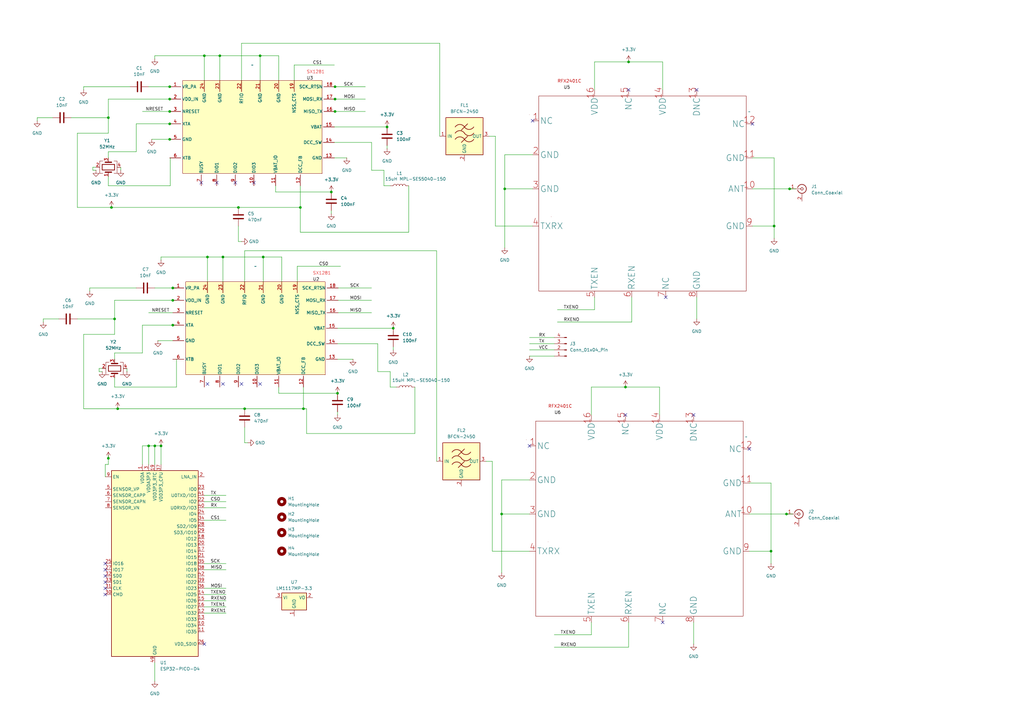
<source format=kicad_sch>
(kicad_sch
	(version 20250114)
	(generator "eeschema")
	(generator_version "9.0")
	(uuid "2c1e0aa2-2e3e-40a5-b373-68e8e4ece94f")
	(paper "A3")
	(lib_symbols
		(symbol "Connector:Conn_01x04_Pin"
			(pin_names
				(offset 1.016)
				(hide yes)
			)
			(exclude_from_sim no)
			(in_bom yes)
			(on_board yes)
			(property "Reference" "J"
				(at 0 5.08 0)
				(effects
					(font
						(size 1.27 1.27)
					)
				)
			)
			(property "Value" "Conn_01x04_Pin"
				(at 0 -7.62 0)
				(effects
					(font
						(size 1.27 1.27)
					)
				)
			)
			(property "Footprint" ""
				(at 0 0 0)
				(effects
					(font
						(size 1.27 1.27)
					)
					(hide yes)
				)
			)
			(property "Datasheet" "~"
				(at 0 0 0)
				(effects
					(font
						(size 1.27 1.27)
					)
					(hide yes)
				)
			)
			(property "Description" "Generic connector, single row, 01x04, script generated"
				(at 0 0 0)
				(effects
					(font
						(size 1.27 1.27)
					)
					(hide yes)
				)
			)
			(property "ki_locked" ""
				(at 0 0 0)
				(effects
					(font
						(size 1.27 1.27)
					)
				)
			)
			(property "ki_keywords" "connector"
				(at 0 0 0)
				(effects
					(font
						(size 1.27 1.27)
					)
					(hide yes)
				)
			)
			(property "ki_fp_filters" "Connector*:*_1x??_*"
				(at 0 0 0)
				(effects
					(font
						(size 1.27 1.27)
					)
					(hide yes)
				)
			)
			(symbol "Conn_01x04_Pin_1_1"
				(rectangle
					(start 0.8636 2.667)
					(end 0 2.413)
					(stroke
						(width 0.1524)
						(type default)
					)
					(fill
						(type outline)
					)
				)
				(rectangle
					(start 0.8636 0.127)
					(end 0 -0.127)
					(stroke
						(width 0.1524)
						(type default)
					)
					(fill
						(type outline)
					)
				)
				(rectangle
					(start 0.8636 -2.413)
					(end 0 -2.667)
					(stroke
						(width 0.1524)
						(type default)
					)
					(fill
						(type outline)
					)
				)
				(rectangle
					(start 0.8636 -4.953)
					(end 0 -5.207)
					(stroke
						(width 0.1524)
						(type default)
					)
					(fill
						(type outline)
					)
				)
				(polyline
					(pts
						(xy 1.27 2.54) (xy 0.8636 2.54)
					)
					(stroke
						(width 0.1524)
						(type default)
					)
					(fill
						(type none)
					)
				)
				(polyline
					(pts
						(xy 1.27 0) (xy 0.8636 0)
					)
					(stroke
						(width 0.1524)
						(type default)
					)
					(fill
						(type none)
					)
				)
				(polyline
					(pts
						(xy 1.27 -2.54) (xy 0.8636 -2.54)
					)
					(stroke
						(width 0.1524)
						(type default)
					)
					(fill
						(type none)
					)
				)
				(polyline
					(pts
						(xy 1.27 -5.08) (xy 0.8636 -5.08)
					)
					(stroke
						(width 0.1524)
						(type default)
					)
					(fill
						(type none)
					)
				)
				(pin passive line
					(at 5.08 2.54 180)
					(length 3.81)
					(name "Pin_1"
						(effects
							(font
								(size 1.27 1.27)
							)
						)
					)
					(number "1"
						(effects
							(font
								(size 1.27 1.27)
							)
						)
					)
				)
				(pin passive line
					(at 5.08 0 180)
					(length 3.81)
					(name "Pin_2"
						(effects
							(font
								(size 1.27 1.27)
							)
						)
					)
					(number "2"
						(effects
							(font
								(size 1.27 1.27)
							)
						)
					)
				)
				(pin passive line
					(at 5.08 -2.54 180)
					(length 3.81)
					(name "Pin_3"
						(effects
							(font
								(size 1.27 1.27)
							)
						)
					)
					(number "3"
						(effects
							(font
								(size 1.27 1.27)
							)
						)
					)
				)
				(pin passive line
					(at 5.08 -5.08 180)
					(length 3.81)
					(name "Pin_4"
						(effects
							(font
								(size 1.27 1.27)
							)
						)
					)
					(number "4"
						(effects
							(font
								(size 1.27 1.27)
							)
						)
					)
				)
			)
			(embedded_fonts no)
		)
		(symbol "Connector:Conn_Coaxial"
			(pin_names
				(offset 1.016)
				(hide yes)
			)
			(exclude_from_sim no)
			(in_bom yes)
			(on_board yes)
			(property "Reference" "J"
				(at 0.254 3.048 0)
				(effects
					(font
						(size 1.27 1.27)
					)
				)
			)
			(property "Value" "Conn_Coaxial"
				(at 2.921 0 90)
				(effects
					(font
						(size 1.27 1.27)
					)
				)
			)
			(property "Footprint" ""
				(at 0 0 0)
				(effects
					(font
						(size 1.27 1.27)
					)
					(hide yes)
				)
			)
			(property "Datasheet" "~"
				(at 0 0 0)
				(effects
					(font
						(size 1.27 1.27)
					)
					(hide yes)
				)
			)
			(property "Description" "coaxial connector (BNC, SMA, SMB, SMC, Cinch/RCA, LEMO, ...)"
				(at 0 0 0)
				(effects
					(font
						(size 1.27 1.27)
					)
					(hide yes)
				)
			)
			(property "ki_keywords" "BNC SMA SMB SMC LEMO coaxial connector CINCH RCA MCX MMCX U.FL UMRF"
				(at 0 0 0)
				(effects
					(font
						(size 1.27 1.27)
					)
					(hide yes)
				)
			)
			(property "ki_fp_filters" "*BNC* *SMA* *SMB* *SMC* *Cinch* *LEMO* *UMRF* *MCX* *U.FL*"
				(at 0 0 0)
				(effects
					(font
						(size 1.27 1.27)
					)
					(hide yes)
				)
			)
			(symbol "Conn_Coaxial_0_1"
				(polyline
					(pts
						(xy -2.54 0) (xy -0.508 0)
					)
					(stroke
						(width 0)
						(type default)
					)
					(fill
						(type none)
					)
				)
				(arc
					(start 1.778 0)
					(mid 0.222 -1.8079)
					(end -1.778 -0.508)
					(stroke
						(width 0.254)
						(type default)
					)
					(fill
						(type none)
					)
				)
				(arc
					(start -1.778 0.508)
					(mid 0.2221 1.8084)
					(end 1.778 0)
					(stroke
						(width 0.254)
						(type default)
					)
					(fill
						(type none)
					)
				)
				(circle
					(center 0 0)
					(radius 0.508)
					(stroke
						(width 0.2032)
						(type default)
					)
					(fill
						(type none)
					)
				)
				(polyline
					(pts
						(xy 0 -2.54) (xy 0 -1.778)
					)
					(stroke
						(width 0)
						(type default)
					)
					(fill
						(type none)
					)
				)
			)
			(symbol "Conn_Coaxial_1_1"
				(pin passive line
					(at -5.08 0 0)
					(length 2.54)
					(name "In"
						(effects
							(font
								(size 1.27 1.27)
							)
						)
					)
					(number "1"
						(effects
							(font
								(size 1.27 1.27)
							)
						)
					)
				)
				(pin passive line
					(at 0 -5.08 90)
					(length 2.54)
					(name "Ext"
						(effects
							(font
								(size 1.27 1.27)
							)
						)
					)
					(number "2"
						(effects
							(font
								(size 1.27 1.27)
							)
						)
					)
				)
			)
			(embedded_fonts no)
		)
		(symbol "Device:C"
			(pin_numbers
				(hide yes)
			)
			(pin_names
				(offset 0.254)
			)
			(exclude_from_sim no)
			(in_bom yes)
			(on_board yes)
			(property "Reference" "C"
				(at 0.635 2.54 0)
				(effects
					(font
						(size 1.27 1.27)
					)
					(justify left)
				)
			)
			(property "Value" "C"
				(at 0.635 -2.54 0)
				(effects
					(font
						(size 1.27 1.27)
					)
					(justify left)
				)
			)
			(property "Footprint" ""
				(at 0.9652 -3.81 0)
				(effects
					(font
						(size 1.27 1.27)
					)
					(hide yes)
				)
			)
			(property "Datasheet" "~"
				(at 0 0 0)
				(effects
					(font
						(size 1.27 1.27)
					)
					(hide yes)
				)
			)
			(property "Description" "Unpolarized capacitor"
				(at 0 0 0)
				(effects
					(font
						(size 1.27 1.27)
					)
					(hide yes)
				)
			)
			(property "ki_keywords" "cap capacitor"
				(at 0 0 0)
				(effects
					(font
						(size 1.27 1.27)
					)
					(hide yes)
				)
			)
			(property "ki_fp_filters" "C_*"
				(at 0 0 0)
				(effects
					(font
						(size 1.27 1.27)
					)
					(hide yes)
				)
			)
			(symbol "C_0_1"
				(polyline
					(pts
						(xy -2.032 0.762) (xy 2.032 0.762)
					)
					(stroke
						(width 0.508)
						(type default)
					)
					(fill
						(type none)
					)
				)
				(polyline
					(pts
						(xy -2.032 -0.762) (xy 2.032 -0.762)
					)
					(stroke
						(width 0.508)
						(type default)
					)
					(fill
						(type none)
					)
				)
			)
			(symbol "C_1_1"
				(pin passive line
					(at 0 3.81 270)
					(length 2.794)
					(name "~"
						(effects
							(font
								(size 1.27 1.27)
							)
						)
					)
					(number "1"
						(effects
							(font
								(size 1.27 1.27)
							)
						)
					)
				)
				(pin passive line
					(at 0 -3.81 90)
					(length 2.794)
					(name "~"
						(effects
							(font
								(size 1.27 1.27)
							)
						)
					)
					(number "2"
						(effects
							(font
								(size 1.27 1.27)
							)
						)
					)
				)
			)
			(embedded_fonts no)
		)
		(symbol "Device:Crystal_GND24"
			(pin_names
				(offset 1.016)
				(hide yes)
			)
			(exclude_from_sim no)
			(in_bom yes)
			(on_board yes)
			(property "Reference" "Y"
				(at 3.175 5.08 0)
				(effects
					(font
						(size 1.27 1.27)
					)
					(justify left)
				)
			)
			(property "Value" "Crystal_GND24"
				(at 3.175 3.175 0)
				(effects
					(font
						(size 1.27 1.27)
					)
					(justify left)
				)
			)
			(property "Footprint" ""
				(at 0 0 0)
				(effects
					(font
						(size 1.27 1.27)
					)
					(hide yes)
				)
			)
			(property "Datasheet" "~"
				(at 0 0 0)
				(effects
					(font
						(size 1.27 1.27)
					)
					(hide yes)
				)
			)
			(property "Description" "Four pin crystal, GND on pins 2 and 4"
				(at 0 0 0)
				(effects
					(font
						(size 1.27 1.27)
					)
					(hide yes)
				)
			)
			(property "ki_keywords" "quartz ceramic resonator oscillator"
				(at 0 0 0)
				(effects
					(font
						(size 1.27 1.27)
					)
					(hide yes)
				)
			)
			(property "ki_fp_filters" "Crystal*"
				(at 0 0 0)
				(effects
					(font
						(size 1.27 1.27)
					)
					(hide yes)
				)
			)
			(symbol "Crystal_GND24_0_1"
				(polyline
					(pts
						(xy -2.54 2.286) (xy -2.54 3.556) (xy 2.54 3.556) (xy 2.54 2.286)
					)
					(stroke
						(width 0)
						(type default)
					)
					(fill
						(type none)
					)
				)
				(polyline
					(pts
						(xy -2.54 0) (xy -2.032 0)
					)
					(stroke
						(width 0)
						(type default)
					)
					(fill
						(type none)
					)
				)
				(polyline
					(pts
						(xy -2.54 -2.286) (xy -2.54 -3.556) (xy 2.54 -3.556) (xy 2.54 -2.286)
					)
					(stroke
						(width 0)
						(type default)
					)
					(fill
						(type none)
					)
				)
				(polyline
					(pts
						(xy -2.032 -1.27) (xy -2.032 1.27)
					)
					(stroke
						(width 0.508)
						(type default)
					)
					(fill
						(type none)
					)
				)
				(rectangle
					(start -1.143 2.54)
					(end 1.143 -2.54)
					(stroke
						(width 0.3048)
						(type default)
					)
					(fill
						(type none)
					)
				)
				(polyline
					(pts
						(xy 0 3.556) (xy 0 3.81)
					)
					(stroke
						(width 0)
						(type default)
					)
					(fill
						(type none)
					)
				)
				(polyline
					(pts
						(xy 0 -3.81) (xy 0 -3.556)
					)
					(stroke
						(width 0)
						(type default)
					)
					(fill
						(type none)
					)
				)
				(polyline
					(pts
						(xy 2.032 0) (xy 2.54 0)
					)
					(stroke
						(width 0)
						(type default)
					)
					(fill
						(type none)
					)
				)
				(polyline
					(pts
						(xy 2.032 -1.27) (xy 2.032 1.27)
					)
					(stroke
						(width 0.508)
						(type default)
					)
					(fill
						(type none)
					)
				)
			)
			(symbol "Crystal_GND24_1_1"
				(pin passive line
					(at -3.81 0 0)
					(length 1.27)
					(name "1"
						(effects
							(font
								(size 1.27 1.27)
							)
						)
					)
					(number "1"
						(effects
							(font
								(size 1.27 1.27)
							)
						)
					)
				)
				(pin passive line
					(at 0 5.08 270)
					(length 1.27)
					(name "2"
						(effects
							(font
								(size 1.27 1.27)
							)
						)
					)
					(number "2"
						(effects
							(font
								(size 1.27 1.27)
							)
						)
					)
				)
				(pin passive line
					(at 0 -5.08 90)
					(length 1.27)
					(name "4"
						(effects
							(font
								(size 1.27 1.27)
							)
						)
					)
					(number "4"
						(effects
							(font
								(size 1.27 1.27)
							)
						)
					)
				)
				(pin passive line
					(at 3.81 0 180)
					(length 1.27)
					(name "3"
						(effects
							(font
								(size 1.27 1.27)
							)
						)
					)
					(number "3"
						(effects
							(font
								(size 1.27 1.27)
							)
						)
					)
				)
			)
			(embedded_fonts no)
		)
		(symbol "Device:L"
			(pin_numbers
				(hide yes)
			)
			(pin_names
				(offset 1.016)
				(hide yes)
			)
			(exclude_from_sim no)
			(in_bom yes)
			(on_board yes)
			(property "Reference" "L"
				(at -1.27 0 90)
				(effects
					(font
						(size 1.27 1.27)
					)
				)
			)
			(property "Value" "L"
				(at 1.905 0 90)
				(effects
					(font
						(size 1.27 1.27)
					)
				)
			)
			(property "Footprint" ""
				(at 0 0 0)
				(effects
					(font
						(size 1.27 1.27)
					)
					(hide yes)
				)
			)
			(property "Datasheet" "~"
				(at 0 0 0)
				(effects
					(font
						(size 1.27 1.27)
					)
					(hide yes)
				)
			)
			(property "Description" "Inductor"
				(at 0 0 0)
				(effects
					(font
						(size 1.27 1.27)
					)
					(hide yes)
				)
			)
			(property "ki_keywords" "inductor choke coil reactor magnetic"
				(at 0 0 0)
				(effects
					(font
						(size 1.27 1.27)
					)
					(hide yes)
				)
			)
			(property "ki_fp_filters" "Choke_* *Coil* Inductor_* L_*"
				(at 0 0 0)
				(effects
					(font
						(size 1.27 1.27)
					)
					(hide yes)
				)
			)
			(symbol "L_0_1"
				(arc
					(start 0 2.54)
					(mid 0.6323 1.905)
					(end 0 1.27)
					(stroke
						(width 0)
						(type default)
					)
					(fill
						(type none)
					)
				)
				(arc
					(start 0 1.27)
					(mid 0.6323 0.635)
					(end 0 0)
					(stroke
						(width 0)
						(type default)
					)
					(fill
						(type none)
					)
				)
				(arc
					(start 0 0)
					(mid 0.6323 -0.635)
					(end 0 -1.27)
					(stroke
						(width 0)
						(type default)
					)
					(fill
						(type none)
					)
				)
				(arc
					(start 0 -1.27)
					(mid 0.6323 -1.905)
					(end 0 -2.54)
					(stroke
						(width 0)
						(type default)
					)
					(fill
						(type none)
					)
				)
			)
			(symbol "L_1_1"
				(pin passive line
					(at 0 3.81 270)
					(length 1.27)
					(name "1"
						(effects
							(font
								(size 1.27 1.27)
							)
						)
					)
					(number "1"
						(effects
							(font
								(size 1.27 1.27)
							)
						)
					)
				)
				(pin passive line
					(at 0 -3.81 90)
					(length 1.27)
					(name "2"
						(effects
							(font
								(size 1.27 1.27)
							)
						)
					)
					(number "2"
						(effects
							(font
								(size 1.27 1.27)
							)
						)
					)
				)
			)
			(embedded_fonts no)
		)
		(symbol "MCU_Espressif:ESP32-PICO-D4"
			(exclude_from_sim no)
			(in_bom yes)
			(on_board yes)
			(property "Reference" "U"
				(at -17.78 39.37 0)
				(effects
					(font
						(size 1.27 1.27)
					)
					(justify left)
				)
			)
			(property "Value" "ESP32-PICO-D4"
				(at 3.81 39.37 0)
				(effects
					(font
						(size 1.27 1.27)
					)
					(justify left)
				)
			)
			(property "Footprint" "Package_DFN_QFN:QFN-48-1EP_7x7mm_P0.5mm_EP5.3x5.3mm"
				(at 31.75 -39.37 0)
				(effects
					(font
						(size 1.27 1.27)
					)
					(hide yes)
				)
			)
			(property "Datasheet" "https://www.espressif.com/sites/default/files/documentation/esp32-pico-d4_datasheet_en.pdf"
				(at 0 0 0)
				(effects
					(font
						(size 1.27 1.27)
					)
					(hide yes)
				)
			)
			(property "Description" "RF Module, ESP32 SoC, Wi-Fi 802.11b/g/n, Bluetooth, BLE, 32-bit, 2.7-3.6V, external antenna, QFN-48"
				(at 0 0 0)
				(effects
					(font
						(size 1.27 1.27)
					)
					(hide yes)
				)
			)
			(property "ki_keywords" "RF Radio BT ESP ESP32 Espressif external antenna"
				(at 0 0 0)
				(effects
					(font
						(size 1.27 1.27)
					)
					(hide yes)
				)
			)
			(property "ki_fp_filters" "QFN*1EP*7x7mm*P0.5mm*"
				(at 0 0 0)
				(effects
					(font
						(size 1.27 1.27)
					)
					(hide yes)
				)
			)
			(symbol "ESP32-PICO-D4_0_0"
				(pin input line
					(at -20.32 35.56 0)
					(length 2.54)
					(name "EN"
						(effects
							(font
								(size 1.27 1.27)
							)
						)
					)
					(number "9"
						(effects
							(font
								(size 1.27 1.27)
							)
						)
					)
				)
				(pin input line
					(at -20.32 30.48 0)
					(length 2.54)
					(name "SENSOR_VP"
						(effects
							(font
								(size 1.27 1.27)
							)
						)
					)
					(number "5"
						(effects
							(font
								(size 1.27 1.27)
							)
						)
					)
				)
				(pin input line
					(at -20.32 27.94 0)
					(length 2.54)
					(name "SENSOR_CAPP"
						(effects
							(font
								(size 1.27 1.27)
							)
						)
					)
					(number "6"
						(effects
							(font
								(size 1.27 1.27)
							)
						)
					)
				)
				(pin input line
					(at -20.32 25.4 0)
					(length 2.54)
					(name "SENSOR_CAPN"
						(effects
							(font
								(size 1.27 1.27)
							)
						)
					)
					(number "7"
						(effects
							(font
								(size 1.27 1.27)
							)
						)
					)
				)
				(pin input line
					(at -20.32 22.86 0)
					(length 2.54)
					(name "SENSOR_VN"
						(effects
							(font
								(size 1.27 1.27)
							)
						)
					)
					(number "8"
						(effects
							(font
								(size 1.27 1.27)
							)
						)
					)
				)
				(pin bidirectional line
					(at -20.32 0 0)
					(length 2.54)
					(name "IO16"
						(effects
							(font
								(size 1.27 1.27)
							)
						)
					)
					(number "25"
						(effects
							(font
								(size 1.27 1.27)
							)
						)
					)
				)
				(pin bidirectional line
					(at -20.32 -2.54 0)
					(length 2.54)
					(name "IO17"
						(effects
							(font
								(size 1.27 1.27)
							)
						)
					)
					(number "27"
						(effects
							(font
								(size 1.27 1.27)
							)
						)
					)
				)
				(pin bidirectional line
					(at -20.32 -5.08 0)
					(length 2.54)
					(name "SD0"
						(effects
							(font
								(size 1.27 1.27)
							)
						)
					)
					(number "32"
						(effects
							(font
								(size 1.27 1.27)
							)
						)
					)
				)
				(pin bidirectional line
					(at -20.32 -7.62 0)
					(length 2.54)
					(name "SD1"
						(effects
							(font
								(size 1.27 1.27)
							)
						)
					)
					(number "33"
						(effects
							(font
								(size 1.27 1.27)
							)
						)
					)
				)
				(pin bidirectional line
					(at -20.32 -10.16 0)
					(length 2.54)
					(name "CLK"
						(effects
							(font
								(size 1.27 1.27)
							)
						)
					)
					(number "31"
						(effects
							(font
								(size 1.27 1.27)
							)
						)
					)
				)
				(pin bidirectional line
					(at -20.32 -12.7 0)
					(length 2.54)
					(name "CMD"
						(effects
							(font
								(size 1.27 1.27)
							)
						)
					)
					(number "30"
						(effects
							(font
								(size 1.27 1.27)
							)
						)
					)
				)
				(pin no_connect line
					(at -17.78 -25.4 0)
					(length 2.54)
					(hide yes)
					(name "XTAL_N_NC"
						(effects
							(font
								(size 1.27 1.27)
							)
						)
					)
					(number "44"
						(effects
							(font
								(size 1.27 1.27)
							)
						)
					)
				)
				(pin no_connect line
					(at -17.78 -27.94 0)
					(length 2.54)
					(hide yes)
					(name "XTAL_P_NC"
						(effects
							(font
								(size 1.27 1.27)
							)
						)
					)
					(number "45"
						(effects
							(font
								(size 1.27 1.27)
							)
						)
					)
				)
				(pin no_connect line
					(at -17.78 -30.48 0)
					(length 2.54)
					(hide yes)
					(name "CAP2_NC"
						(effects
							(font
								(size 1.27 1.27)
							)
						)
					)
					(number "47"
						(effects
							(font
								(size 1.27 1.27)
							)
						)
					)
				)
				(pin no_connect line
					(at -17.78 -33.02 0)
					(length 2.54)
					(hide yes)
					(name "CAP1_NC"
						(effects
							(font
								(size 1.27 1.27)
							)
						)
					)
					(number "48"
						(effects
							(font
								(size 1.27 1.27)
							)
						)
					)
				)
				(pin power_in line
					(at -5.08 40.64 270)
					(length 2.54)
					(name "VDDA"
						(effects
							(font
								(size 1.27 1.27)
							)
						)
					)
					(number "1"
						(effects
							(font
								(size 1.27 1.27)
							)
						)
					)
				)
				(pin passive line
					(at -5.08 40.64 270)
					(length 2.54)
					(hide yes)
					(name "VDDA"
						(effects
							(font
								(size 1.27 1.27)
							)
						)
					)
					(number "43"
						(effects
							(font
								(size 1.27 1.27)
							)
						)
					)
				)
				(pin passive line
					(at -5.08 40.64 270)
					(length 2.54)
					(hide yes)
					(name "VDDA"
						(effects
							(font
								(size 1.27 1.27)
							)
						)
					)
					(number "46"
						(effects
							(font
								(size 1.27 1.27)
							)
						)
					)
				)
				(pin power_in line
					(at -2.54 40.64 270)
					(length 2.54)
					(name "VDDA3P3"
						(effects
							(font
								(size 1.27 1.27)
							)
						)
					)
					(number "3"
						(effects
							(font
								(size 1.27 1.27)
							)
						)
					)
				)
				(pin passive line
					(at -2.54 40.64 270)
					(length 2.54)
					(hide yes)
					(name "VDDA3P3"
						(effects
							(font
								(size 1.27 1.27)
							)
						)
					)
					(number "4"
						(effects
							(font
								(size 1.27 1.27)
							)
						)
					)
				)
				(pin power_in line
					(at 0 40.64 270)
					(length 2.54)
					(name "VDD3P3_RTC"
						(effects
							(font
								(size 1.27 1.27)
							)
						)
					)
					(number "19"
						(effects
							(font
								(size 1.27 1.27)
							)
						)
					)
				)
				(pin power_in line
					(at 0 -40.64 90)
					(length 2.54)
					(name "GND"
						(effects
							(font
								(size 1.27 1.27)
							)
						)
					)
					(number "49"
						(effects
							(font
								(size 1.27 1.27)
							)
						)
					)
				)
				(pin power_in line
					(at 2.54 40.64 270)
					(length 2.54)
					(name "VDD3P3_CPU"
						(effects
							(font
								(size 1.27 1.27)
							)
						)
					)
					(number "37"
						(effects
							(font
								(size 1.27 1.27)
							)
						)
					)
				)
				(pin bidirectional line
					(at 20.32 35.56 180)
					(length 2.54)
					(name "LNA_IN"
						(effects
							(font
								(size 1.27 1.27)
							)
						)
					)
					(number "2"
						(effects
							(font
								(size 1.27 1.27)
							)
						)
					)
				)
				(pin bidirectional line
					(at 20.32 30.48 180)
					(length 2.54)
					(name "IO0"
						(effects
							(font
								(size 1.27 1.27)
							)
						)
					)
					(number "23"
						(effects
							(font
								(size 1.27 1.27)
							)
						)
					)
				)
				(pin bidirectional line
					(at 20.32 27.94 180)
					(length 2.54)
					(name "U0TXD/IO1"
						(effects
							(font
								(size 1.27 1.27)
							)
						)
					)
					(number "41"
						(effects
							(font
								(size 1.27 1.27)
							)
						)
					)
				)
				(pin bidirectional line
					(at 20.32 25.4 180)
					(length 2.54)
					(name "IO2"
						(effects
							(font
								(size 1.27 1.27)
							)
						)
					)
					(number "22"
						(effects
							(font
								(size 1.27 1.27)
							)
						)
					)
				)
				(pin bidirectional line
					(at 20.32 22.86 180)
					(length 2.54)
					(name "U0RXD/IO3"
						(effects
							(font
								(size 1.27 1.27)
							)
						)
					)
					(number "40"
						(effects
							(font
								(size 1.27 1.27)
							)
						)
					)
				)
				(pin bidirectional line
					(at 20.32 20.32 180)
					(length 2.54)
					(name "IO4"
						(effects
							(font
								(size 1.27 1.27)
							)
						)
					)
					(number "24"
						(effects
							(font
								(size 1.27 1.27)
							)
						)
					)
				)
				(pin bidirectional line
					(at 20.32 17.78 180)
					(length 2.54)
					(name "IO5"
						(effects
							(font
								(size 1.27 1.27)
							)
						)
					)
					(number "34"
						(effects
							(font
								(size 1.27 1.27)
							)
						)
					)
				)
				(pin bidirectional line
					(at 20.32 15.24 180)
					(length 2.54)
					(name "SD2/IO9"
						(effects
							(font
								(size 1.27 1.27)
							)
						)
					)
					(number "28"
						(effects
							(font
								(size 1.27 1.27)
							)
						)
					)
				)
				(pin bidirectional line
					(at 20.32 12.7 180)
					(length 2.54)
					(name "SD3/IO10"
						(effects
							(font
								(size 1.27 1.27)
							)
						)
					)
					(number "29"
						(effects
							(font
								(size 1.27 1.27)
							)
						)
					)
				)
				(pin bidirectional line
					(at 20.32 10.16 180)
					(length 2.54)
					(name "IO12"
						(effects
							(font
								(size 1.27 1.27)
							)
						)
					)
					(number "18"
						(effects
							(font
								(size 1.27 1.27)
							)
						)
					)
				)
				(pin bidirectional line
					(at 20.32 7.62 180)
					(length 2.54)
					(name "IO13"
						(effects
							(font
								(size 1.27 1.27)
							)
						)
					)
					(number "20"
						(effects
							(font
								(size 1.27 1.27)
							)
						)
					)
				)
				(pin bidirectional line
					(at 20.32 5.08 180)
					(length 2.54)
					(name "IO14"
						(effects
							(font
								(size 1.27 1.27)
							)
						)
					)
					(number "17"
						(effects
							(font
								(size 1.27 1.27)
							)
						)
					)
				)
				(pin bidirectional line
					(at 20.32 2.54 180)
					(length 2.54)
					(name "IO15"
						(effects
							(font
								(size 1.27 1.27)
							)
						)
					)
					(number "21"
						(effects
							(font
								(size 1.27 1.27)
							)
						)
					)
				)
				(pin bidirectional line
					(at 20.32 0 180)
					(length 2.54)
					(name "IO18"
						(effects
							(font
								(size 1.27 1.27)
							)
						)
					)
					(number "35"
						(effects
							(font
								(size 1.27 1.27)
							)
						)
					)
				)
				(pin bidirectional line
					(at 20.32 -2.54 180)
					(length 2.54)
					(name "IO19"
						(effects
							(font
								(size 1.27 1.27)
							)
						)
					)
					(number "38"
						(effects
							(font
								(size 1.27 1.27)
							)
						)
					)
				)
				(pin bidirectional line
					(at 20.32 -5.08 180)
					(length 2.54)
					(name "IO21"
						(effects
							(font
								(size 1.27 1.27)
							)
						)
					)
					(number "42"
						(effects
							(font
								(size 1.27 1.27)
							)
						)
					)
				)
				(pin bidirectional line
					(at 20.32 -7.62 180)
					(length 2.54)
					(name "IO22"
						(effects
							(font
								(size 1.27 1.27)
							)
						)
					)
					(number "39"
						(effects
							(font
								(size 1.27 1.27)
							)
						)
					)
				)
				(pin bidirectional line
					(at 20.32 -10.16 180)
					(length 2.54)
					(name "IO23"
						(effects
							(font
								(size 1.27 1.27)
							)
						)
					)
					(number "36"
						(effects
							(font
								(size 1.27 1.27)
							)
						)
					)
				)
				(pin bidirectional line
					(at 20.32 -12.7 180)
					(length 2.54)
					(name "IO25"
						(effects
							(font
								(size 1.27 1.27)
							)
						)
					)
					(number "14"
						(effects
							(font
								(size 1.27 1.27)
							)
						)
					)
				)
				(pin bidirectional line
					(at 20.32 -15.24 180)
					(length 2.54)
					(name "IO26"
						(effects
							(font
								(size 1.27 1.27)
							)
						)
					)
					(number "15"
						(effects
							(font
								(size 1.27 1.27)
							)
						)
					)
				)
				(pin bidirectional line
					(at 20.32 -17.78 180)
					(length 2.54)
					(name "IO27"
						(effects
							(font
								(size 1.27 1.27)
							)
						)
					)
					(number "16"
						(effects
							(font
								(size 1.27 1.27)
							)
						)
					)
				)
				(pin bidirectional line
					(at 20.32 -20.32 180)
					(length 2.54)
					(name "IO32"
						(effects
							(font
								(size 1.27 1.27)
							)
						)
					)
					(number "12"
						(effects
							(font
								(size 1.27 1.27)
							)
						)
					)
				)
				(pin bidirectional line
					(at 20.32 -22.86 180)
					(length 2.54)
					(name "IO33"
						(effects
							(font
								(size 1.27 1.27)
							)
						)
					)
					(number "13"
						(effects
							(font
								(size 1.27 1.27)
							)
						)
					)
				)
				(pin input line
					(at 20.32 -25.4 180)
					(length 2.54)
					(name "IO34"
						(effects
							(font
								(size 1.27 1.27)
							)
						)
					)
					(number "10"
						(effects
							(font
								(size 1.27 1.27)
							)
						)
					)
				)
				(pin input line
					(at 20.32 -27.94 180)
					(length 2.54)
					(name "IO35"
						(effects
							(font
								(size 1.27 1.27)
							)
						)
					)
					(number "11"
						(effects
							(font
								(size 1.27 1.27)
							)
						)
					)
				)
				(pin power_out line
					(at 20.32 -33.02 180)
					(length 2.54)
					(name "VDD_SDIO"
						(effects
							(font
								(size 1.27 1.27)
							)
						)
					)
					(number "26"
						(effects
							(font
								(size 1.27 1.27)
							)
						)
					)
				)
			)
			(symbol "ESP32-PICO-D4_0_1"
				(rectangle
					(start -17.78 38.1)
					(end 17.78 -38.1)
					(stroke
						(width 0.254)
						(type default)
					)
					(fill
						(type background)
					)
				)
			)
			(embedded_fonts no)
		)
		(symbol "Mechanical:MountingHole"
			(pin_names
				(offset 1.016)
			)
			(exclude_from_sim no)
			(in_bom no)
			(on_board yes)
			(property "Reference" "H"
				(at 0 5.08 0)
				(effects
					(font
						(size 1.27 1.27)
					)
				)
			)
			(property "Value" "MountingHole"
				(at 0 3.175 0)
				(effects
					(font
						(size 1.27 1.27)
					)
				)
			)
			(property "Footprint" ""
				(at 0 0 0)
				(effects
					(font
						(size 1.27 1.27)
					)
					(hide yes)
				)
			)
			(property "Datasheet" "~"
				(at 0 0 0)
				(effects
					(font
						(size 1.27 1.27)
					)
					(hide yes)
				)
			)
			(property "Description" "Mounting Hole without connection"
				(at 0 0 0)
				(effects
					(font
						(size 1.27 1.27)
					)
					(hide yes)
				)
			)
			(property "ki_keywords" "mounting hole"
				(at 0 0 0)
				(effects
					(font
						(size 1.27 1.27)
					)
					(hide yes)
				)
			)
			(property "ki_fp_filters" "MountingHole*"
				(at 0 0 0)
				(effects
					(font
						(size 1.27 1.27)
					)
					(hide yes)
				)
			)
			(symbol "MountingHole_0_1"
				(circle
					(center 0 0)
					(radius 1.27)
					(stroke
						(width 1.27)
						(type default)
					)
					(fill
						(type none)
					)
				)
			)
			(embedded_fonts no)
		)
		(symbol "New_Library:RF2401C"
			(exclude_from_sim no)
			(in_bom yes)
			(on_board yes)
			(property "Reference" "U"
				(at -90.17 -13.97 0)
				(effects
					(font
						(size 1.27 1.27)
					)
					(hide yes)
				)
			)
			(property "Value" ""
				(at 0 0 0)
				(effects
					(font
						(size 1.27 1.27)
					)
				)
			)
			(property "Footprint" ""
				(at 0 0 0)
				(effects
					(font
						(size 1.27 1.27)
					)
					(hide yes)
				)
			)
			(property "Datasheet" ""
				(at 0 0 0)
				(effects
					(font
						(size 1.27 1.27)
					)
					(hide yes)
				)
			)
			(property "Description" ""
				(at 0 0 0)
				(effects
					(font
						(size 1.27 1.27)
					)
					(hide yes)
				)
			)
			(symbol "RF2401C_0_1"
				(rectangle
					(start -97.79 27.94)
					(end -97.79 27.94)
					(stroke
						(width 0)
						(type default)
					)
					(fill
						(type none)
					)
				)
				(rectangle
					(start -95.25 27.94)
					(end -95.25 27.94)
					(stroke
						(width 0)
						(type default)
					)
					(fill
						(type none)
					)
				)
				(rectangle
					(start -93.98 35.56)
					(end -8.89 -44.45)
					(stroke
						(width 0)
						(type default)
					)
					(fill
						(type none)
					)
				)
				(rectangle
					(start -88.9 -13.97)
					(end -88.9 -13.97)
					(stroke
						(width 0)
						(type default)
					)
					(fill
						(type none)
					)
				)
			)
			(symbol "RF2401C_1_1"
				(pin input line
					(at -96.52 25.4 0)
					(length 2.54)
					(name "NC"
						(effects
							(font
								(size 2.54 2.54)
							)
						)
					)
					(number "1"
						(effects
							(font
								(size 2.54 2.54)
							)
						)
					)
				)
				(pin input line
					(at -96.52 11.43 0)
					(length 2.54)
					(name "GND"
						(effects
							(font
								(size 2.54 2.54)
							)
						)
					)
					(number "2"
						(effects
							(font
								(size 2.54 2.54)
							)
						)
					)
				)
				(pin input line
					(at -96.52 -2.54 0)
					(length 2.54)
					(name "GND"
						(effects
							(font
								(size 2.54 2.54)
							)
						)
					)
					(number "3"
						(effects
							(font
								(size 2.54 2.54)
							)
						)
					)
				)
				(pin input line
					(at -96.52 -17.78 0)
					(length 2.54)
					(name "TXRX"
						(effects
							(font
								(size 2.54 2.54)
							)
						)
					)
					(number "4"
						(effects
							(font
								(size 2.54 2.54)
							)
						)
					)
				)
				(pin input line
					(at -71.12 38.1 270)
					(length 2.54)
					(name "VDD"
						(effects
							(font
								(size 2.54 2.54)
							)
						)
					)
					(number "16"
						(effects
							(font
								(size 2.54 2.54)
							)
						)
					)
				)
				(pin input line
					(at -71.12 -46.99 90)
					(length 2.54)
					(name "TXEN"
						(effects
							(font
								(size 2.54 2.54)
							)
						)
					)
					(number "5"
						(effects
							(font
								(size 2.54 2.54)
							)
						)
					)
				)
				(pin input line
					(at -57.15 38.1 270)
					(length 2.54)
					(name "NC"
						(effects
							(font
								(size 2.54 2.54)
							)
						)
					)
					(number "15"
						(effects
							(font
								(size 2.54 2.54)
							)
						)
					)
				)
				(pin input line
					(at -55.88 -46.99 90)
					(length 2.54)
					(name "RXEN"
						(effects
							(font
								(size 2.54 2.54)
							)
						)
					)
					(number "6"
						(effects
							(font
								(size 2.54 2.54)
							)
						)
					)
				)
				(pin input line
					(at -43.18 38.1 270)
					(length 2.54)
					(name "VDD"
						(effects
							(font
								(size 2.54 2.54)
							)
						)
					)
					(number "14"
						(effects
							(font
								(size 2.54 2.54)
							)
						)
					)
				)
				(pin input line
					(at -41.91 -46.99 90)
					(length 2.54)
					(name "NC"
						(effects
							(font
								(size 2.54 2.54)
							)
						)
					)
					(number "7"
						(effects
							(font
								(size 2.54 2.54)
							)
						)
					)
				)
				(pin input line
					(at -29.21 38.1 270)
					(length 2.54)
					(name "DNC"
						(effects
							(font
								(size 2.54 2.54)
							)
						)
					)
					(number "13"
						(effects
							(font
								(size 2.54 2.54)
							)
						)
					)
				)
				(pin input line
					(at -29.21 -46.99 90)
					(length 2.54)
					(name "GND"
						(effects
							(font
								(size 2.54 2.54)
							)
						)
					)
					(number "8"
						(effects
							(font
								(size 2.54 2.54)
							)
						)
					)
				)
				(pin input line
					(at -6.35 24.13 180)
					(length 2.54)
					(name "NC"
						(effects
							(font
								(size 2.54 2.54)
							)
						)
					)
					(number "12"
						(effects
							(font
								(size 2.54 2.54)
							)
						)
					)
				)
				(pin input line
					(at -6.35 10.16 180)
					(length 2.54)
					(name "GND"
						(effects
							(font
								(size 2.54 2.54)
							)
						)
					)
					(number "11"
						(effects
							(font
								(size 2.54 2.54)
							)
						)
					)
				)
				(pin input line
					(at -6.35 -2.54 180)
					(length 2.54)
					(name "ANT"
						(effects
							(font
								(size 2.54 2.54)
							)
						)
					)
					(number "10"
						(effects
							(font
								(size 2.54 2.54)
							)
						)
					)
				)
				(pin input line
					(at -6.35 -17.78 180)
					(length 2.54)
					(name "GND"
						(effects
							(font
								(size 2.54 2.54)
							)
						)
					)
					(number "9"
						(effects
							(font
								(size 2.54 2.54)
							)
						)
					)
				)
			)
			(embedded_fonts no)
		)
		(symbol "RF_Filter:BFCN-2450"
			(exclude_from_sim no)
			(in_bom yes)
			(on_board yes)
			(property "Reference" "FL"
				(at 0 10.795 0)
				(effects
					(font
						(size 1.27 1.27)
					)
				)
			)
			(property "Value" "BFCN-2450"
				(at 0 8.89 0)
				(effects
					(font
						(size 1.27 1.27)
					)
				)
			)
			(property "Footprint" "Filter:Filter_Mini-Circuits_FV1206-4"
				(at 0 12.7 0)
				(effects
					(font
						(size 1.27 1.27)
					)
					(hide yes)
				)
			)
			(property "Datasheet" "https://www.minicircuits.com/pdfs/BFCN-2450+.pdf"
				(at 0 2.54 0)
				(effects
					(font
						(size 1.27 1.27)
					)
					(hide yes)
				)
			)
			(property "Description" "2400-2550MHz 50 Ohm Passive Band Pass Filter, FV1206-4"
				(at 0 0 0)
				(effects
					(font
						(size 1.27 1.27)
					)
					(hide yes)
				)
			)
			(property "ki_keywords" "Mini-Circuits band pass filter"
				(at 0 0 0)
				(effects
					(font
						(size 1.27 1.27)
					)
					(hide yes)
				)
			)
			(property "ki_fp_filters" "Filter*Mini?Circuits*FV1206?4*"
				(at 0 0 0)
				(effects
					(font
						(size 1.27 1.27)
					)
					(hide yes)
				)
			)
			(symbol "BFCN-2450_0_1"
				(rectangle
					(start -7.62 7.62)
					(end 7.62 -7.62)
					(stroke
						(width 0.254)
						(type default)
					)
					(fill
						(type background)
					)
				)
				(arc
					(start -3.81 3.81)
					(mid -1.905 4.8295)
					(end 0 3.81)
					(stroke
						(width 0.254)
						(type default)
					)
					(fill
						(type none)
					)
				)
				(arc
					(start -3.81 1.27)
					(mid -1.905 2.2895)
					(end 0 1.27)
					(stroke
						(width 0.254)
						(type default)
					)
					(fill
						(type none)
					)
				)
				(arc
					(start -3.81 -1.27)
					(mid -1.905 -0.2505)
					(end 0 -1.27)
					(stroke
						(width 0.254)
						(type default)
					)
					(fill
						(type none)
					)
				)
				(polyline
					(pts
						(xy -1.27 2.54) (xy 1.27 5.08)
					)
					(stroke
						(width 0.254)
						(type default)
					)
					(fill
						(type none)
					)
				)
				(polyline
					(pts
						(xy -1.27 -2.54) (xy 1.27 0)
					)
					(stroke
						(width 0.254)
						(type default)
					)
					(fill
						(type none)
					)
				)
				(arc
					(start 3.81 3.81)
					(mid 1.905 2.7905)
					(end 0 3.81)
					(stroke
						(width 0.254)
						(type default)
					)
					(fill
						(type none)
					)
				)
				(arc
					(start 3.81 1.27)
					(mid 1.905 0.2505)
					(end 0 1.27)
					(stroke
						(width 0.254)
						(type default)
					)
					(fill
						(type none)
					)
				)
				(arc
					(start 3.81 -1.27)
					(mid 1.905 -2.2895)
					(end 0 -1.27)
					(stroke
						(width 0.254)
						(type default)
					)
					(fill
						(type none)
					)
				)
			)
			(symbol "BFCN-2450_1_1"
				(pin passive line
					(at -10.16 0 0)
					(length 2.54)
					(name "IN"
						(effects
							(font
								(size 1.27 1.27)
							)
						)
					)
					(number "1"
						(effects
							(font
								(size 1.27 1.27)
							)
						)
					)
				)
				(pin passive line
					(at 0 -10.16 90)
					(length 2.54)
					(name "GND"
						(effects
							(font
								(size 1.27 1.27)
							)
						)
					)
					(number "2"
						(effects
							(font
								(size 1.27 1.27)
							)
						)
					)
				)
				(pin passive line
					(at 0 -10.16 90)
					(length 2.54)
					(hide yes)
					(name "GND"
						(effects
							(font
								(size 1.27 1.27)
							)
						)
					)
					(number "4"
						(effects
							(font
								(size 1.27 1.27)
							)
						)
					)
				)
				(pin passive line
					(at 10.16 0 180)
					(length 2.54)
					(name "OUT"
						(effects
							(font
								(size 1.27 1.27)
							)
						)
					)
					(number "3"
						(effects
							(font
								(size 1.27 1.27)
							)
						)
					)
				)
			)
			(embedded_fonts no)
		)
		(symbol "Regulator_Linear:LM1117MP-3.3"
			(exclude_from_sim no)
			(in_bom yes)
			(on_board yes)
			(property "Reference" "U"
				(at -3.81 3.175 0)
				(effects
					(font
						(size 1.27 1.27)
					)
				)
			)
			(property "Value" "LM1117MP-3.3"
				(at 0 3.175 0)
				(effects
					(font
						(size 1.27 1.27)
					)
					(justify left)
				)
			)
			(property "Footprint" "Package_TO_SOT_SMD:SOT-223-3_TabPin2"
				(at 0 0 0)
				(effects
					(font
						(size 1.27 1.27)
					)
					(hide yes)
				)
			)
			(property "Datasheet" "http://www.ti.com/lit/ds/symlink/lm1117.pdf"
				(at 0 0 0)
				(effects
					(font
						(size 1.27 1.27)
					)
					(hide yes)
				)
			)
			(property "Description" "800mA Low-Dropout Linear Regulator, 3.3V fixed output, SOT-223"
				(at 0 0 0)
				(effects
					(font
						(size 1.27 1.27)
					)
					(hide yes)
				)
			)
			(property "ki_keywords" "linear regulator ldo fixed positive"
				(at 0 0 0)
				(effects
					(font
						(size 1.27 1.27)
					)
					(hide yes)
				)
			)
			(property "ki_fp_filters" "SOT?223*"
				(at 0 0 0)
				(effects
					(font
						(size 1.27 1.27)
					)
					(hide yes)
				)
			)
			(symbol "LM1117MP-3.3_0_1"
				(rectangle
					(start -5.08 -5.08)
					(end 5.08 1.905)
					(stroke
						(width 0.254)
						(type default)
					)
					(fill
						(type background)
					)
				)
			)
			(symbol "LM1117MP-3.3_1_1"
				(pin power_in line
					(at -7.62 0 0)
					(length 2.54)
					(name "VI"
						(effects
							(font
								(size 1.27 1.27)
							)
						)
					)
					(number "3"
						(effects
							(font
								(size 1.27 1.27)
							)
						)
					)
				)
				(pin power_in line
					(at 0 -7.62 90)
					(length 2.54)
					(name "GND"
						(effects
							(font
								(size 1.27 1.27)
							)
						)
					)
					(number "1"
						(effects
							(font
								(size 1.27 1.27)
							)
						)
					)
				)
				(pin power_out line
					(at 7.62 0 180)
					(length 2.54)
					(name "VO"
						(effects
							(font
								(size 1.27 1.27)
							)
						)
					)
					(number "2"
						(effects
							(font
								(size 1.27 1.27)
							)
						)
					)
				)
			)
			(embedded_fonts no)
		)
		(symbol "SX1281_1"
			(exclude_from_sim no)
			(in_bom yes)
			(on_board yes)
			(property "Reference" "U2"
				(at 0 0 0)
				(effects
					(font
						(size 1.27 1.27)
					)
					(hide yes)
				)
			)
			(property "Value" "~"
				(at -3.175 6.35 0)
				(effects
					(font
						(size 1.27 1.27)
					)
				)
			)
			(property "Footprint" ""
				(at 0 0 0)
				(effects
					(font
						(size 1.27 1.27)
					)
					(hide yes)
				)
			)
			(property "Datasheet" ""
				(at 0 0 0)
				(effects
					(font
						(size 1.27 1.27)
					)
					(hide yes)
				)
			)
			(property "Description" ""
				(at 0 0 0)
				(effects
					(font
						(size 1.27 1.27)
					)
					(hide yes)
				)
			)
			(symbol "SX1281_1_0_1"
				(rectangle
					(start 25.4 -38.1)
					(end 25.4 -38.1)
					(stroke
						(width 0)
						(type default)
					)
					(fill
						(type none)
					)
				)
				(rectangle
					(start 25.4 -38.1)
					(end 25.4 -38.1)
					(stroke
						(width 0)
						(type default)
					)
					(fill
						(type none)
					)
				)
				(rectangle
					(start 25.4 -38.1)
					(end 25.4 -38.1)
					(stroke
						(width 0)
						(type default)
					)
					(fill
						(type none)
					)
				)
			)
			(symbol "SX1281_1_1_1"
				(rectangle
					(start -31.75 0)
					(end 25.4 -38.1)
					(stroke
						(width 0)
						(type solid)
					)
					(fill
						(type background)
					)
				)
				(pin input line
					(at -37.084 -2.54 0)
					(length 4.572)
					(name "VR_PA"
						(effects
							(font
								(size 1.27 1.27)
							)
						)
					)
					(number "1"
						(effects
							(font
								(size 1.27 1.27)
							)
						)
					)
				)
				(pin input line
					(at -37.084 -7.62 0)
					(length 4.572)
					(name "VDD_IN"
						(effects
							(font
								(size 1.27 1.27)
							)
						)
					)
					(number "2"
						(effects
							(font
								(size 1.27 1.27)
							)
						)
					)
				)
				(pin input line
					(at -37.084 -12.7 0)
					(length 4.572)
					(name "NRESET"
						(effects
							(font
								(size 1.27 1.27)
							)
						)
					)
					(number "3"
						(effects
							(font
								(size 1.27 1.27)
							)
						)
					)
				)
				(pin input line
					(at -37.084 -17.78 0)
					(length 4.572)
					(name "XTA"
						(effects
							(font
								(size 1.27 1.27)
							)
						)
					)
					(number "4"
						(effects
							(font
								(size 1.27 1.27)
							)
						)
					)
				)
				(pin input line
					(at -37.084 -24.13 0)
					(length 4.572)
					(name "GND"
						(effects
							(font
								(size 1.27 1.27)
							)
						)
					)
					(number "5"
						(effects
							(font
								(size 1.27 1.27)
							)
						)
					)
				)
				(pin input line
					(at -37.084 -31.75 0)
					(length 4.572)
					(name "XTB"
						(effects
							(font
								(size 1.27 1.27)
							)
						)
					)
					(number "6"
						(effects
							(font
								(size 1.27 1.27)
							)
						)
					)
				)
				(pin input line
					(at -24.13 -43.18 90)
					(length 4.572)
					(name "BUSY"
						(effects
							(font
								(size 1.27 1.27)
							)
						)
					)
					(number "7"
						(effects
							(font
								(size 1.27 1.27)
							)
						)
					)
				)
				(pin power_in line
					(at -22.86 0 270)
					(length 4.572)
					(name "GND"
						(effects
							(font
								(size 1.27 1.27)
							)
						)
					)
					(number "24"
						(effects
							(font
								(size 1.27 1.27)
							)
						)
					)
				)
				(pin bidirectional line
					(at -17.78 -43.18 90)
					(length 4.572)
					(name "DIO1"
						(effects
							(font
								(size 1.27 1.27)
							)
						)
					)
					(number "8"
						(effects
							(font
								(size 1.27 1.27)
							)
						)
					)
				)
				(pin power_in line
					(at -16.51 0 270)
					(length 4.572)
					(name "GND"
						(effects
							(font
								(size 1.27 1.27)
							)
						)
					)
					(number "23"
						(effects
							(font
								(size 1.27 1.27)
							)
						)
					)
				)
				(pin bidirectional line
					(at -10.16 -43.18 90)
					(length 4.572)
					(name "DIO2"
						(effects
							(font
								(size 1.27 1.27)
							)
						)
					)
					(number "9"
						(effects
							(font
								(size 1.27 1.27)
							)
						)
					)
				)
				(pin bidirectional line
					(at -7.62 0 270)
					(length 4.572)
					(name "RFIO"
						(effects
							(font
								(size 1.27 1.27)
							)
						)
					)
					(number "22"
						(effects
							(font
								(size 1.27 1.27)
							)
						)
					)
				)
				(pin bidirectional line
					(at -2.54 -43.18 90)
					(length 4.572)
					(name "DIO3"
						(effects
							(font
								(size 1.27 1.27)
							)
						)
					)
					(number "10"
						(effects
							(font
								(size 1.27 1.27)
							)
						)
					)
				)
				(pin power_in line
					(at 0 0 270)
					(length 4.572)
					(name "GND"
						(effects
							(font
								(size 1.27 1.27)
							)
						)
					)
					(number "21"
						(effects
							(font
								(size 1.27 1.27)
							)
						)
					)
				)
				(pin bidirectional line
					(at 6.35 -43.18 90)
					(length 4.572)
					(name "VBAT_IO"
						(effects
							(font
								(size 1.27 1.27)
							)
						)
					)
					(number "11"
						(effects
							(font
								(size 1.27 1.27)
							)
						)
					)
				)
				(pin power_in line
					(at 7.62 0 270)
					(length 4.572)
					(name "GND"
						(effects
							(font
								(size 1.27 1.27)
							)
						)
					)
					(number "20"
						(effects
							(font
								(size 1.27 1.27)
							)
						)
					)
				)
				(pin input line
					(at 13.97 0 270)
					(length 4.572)
					(name "NSS_CTS"
						(effects
							(font
								(size 1.27 1.27)
							)
						)
					)
					(number "19"
						(effects
							(font
								(size 1.27 1.27)
							)
						)
					)
				)
				(pin bidirectional line
					(at 16.51 -43.18 90)
					(length 4.572)
					(name "DCC_FB"
						(effects
							(font
								(size 1.27 1.27)
							)
						)
					)
					(number "12"
						(effects
							(font
								(size 1.27 1.27)
							)
						)
					)
				)
				(pin power_in line
					(at 30.48 -19.05 180)
					(length 4.572)
					(name "VBAT"
						(effects
							(font
								(size 1.27 1.27)
							)
						)
					)
					(number "15"
						(effects
							(font
								(size 1.27 1.27)
							)
						)
					)
				)
				(pin bidirectional line
					(at 30.48 -25.4 180)
					(length 4.572)
					(name "DCC_SW"
						(effects
							(font
								(size 1.27 1.27)
							)
						)
					)
					(number "14"
						(effects
							(font
								(size 1.27 1.27)
							)
						)
					)
				)
				(pin input line
					(at 30.48 -31.75 180)
					(length 4.572)
					(name "GND"
						(effects
							(font
								(size 1.27 1.27)
							)
						)
					)
					(number "13"
						(effects
							(font
								(size 1.27 1.27)
							)
						)
					)
				)
				(pin input line
					(at 30.734 -2.54 180)
					(length 4.572)
					(name "SCK_RTSN"
						(effects
							(font
								(size 1.27 1.27)
							)
						)
					)
					(number "18"
						(effects
							(font
								(size 1.27 1.27)
							)
						)
					)
				)
				(pin input line
					(at 30.734 -7.62 180)
					(length 4.572)
					(name "MOSI_RX"
						(effects
							(font
								(size 1.27 1.27)
							)
						)
					)
					(number "17"
						(effects
							(font
								(size 1.27 1.27)
							)
						)
					)
				)
				(pin output line
					(at 30.734 -12.7 180)
					(length 4.572)
					(name "MISO_TX"
						(effects
							(font
								(size 1.27 1.27)
							)
						)
					)
					(number "16"
						(effects
							(font
								(size 1.27 1.27)
							)
						)
					)
				)
			)
			(embedded_fonts no)
		)
		(symbol "power:+3.3V"
			(power)
			(pin_numbers
				(hide yes)
			)
			(pin_names
				(offset 0)
				(hide yes)
			)
			(exclude_from_sim no)
			(in_bom yes)
			(on_board yes)
			(property "Reference" "#PWR"
				(at 0 -3.81 0)
				(effects
					(font
						(size 1.27 1.27)
					)
					(hide yes)
				)
			)
			(property "Value" "+3.3V"
				(at 0 3.556 0)
				(effects
					(font
						(size 1.27 1.27)
					)
				)
			)
			(property "Footprint" ""
				(at 0 0 0)
				(effects
					(font
						(size 1.27 1.27)
					)
					(hide yes)
				)
			)
			(property "Datasheet" ""
				(at 0 0 0)
				(effects
					(font
						(size 1.27 1.27)
					)
					(hide yes)
				)
			)
			(property "Description" "Power symbol creates a global label with name \"+3.3V\""
				(at 0 0 0)
				(effects
					(font
						(size 1.27 1.27)
					)
					(hide yes)
				)
			)
			(property "ki_keywords" "global power"
				(at 0 0 0)
				(effects
					(font
						(size 1.27 1.27)
					)
					(hide yes)
				)
			)
			(symbol "+3.3V_0_1"
				(polyline
					(pts
						(xy -0.762 1.27) (xy 0 2.54)
					)
					(stroke
						(width 0)
						(type default)
					)
					(fill
						(type none)
					)
				)
				(polyline
					(pts
						(xy 0 2.54) (xy 0.762 1.27)
					)
					(stroke
						(width 0)
						(type default)
					)
					(fill
						(type none)
					)
				)
				(polyline
					(pts
						(xy 0 0) (xy 0 2.54)
					)
					(stroke
						(width 0)
						(type default)
					)
					(fill
						(type none)
					)
				)
			)
			(symbol "+3.3V_1_1"
				(pin power_in line
					(at 0 0 90)
					(length 0)
					(name "~"
						(effects
							(font
								(size 1.27 1.27)
							)
						)
					)
					(number "1"
						(effects
							(font
								(size 1.27 1.27)
							)
						)
					)
				)
			)
			(embedded_fonts no)
		)
		(symbol "power:GND"
			(power)
			(pin_numbers
				(hide yes)
			)
			(pin_names
				(offset 0)
				(hide yes)
			)
			(exclude_from_sim no)
			(in_bom yes)
			(on_board yes)
			(property "Reference" "#PWR"
				(at 0 -6.35 0)
				(effects
					(font
						(size 1.27 1.27)
					)
					(hide yes)
				)
			)
			(property "Value" "GND"
				(at 0 -3.81 0)
				(effects
					(font
						(size 1.27 1.27)
					)
				)
			)
			(property "Footprint" ""
				(at 0 0 0)
				(effects
					(font
						(size 1.27 1.27)
					)
					(hide yes)
				)
			)
			(property "Datasheet" ""
				(at 0 0 0)
				(effects
					(font
						(size 1.27 1.27)
					)
					(hide yes)
				)
			)
			(property "Description" "Power symbol creates a global label with name \"GND\" , ground"
				(at 0 0 0)
				(effects
					(font
						(size 1.27 1.27)
					)
					(hide yes)
				)
			)
			(property "ki_keywords" "global power"
				(at 0 0 0)
				(effects
					(font
						(size 1.27 1.27)
					)
					(hide yes)
				)
			)
			(symbol "GND_0_1"
				(polyline
					(pts
						(xy 0 0) (xy 0 -1.27) (xy 1.27 -1.27) (xy 0 -2.54) (xy -1.27 -1.27) (xy 0 -1.27)
					)
					(stroke
						(width 0)
						(type default)
					)
					(fill
						(type none)
					)
				)
			)
			(symbol "GND_1_1"
				(pin power_in line
					(at 0 0 270)
					(length 0)
					(name "~"
						(effects
							(font
								(size 1.27 1.27)
							)
						)
					)
					(number "1"
						(effects
							(font
								(size 1.27 1.27)
							)
						)
					)
				)
			)
			(embedded_fonts no)
		)
	)
	(junction
		(at 44.45 48.26)
		(diameter 0)
		(color 0 0 0 0)
		(uuid "0953175c-85b8-4103-a108-4f2be57f6218")
	)
	(junction
		(at 69.596 35.56)
		(diameter 0)
		(color 0 0 0 0)
		(uuid "099a3ace-6d8e-4ecd-87b9-e66404df338f")
	)
	(junction
		(at 322.58 210.82)
		(diameter 0)
		(color 0 0 0 0)
		(uuid "0ab24105-3b79-4a17-ac4a-83500141d1a5")
	)
	(junction
		(at 207.01 77.47)
		(diameter 0)
		(color 0 0 0 0)
		(uuid "1265cda7-573c-49b7-a7c6-b82dc001aa69")
	)
	(junction
		(at 205.74 210.82)
		(diameter 0)
		(color 0 0 0 0)
		(uuid "128cc83a-3d5f-446d-9f1a-ddcc8ae29814")
	)
	(junction
		(at 69.596 40.64)
		(diameter 0)
		(color 0 0 0 0)
		(uuid "242b8a87-d7ea-4400-8b12-4862635f5a3a")
	)
	(junction
		(at 158.75 52.07)
		(diameter 0)
		(color 0 0 0 0)
		(uuid "2b8b3bb0-f8e2-4929-b0bf-0f986f3b72b0")
	)
	(junction
		(at 69.596 45.72)
		(diameter 0)
		(color 0 0 0 0)
		(uuid "2ea2ed53-4c3e-414e-891f-6277e7389d11")
	)
	(junction
		(at 161.29 134.62)
		(diameter 0)
		(color 0 0 0 0)
		(uuid "405c3102-bc41-42ec-bfce-aa28ae25b98e")
	)
	(junction
		(at 69.596 57.15)
		(diameter 0)
		(color 0 0 0 0)
		(uuid "436c8fe6-6712-4d92-8caf-d5c810a351a1")
	)
	(junction
		(at 135.89 78.74)
		(diameter 0)
		(color 0 0 0 0)
		(uuid "474df6c9-0955-41a7-be28-745b6e08bb16")
	)
	(junction
		(at 70.866 118.11)
		(diameter 0)
		(color 0 0 0 0)
		(uuid "569088b5-7dda-4268-96d5-8c382edb28de")
	)
	(junction
		(at 69.596 50.8)
		(diameter 0)
		(color 0 0 0 0)
		(uuid "57bafade-9eef-46be-bc4b-7b547cbeca99")
	)
	(junction
		(at 90.17 22.86)
		(diameter 0)
		(color 0 0 0 0)
		(uuid "593504db-7fe3-412f-84cf-4e1baeefc0c9")
	)
	(junction
		(at 85.09 105.41)
		(diameter 0)
		(color 0 0 0 0)
		(uuid "5c54f073-e0d3-40fc-a1a6-2bab76900ea1")
	)
	(junction
		(at 97.79 85.09)
		(diameter 0)
		(color 0 0 0 0)
		(uuid "62f965b7-c4dd-482e-b95e-932db582f112")
	)
	(junction
		(at 107.95 105.41)
		(diameter 0)
		(color 0 0 0 0)
		(uuid "65779170-dc4b-401f-b418-6de195fe2e79")
	)
	(junction
		(at 257.81 25.4)
		(diameter 0)
		(color 0 0 0 0)
		(uuid "7ac48ca4-d517-4990-97bc-fed88af2b8de")
	)
	(junction
		(at 123.19 85.09)
		(diameter 0)
		(color 0 0 0 0)
		(uuid "7b3d7e87-1f16-42c1-b156-b0bb70866c58")
	)
	(junction
		(at 63.5 182.88)
		(diameter 0)
		(color 0 0 0 0)
		(uuid "7f38f48d-df04-4b87-b8b9-9d4253a2d929")
	)
	(junction
		(at 323.85 77.47)
		(diameter 0)
		(color 0 0 0 0)
		(uuid "8270cfca-95a7-4701-915d-50649d9f327e")
	)
	(junction
		(at 100.33 167.64)
		(diameter 0)
		(color 0 0 0 0)
		(uuid "8c02a0c8-6aaf-40cc-8a06-d0a24de67acf")
	)
	(junction
		(at 138.43 161.29)
		(diameter 0)
		(color 0 0 0 0)
		(uuid "8ff17839-b7ac-4060-a61c-9d2ade3c399f")
	)
	(junction
		(at 256.54 158.75)
		(diameter 0)
		(color 0 0 0 0)
		(uuid "90293445-e0f9-499e-9f27-d72584e4ff40")
	)
	(junction
		(at 60.96 182.88)
		(diameter 0)
		(color 0 0 0 0)
		(uuid "99c89122-1128-45fb-a9ba-24449497d145")
	)
	(junction
		(at 46.99 130.81)
		(diameter 0)
		(color 0 0 0 0)
		(uuid "a53a2992-a182-465e-a059-87f05aea8fa2")
	)
	(junction
		(at 137.414 45.72)
		(diameter 0)
		(color 0 0 0 0)
		(uuid "a55023d5-1399-4a86-97c3-2aca4f99da4c")
	)
	(junction
		(at 45.72 85.09)
		(diameter 0)
		(color 0 0 0 0)
		(uuid "a8213039-5459-4264-a62d-55322f82c481")
	)
	(junction
		(at 106.68 22.86)
		(diameter 0)
		(color 0 0 0 0)
		(uuid "ae764b3d-2c6a-4d1f-b19a-4d1761de11e0")
	)
	(junction
		(at 137.414 35.56)
		(diameter 0)
		(color 0 0 0 0)
		(uuid "b4487cff-d394-4092-883c-4fc00f1c4608")
	)
	(junction
		(at 48.26 167.64)
		(diameter 0)
		(color 0 0 0 0)
		(uuid "bc802d75-8499-4488-ac70-d4c7843aca59")
	)
	(junction
		(at 83.82 22.86)
		(diameter 0)
		(color 0 0 0 0)
		(uuid "bdfa4e3e-34da-42e4-aa03-2c19d7ab782b")
	)
	(junction
		(at 317.5 92.71)
		(diameter 0)
		(color 0 0 0 0)
		(uuid "c41081c6-a486-4295-af09-d1d224fa755a")
	)
	(junction
		(at 70.866 133.35)
		(diameter 0)
		(color 0 0 0 0)
		(uuid "d831e45a-b9e9-4544-a24f-ad0c26df5e64")
	)
	(junction
		(at 70.866 123.19)
		(diameter 0)
		(color 0 0 0 0)
		(uuid "d9d0895e-bf87-47d5-b712-dea0f08e5d90")
	)
	(junction
		(at 66.04 182.88)
		(diameter 0)
		(color 0 0 0 0)
		(uuid "da466f86-233a-4546-b625-f8d878429bb2")
	)
	(junction
		(at 316.23 226.06)
		(diameter 0)
		(color 0 0 0 0)
		(uuid "e0dfeedf-04af-47ab-a2cf-f9efcad288da")
	)
	(junction
		(at 137.414 40.64)
		(diameter 0)
		(color 0 0 0 0)
		(uuid "e758af17-9eee-4005-8549-3aae39c9e27c")
	)
	(junction
		(at 91.44 105.41)
		(diameter 0)
		(color 0 0 0 0)
		(uuid "f25c9d5d-9293-4821-a095-c0034af594b6")
	)
	(junction
		(at 124.46 167.64)
		(diameter 0)
		(color 0 0 0 0)
		(uuid "f32ed24d-d5b4-4bcc-837f-3ed14df47196")
	)
	(junction
		(at 44.45 187.96)
		(diameter 0)
		(color 0 0 0 0)
		(uuid "fc52eef9-2ef6-4b5a-9809-d8a7594216fc")
	)
	(no_connect
		(at 217.17 182.88)
		(uuid "07005a3d-9a34-4845-b644-758f00a5343a")
	)
	(no_connect
		(at 307.34 184.15)
		(uuid "0a01d02c-4f09-4f60-ac3b-20629a36a5c1")
	)
	(no_connect
		(at 43.18 243.84)
		(uuid "0baca0d2-e25e-4011-a216-1f326da69a1e")
	)
	(no_connect
		(at 285.75 36.83)
		(uuid "0e0b93fc-7dae-410a-8342-d8d7ac98eaad")
	)
	(no_connect
		(at 88.9 74.93)
		(uuid "12ef1f2b-53ff-403c-9f97-6ee0ddced995")
	)
	(no_connect
		(at 256.54 170.18)
		(uuid "254f701c-8c74-4fb1-a0d6-aa4db288ab4d")
	)
	(no_connect
		(at 99.06 157.48)
		(uuid "42e9ead9-53bb-4636-858e-d581cfc02e15")
	)
	(no_connect
		(at 96.52 74.93)
		(uuid "45283a73-902f-4312-a192-52a54a0b0d6b")
	)
	(no_connect
		(at 91.44 157.48)
		(uuid "4b74cedd-2059-4ac6-8e3f-131cf9ad6d45")
	)
	(no_connect
		(at 284.48 170.18)
		(uuid "4d0327d9-5c96-4cbb-a260-97cee9c53934")
	)
	(no_connect
		(at 82.55 74.93)
		(uuid "4e8a0052-cd55-411e-b59c-9daef913f1fc")
	)
	(no_connect
		(at 43.18 231.14)
		(uuid "51cf3bab-8ca0-4c08-9146-1c1405211127")
	)
	(no_connect
		(at 218.44 49.53)
		(uuid "58af9595-69a1-405e-ba8b-e44176d324f9")
	)
	(no_connect
		(at 43.18 236.22)
		(uuid "5e0479c8-e3dc-4f6a-a796-e21e2a3d118d")
	)
	(no_connect
		(at 271.78 255.27)
		(uuid "61a5f757-0305-4891-a8cd-63699f460877")
	)
	(no_connect
		(at 83.82 264.16)
		(uuid "7e8ff3ea-194a-42f5-850a-8079388edc06")
	)
	(no_connect
		(at 308.61 50.8)
		(uuid "812734db-eb9e-4e5f-a8ab-d0b2660bbb7b")
	)
	(no_connect
		(at 106.68 157.48)
		(uuid "9fbf9f73-0fff-47b1-9411-ca2da8afdc45")
	)
	(no_connect
		(at 43.18 241.3)
		(uuid "a0fa9544-60c2-4a15-bc62-7c2fb729cb8f")
	)
	(no_connect
		(at 43.18 233.68)
		(uuid "ab0b47d6-d289-491b-9e0b-21c3436b9b5f")
	)
	(no_connect
		(at 43.18 238.76)
		(uuid "c4fdb0bc-d767-4821-89fa-98af66334f8c")
	)
	(no_connect
		(at 273.05 121.92)
		(uuid "df961d5f-3794-4be2-9293-f9af561999b4")
	)
	(no_connect
		(at 85.09 157.48)
		(uuid "e712adea-917c-4f83-ac75-55b3e3789f28")
	)
	(no_connect
		(at 104.14 74.93)
		(uuid "ec012351-beb3-4611-9dd1-643b4afa8568")
	)
	(no_connect
		(at 257.81 36.83)
		(uuid "f033fa97-6596-40e9-ae2e-31525601ba3c")
	)
	(wire
		(pts
			(xy 44.45 62.23) (xy 44.45 64.77)
		)
		(stroke
			(width 0)
			(type default)
		)
		(uuid "01749872-ce96-45bb-a578-a88e9b00d701")
	)
	(wire
		(pts
			(xy 242.57 255.27) (xy 242.57 260.35)
		)
		(stroke
			(width 0)
			(type default)
		)
		(uuid "02518728-a7ac-4944-b812-c25371e39891")
	)
	(wire
		(pts
			(xy 201.93 189.23) (xy 199.39 189.23)
		)
		(stroke
			(width 0)
			(type default)
		)
		(uuid "0292f3f7-eee0-45a6-a6c2-957d5fae7ec0")
	)
	(wire
		(pts
			(xy 29.21 48.26) (xy 44.45 48.26)
		)
		(stroke
			(width 0)
			(type default)
		)
		(uuid "03a8b19a-35e7-4da9-88bc-d22d47b74394")
	)
	(wire
		(pts
			(xy 242.57 158.75) (xy 256.54 158.75)
		)
		(stroke
			(width 0)
			(type default)
		)
		(uuid "053244ca-2f97-4661-b414-976b4588d86a")
	)
	(wire
		(pts
			(xy 69.596 40.64) (xy 44.45 40.64)
		)
		(stroke
			(width 0)
			(type default)
		)
		(uuid "08bf5b9a-867f-4417-9d7b-46a01b54ab54")
	)
	(wire
		(pts
			(xy 60.96 190.5) (xy 60.96 182.88)
		)
		(stroke
			(width 0)
			(type default)
		)
		(uuid "09009296-5352-4b7a-a8b2-ac2505de6c20")
	)
	(wire
		(pts
			(xy 160.02 158.75) (xy 162.56 158.75)
		)
		(stroke
			(width 0)
			(type default)
		)
		(uuid "0ae7d6a2-2c04-4d37-b12c-4062ae83700f")
	)
	(wire
		(pts
			(xy 100.33 102.87) (xy 100.33 115.57)
		)
		(stroke
			(width 0)
			(type default)
		)
		(uuid "0bdb1dcc-ce24-4d3f-8a77-309886bd31d7")
	)
	(wire
		(pts
			(xy 242.57 170.18) (xy 242.57 158.75)
		)
		(stroke
			(width 0)
			(type default)
		)
		(uuid "0c3a8611-09c8-47fb-9180-6ce7d38c33bf")
	)
	(wire
		(pts
			(xy 161.29 142.24) (xy 161.29 143.51)
		)
		(stroke
			(width 0)
			(type default)
		)
		(uuid "0cb08b70-5d32-4747-841a-0dce00530014")
	)
	(wire
		(pts
			(xy 83.82 208.28) (xy 92.71 208.28)
		)
		(stroke
			(width 0)
			(type default)
		)
		(uuid "0df1f9ae-9235-4010-9b64-6eea08c20ca6")
	)
	(wire
		(pts
			(xy 36.83 118.11) (xy 55.88 118.11)
		)
		(stroke
			(width 0)
			(type default)
		)
		(uuid "0e247353-74b5-4d12-9751-865f0641a42b")
	)
	(wire
		(pts
			(xy 243.84 25.4) (xy 257.81 25.4)
		)
		(stroke
			(width 0)
			(type default)
		)
		(uuid "0fba63cb-8e6a-44b9-a7f6-33470c3b87ac")
	)
	(wire
		(pts
			(xy 66.04 182.88) (xy 66.04 190.5)
		)
		(stroke
			(width 0)
			(type default)
		)
		(uuid "10437a03-d133-41ad-9ab0-5717f6f54ec0")
	)
	(wire
		(pts
			(xy 99.06 17.78) (xy 99.06 33.02)
		)
		(stroke
			(width 0)
			(type default)
		)
		(uuid "11bb0ddb-ebff-4f16-ac8d-98bd42bf770e")
	)
	(wire
		(pts
			(xy 55.88 62.23) (xy 44.45 62.23)
		)
		(stroke
			(width 0)
			(type default)
		)
		(uuid "11ece894-0da7-44b3-863f-2d78367db9c6")
	)
	(wire
		(pts
			(xy 40.64 152.4) (xy 41.91 152.4)
		)
		(stroke
			(width 0)
			(type default)
		)
		(uuid "16256324-3ebe-4cde-9689-975ee0e2efb5")
	)
	(wire
		(pts
			(xy 46.99 130.81) (xy 46.99 137.16)
		)
		(stroke
			(width 0)
			(type default)
		)
		(uuid "164d0690-03f2-4ea2-9b95-c38b8b564e39")
	)
	(wire
		(pts
			(xy 63.5 118.11) (xy 70.866 118.11)
		)
		(stroke
			(width 0)
			(type default)
		)
		(uuid "16f2d688-0787-473e-bdb0-4d3e3eb87d63")
	)
	(wire
		(pts
			(xy 317.5 64.77) (xy 317.5 92.71)
		)
		(stroke
			(width 0)
			(type default)
		)
		(uuid "17a6c2af-e754-4021-8bc3-02373f0fa4c0")
	)
	(wire
		(pts
			(xy 17.78 130.81) (xy 17.78 132.08)
		)
		(stroke
			(width 0)
			(type default)
		)
		(uuid "18476fef-d0c7-4db5-8a0b-76045064d880")
	)
	(wire
		(pts
			(xy 58.42 190.5) (xy 58.42 182.88)
		)
		(stroke
			(width 0)
			(type default)
		)
		(uuid "1871dca3-c71e-4bb5-b32d-30a3c5dc8c4f")
	)
	(wire
		(pts
			(xy 154.94 140.97) (xy 154.94 152.4)
		)
		(stroke
			(width 0)
			(type default)
		)
		(uuid "1a4f20a4-9d37-4626-b7b3-b09aa50ec56f")
	)
	(wire
		(pts
			(xy 97.79 99.06) (xy 97.79 92.71)
		)
		(stroke
			(width 0)
			(type default)
		)
		(uuid "1b53c95b-dbf6-4eab-967d-884dc3f0b370")
	)
	(wire
		(pts
			(xy 69.596 35.56) (xy 69.85 35.56)
		)
		(stroke
			(width 0)
			(type default)
		)
		(uuid "1de5c7ba-e950-4549-94dc-6ac62967d53c")
	)
	(wire
		(pts
			(xy 154.94 152.4) (xy 160.02 152.4)
		)
		(stroke
			(width 0)
			(type default)
		)
		(uuid "1e1bffe6-fd1d-4e1e-8082-f283bf9f5492")
	)
	(wire
		(pts
			(xy 113.03 78.74) (xy 135.89 78.74)
		)
		(stroke
			(width 0)
			(type default)
		)
		(uuid "1f77365c-d1db-4413-9c59-5c0c9e4800de")
	)
	(wire
		(pts
			(xy 124.46 167.64) (xy 125.73 167.64)
		)
		(stroke
			(width 0)
			(type default)
		)
		(uuid "1fb58b3f-1a02-423a-9ad7-6cbe3a2a8554")
	)
	(wire
		(pts
			(xy 257.81 255.27) (xy 257.81 265.43)
		)
		(stroke
			(width 0)
			(type default)
		)
		(uuid "238bdccf-ea06-4964-aa48-85be2ac8e557")
	)
	(wire
		(pts
			(xy 170.18 158.75) (xy 170.18 177.8)
		)
		(stroke
			(width 0)
			(type default)
		)
		(uuid "25df8b9c-7207-494c-8d28-ecf65db3d37e")
	)
	(wire
		(pts
			(xy 83.82 205.74) (xy 92.71 205.74)
		)
		(stroke
			(width 0)
			(type default)
		)
		(uuid "27469967-86cc-4a29-8df8-5e3713a4f0d6")
	)
	(wire
		(pts
			(xy 308.61 77.47) (xy 323.85 77.47)
		)
		(stroke
			(width 0)
			(type default)
		)
		(uuid "2795171c-5c6b-4d89-8b06-f32f88c1752a")
	)
	(wire
		(pts
			(xy 205.74 196.85) (xy 205.74 210.82)
		)
		(stroke
			(width 0)
			(type default)
		)
		(uuid "2827f590-ef80-48c5-8ba5-6dbab08a4d3d")
	)
	(wire
		(pts
			(xy 44.45 190.5) (xy 43.18 190.5)
		)
		(stroke
			(width 0)
			(type default)
		)
		(uuid "2888ca0c-f123-49e7-89d0-b673e9310a5a")
	)
	(wire
		(pts
			(xy 69.85 64.77) (xy 69.85 76.2)
		)
		(stroke
			(width 0)
			(type default)
		)
		(uuid "29c7af5e-4138-4c87-a2bb-aa07cc9bf5b6")
	)
	(wire
		(pts
			(xy 259.08 121.92) (xy 259.08 132.08)
		)
		(stroke
			(width 0)
			(type default)
		)
		(uuid "2acfa979-8b32-46c1-93c7-f33cce633222")
	)
	(wire
		(pts
			(xy 62.23 57.15) (xy 69.596 57.15)
		)
		(stroke
			(width 0)
			(type default)
		)
		(uuid "2be4fa3d-440c-4faa-8b60-1fbb52c8ec3a")
	)
	(wire
		(pts
			(xy 44.45 54.61) (xy 31.75 54.61)
		)
		(stroke
			(width 0)
			(type default)
		)
		(uuid "2e6a81cf-8af5-4eeb-9936-1b50028b91eb")
	)
	(wire
		(pts
			(xy 83.82 251.46) (xy 92.71 251.46)
		)
		(stroke
			(width 0)
			(type default)
		)
		(uuid "2ede5908-55b3-4fae-934f-aade0f3ac33c")
	)
	(wire
		(pts
			(xy 83.82 231.14) (xy 92.71 231.14)
		)
		(stroke
			(width 0)
			(type default)
		)
		(uuid "2f2f42cf-0087-463e-b0db-603fdbce2397")
	)
	(wire
		(pts
			(xy 137.16 64.77) (xy 142.24 64.77)
		)
		(stroke
			(width 0)
			(type default)
		)
		(uuid "2f720c7e-67da-4900-ab13-80d548a4455e")
	)
	(wire
		(pts
			(xy 316.23 198.12) (xy 316.23 226.06)
		)
		(stroke
			(width 0)
			(type default)
		)
		(uuid "301ba519-a27c-44f7-9c24-21a0a3443718")
	)
	(wire
		(pts
			(xy 60.96 182.88) (xy 63.5 182.88)
		)
		(stroke
			(width 0)
			(type default)
		)
		(uuid "303e8efe-c7ff-44bc-8e4b-f4c90d143e1c")
	)
	(wire
		(pts
			(xy 44.45 72.39) (xy 44.45 76.2)
		)
		(stroke
			(width 0)
			(type default)
		)
		(uuid "30cb9843-dc0b-4821-b98d-c5651c18ca42")
	)
	(wire
		(pts
			(xy 107.95 115.57) (xy 107.95 105.41)
		)
		(stroke
			(width 0)
			(type default)
		)
		(uuid "310aa67e-eeba-4b50-b945-eb5fd5cb1d38")
	)
	(wire
		(pts
			(xy 123.19 85.09) (xy 123.19 76.2)
		)
		(stroke
			(width 0)
			(type default)
		)
		(uuid "3324ae25-e97e-46ea-8eb3-bcbaa25af86b")
	)
	(wire
		(pts
			(xy 307.34 226.06) (xy 316.23 226.06)
		)
		(stroke
			(width 0)
			(type default)
		)
		(uuid "33957488-1bc5-4f98-8e00-b55f0ae438bd")
	)
	(wire
		(pts
			(xy 114.3 161.29) (xy 138.43 161.29)
		)
		(stroke
			(width 0)
			(type default)
		)
		(uuid "345ca3eb-03c3-49e9-b453-2698889c5479")
	)
	(wire
		(pts
			(xy 83.82 203.2) (xy 92.71 203.2)
		)
		(stroke
			(width 0)
			(type default)
		)
		(uuid "34a4a254-be90-46fb-92d7-11d0af29b327")
	)
	(wire
		(pts
			(xy 58.42 45.72) (xy 69.596 45.72)
		)
		(stroke
			(width 0)
			(type default)
		)
		(uuid "37d3803d-a135-460b-ab33-c66e5e4fdecb")
	)
	(wire
		(pts
			(xy 205.74 210.82) (xy 205.74 234.95)
		)
		(stroke
			(width 0)
			(type default)
		)
		(uuid "386db14d-05e5-4138-9536-217703caa49e")
	)
	(wire
		(pts
			(xy 107.95 105.41) (xy 115.57 105.41)
		)
		(stroke
			(width 0)
			(type default)
		)
		(uuid "3939b3d4-7427-4384-a9cb-8be04173c74b")
	)
	(wire
		(pts
			(xy 83.82 243.84) (xy 92.71 243.84)
		)
		(stroke
			(width 0)
			(type default)
		)
		(uuid "3a733d05-ee80-4e63-bf4c-201d053ea4dc")
	)
	(wire
		(pts
			(xy 137.16 58.42) (xy 152.4 58.42)
		)
		(stroke
			(width 0)
			(type default)
		)
		(uuid "3b25d167-ed6a-4448-81fc-3aa122161530")
	)
	(wire
		(pts
			(xy 38.1 69.85) (xy 39.37 69.85)
		)
		(stroke
			(width 0)
			(type default)
		)
		(uuid "3b5f652e-9cd2-4bf0-a96a-45ff28dc8f57")
	)
	(wire
		(pts
			(xy 34.29 35.56) (xy 34.29 36.83)
		)
		(stroke
			(width 0)
			(type default)
		)
		(uuid "3efaecd9-095c-49ba-bdad-a48869ae744d")
	)
	(wire
		(pts
			(xy 201.93 226.06) (xy 201.93 189.23)
		)
		(stroke
			(width 0)
			(type default)
		)
		(uuid "41457513-1cc1-45f0-8fab-c6d8e33437e0")
	)
	(wire
		(pts
			(xy 72.39 147.32) (xy 72.39 158.75)
		)
		(stroke
			(width 0)
			(type default)
		)
		(uuid "41694da2-1a88-4f34-b5ac-20cf9b08f9df")
	)
	(wire
		(pts
			(xy 83.82 248.92) (xy 92.71 248.92)
		)
		(stroke
			(width 0)
			(type default)
		)
		(uuid "424e79f9-04df-4d8f-9401-fb8497788cd6")
	)
	(wire
		(pts
			(xy 69.596 50.8) (xy 55.88 50.8)
		)
		(stroke
			(width 0)
			(type default)
		)
		(uuid "437171ed-40a3-43cb-848e-5f1f90fdfa3f")
	)
	(wire
		(pts
			(xy 158.75 59.69) (xy 158.75 60.96)
		)
		(stroke
			(width 0)
			(type default)
		)
		(uuid "43b55250-4b5a-4c44-bc72-376cc0252c0f")
	)
	(wire
		(pts
			(xy 46.99 144.78) (xy 46.99 147.32)
		)
		(stroke
			(width 0)
			(type default)
		)
		(uuid "45701be1-2bf8-44fb-99d1-c1d6614e16f9")
	)
	(wire
		(pts
			(xy 70.866 123.19) (xy 72.39 123.19)
		)
		(stroke
			(width 0)
			(type default)
		)
		(uuid "45dbc179-49dd-4d74-8701-50393633fa3c")
	)
	(wire
		(pts
			(xy 284.48 255.27) (xy 284.48 264.16)
		)
		(stroke
			(width 0)
			(type default)
		)
		(uuid "4731a086-828b-4a0e-9ea0-a318189b7fa3")
	)
	(wire
		(pts
			(xy 31.75 54.61) (xy 31.75 85.09)
		)
		(stroke
			(width 0)
			(type default)
		)
		(uuid "47b98464-84bf-40e8-b0a1-0304b4cdb7be")
	)
	(wire
		(pts
			(xy 83.82 22.86) (xy 63.5 22.86)
		)
		(stroke
			(width 0)
			(type default)
		)
		(uuid "48d8766b-dee6-49f7-9aad-4f028b0e743c")
	)
	(wire
		(pts
			(xy 207.01 77.47) (xy 218.44 77.47)
		)
		(stroke
			(width 0)
			(type default)
		)
		(uuid "49af531d-bb03-428c-8545-fc2ee061d24e")
	)
	(wire
		(pts
			(xy 167.64 95.25) (xy 123.19 95.25)
		)
		(stroke
			(width 0)
			(type default)
		)
		(uuid "4a0f644e-43a6-4296-9ace-9533f27305e3")
	)
	(wire
		(pts
			(xy 41.91 151.13) (xy 40.64 151.13)
		)
		(stroke
			(width 0)
			(type default)
		)
		(uuid "4c3c59c4-fd95-41be-9b49-dc7411781e72")
	)
	(wire
		(pts
			(xy 113.03 76.2) (xy 113.03 78.74)
		)
		(stroke
			(width 0)
			(type default)
		)
		(uuid "4ec01dd7-f9b7-45a1-9de6-6c1939c05e94")
	)
	(wire
		(pts
			(xy 60.96 35.56) (xy 69.596 35.56)
		)
		(stroke
			(width 0)
			(type default)
		)
		(uuid "51991686-2c9a-497c-a6e5-bdc7216e55b9")
	)
	(wire
		(pts
			(xy 138.684 123.19) (xy 152.4 123.19)
		)
		(stroke
			(width 0)
			(type default)
		)
		(uuid "52da4d23-bd62-4bdf-9208-2dac0ddabe21")
	)
	(wire
		(pts
			(xy 31.75 85.09) (xy 45.72 85.09)
		)
		(stroke
			(width 0)
			(type default)
		)
		(uuid "53021c88-b5a7-4794-be8d-e7f226aa6a8e")
	)
	(wire
		(pts
			(xy 34.29 167.64) (xy 48.26 167.64)
		)
		(stroke
			(width 0)
			(type default)
		)
		(uuid "534174de-5a2a-485c-b421-87368e85452d")
	)
	(wire
		(pts
			(xy 179.07 102.87) (xy 179.07 189.23)
		)
		(stroke
			(width 0)
			(type default)
		)
		(uuid "57af2939-33be-4284-8096-ae16b4d8f849")
	)
	(wire
		(pts
			(xy 121.92 109.22) (xy 139.7 109.22)
		)
		(stroke
			(width 0)
			(type default)
		)
		(uuid "57b37513-e6fb-4e25-9378-2c96f2aad63b")
	)
	(wire
		(pts
			(xy 97.79 99.06) (xy 99.06 99.06)
		)
		(stroke
			(width 0)
			(type default)
		)
		(uuid "58132eab-a911-4386-9e20-d071199b087e")
	)
	(wire
		(pts
			(xy 124.46 167.64) (xy 124.46 158.75)
		)
		(stroke
			(width 0)
			(type default)
		)
		(uuid "581595d6-45d6-44ae-afa0-ee252637877c")
	)
	(wire
		(pts
			(xy 167.64 76.2) (xy 167.64 95.25)
		)
		(stroke
			(width 0)
			(type default)
		)
		(uuid "58e14485-791c-4361-bae7-4add4749fa12")
	)
	(wire
		(pts
			(xy 45.72 85.09) (xy 97.79 85.09)
		)
		(stroke
			(width 0)
			(type default)
		)
		(uuid "58e56918-f56e-43c9-8845-f7d926b54004")
	)
	(wire
		(pts
			(xy 63.5 22.86) (xy 63.5 24.13)
		)
		(stroke
			(width 0)
			(type default)
		)
		(uuid "594a6994-ddc7-42ce-825f-0a6eda26324b")
	)
	(wire
		(pts
			(xy 70.866 123.19) (xy 46.99 123.19)
		)
		(stroke
			(width 0)
			(type default)
		)
		(uuid "595ab5b4-4d9f-4794-aa0e-82a2d4f8501e")
	)
	(wire
		(pts
			(xy 138.43 168.91) (xy 138.43 170.18)
		)
		(stroke
			(width 0)
			(type default)
		)
		(uuid "5c2f193d-55b1-4d75-8485-f9492a88fc2a")
	)
	(wire
		(pts
			(xy 217.17 226.06) (xy 201.93 226.06)
		)
		(stroke
			(width 0)
			(type default)
		)
		(uuid "5dda69de-db0c-493f-9fc8-68df3a321f9f")
	)
	(wire
		(pts
			(xy 135.89 86.36) (xy 135.89 87.63)
		)
		(stroke
			(width 0)
			(type default)
		)
		(uuid "61bb2230-a7e9-46d9-919a-b259a14784d0")
	)
	(wire
		(pts
			(xy 138.684 128.27) (xy 152.4 128.27)
		)
		(stroke
			(width 0)
			(type default)
		)
		(uuid "62e2179f-32f2-4c0a-a0d2-6c4441f17f82")
	)
	(wire
		(pts
			(xy 207.01 63.5) (xy 207.01 77.47)
		)
		(stroke
			(width 0)
			(type default)
		)
		(uuid "63feab78-8cfd-451a-82af-9617e260d190")
	)
	(wire
		(pts
			(xy 256.54 158.75) (xy 270.51 158.75)
		)
		(stroke
			(width 0)
			(type default)
		)
		(uuid "656dae5d-76a9-4d2b-a4f5-b07af8c10fcb")
	)
	(wire
		(pts
			(xy 31.75 130.81) (xy 46.99 130.81)
		)
		(stroke
			(width 0)
			(type default)
		)
		(uuid "663df8fd-1fb1-4a8d-9b8b-9dcd7460d1a5")
	)
	(wire
		(pts
			(xy 217.17 146.05) (xy 227.33 146.05)
		)
		(stroke
			(width 0)
			(type default)
		)
		(uuid "66414abe-d2ac-401b-badc-b79bdb890c6e")
	)
	(wire
		(pts
			(xy 227.33 260.35) (xy 242.57 260.35)
		)
		(stroke
			(width 0)
			(type default)
		)
		(uuid "680b6a32-7064-4811-be82-cb13b44a0303")
	)
	(wire
		(pts
			(xy 69.596 57.15) (xy 69.85 57.15)
		)
		(stroke
			(width 0)
			(type default)
		)
		(uuid "6a7c90bb-f200-46c1-a4ea-840813c9ad81")
	)
	(wire
		(pts
			(xy 217.17 138.43) (xy 227.33 138.43)
		)
		(stroke
			(width 0)
			(type default)
		)
		(uuid "6c721f96-3c34-478b-8b0a-aecbabb63f65")
	)
	(wire
		(pts
			(xy 17.78 130.81) (xy 24.13 130.81)
		)
		(stroke
			(width 0)
			(type default)
		)
		(uuid "6ea5669c-eeda-4a65-b052-6e596ff7e935")
	)
	(wire
		(pts
			(xy 39.37 68.58) (xy 38.1 68.58)
		)
		(stroke
			(width 0)
			(type default)
		)
		(uuid "71b28c8a-45ad-4767-87c9-b1b97564f538")
	)
	(wire
		(pts
			(xy 83.82 233.68) (xy 92.71 233.68)
		)
		(stroke
			(width 0)
			(type default)
		)
		(uuid "793eb403-6eba-4111-8444-692b92ca3582")
	)
	(wire
		(pts
			(xy 15.24 48.26) (xy 21.59 48.26)
		)
		(stroke
			(width 0)
			(type default)
		)
		(uuid "7ce14a80-9ded-4caf-9260-31bc4bfce302")
	)
	(wire
		(pts
			(xy 85.09 105.41) (xy 66.04 105.41)
		)
		(stroke
			(width 0)
			(type default)
		)
		(uuid "7d47e573-d67d-4359-8992-a0d7d2a7a558")
	)
	(wire
		(pts
			(xy 106.68 33.02) (xy 106.68 22.86)
		)
		(stroke
			(width 0)
			(type default)
		)
		(uuid "7d83351b-649a-4734-bc2e-6ebf82c066f1")
	)
	(wire
		(pts
			(xy 58.42 144.78) (xy 46.99 144.78)
		)
		(stroke
			(width 0)
			(type default)
		)
		(uuid "7d991015-1bc1-4f5d-9fa3-d0f380927408")
	)
	(wire
		(pts
			(xy 137.16 40.64) (xy 137.414 40.64)
		)
		(stroke
			(width 0)
			(type default)
		)
		(uuid "7e1ad0b7-c794-447a-908e-2395aa282f67")
	)
	(wire
		(pts
			(xy 83.82 33.02) (xy 83.82 22.86)
		)
		(stroke
			(width 0)
			(type default)
		)
		(uuid "7f2bf0fd-5b28-4536-8b88-aecea6c49612")
	)
	(wire
		(pts
			(xy 114.3 158.75) (xy 114.3 161.29)
		)
		(stroke
			(width 0)
			(type default)
		)
		(uuid "7fca000c-dc0b-4503-ab86-4bcb4ec6589a")
	)
	(wire
		(pts
			(xy 15.24 48.26) (xy 15.24 49.53)
		)
		(stroke
			(width 0)
			(type default)
		)
		(uuid "80c53958-3c2c-4e86-9876-3b01ee9b5f82")
	)
	(wire
		(pts
			(xy 48.26 167.64) (xy 100.33 167.64)
		)
		(stroke
			(width 0)
			(type default)
		)
		(uuid "835233b7-d605-40e9-86ac-88380500b4d8")
	)
	(wire
		(pts
			(xy 49.53 68.58) (xy 49.53 69.85)
		)
		(stroke
			(width 0)
			(type default)
		)
		(uuid "83c9756c-7fcd-4f51-8686-c0f75165832f")
	)
	(wire
		(pts
			(xy 137.414 40.64) (xy 149.86 40.64)
		)
		(stroke
			(width 0)
			(type default)
		)
		(uuid "84098aed-211d-402a-8b2d-1c0b8c486c14")
	)
	(wire
		(pts
			(xy 243.84 36.83) (xy 243.84 25.4)
		)
		(stroke
			(width 0)
			(type default)
		)
		(uuid "857c7822-6f0d-4575-b717-5a6a1af779e0")
	)
	(wire
		(pts
			(xy 323.85 77.47) (xy 326.39 77.47)
		)
		(stroke
			(width 0)
			(type default)
		)
		(uuid "8695295c-6cea-42b0-95b0-8a83a84c0f76")
	)
	(wire
		(pts
			(xy 100.33 181.61) (xy 101.6 181.61)
		)
		(stroke
			(width 0)
			(type default)
		)
		(uuid "86ec0e9f-6f80-4fd4-87d5-4043354412f1")
	)
	(wire
		(pts
			(xy 97.79 85.09) (xy 123.19 85.09)
		)
		(stroke
			(width 0)
			(type default)
		)
		(uuid "87c7bfac-5f69-498b-8f2d-ac09cc81747d")
	)
	(wire
		(pts
			(xy 46.99 158.75) (xy 72.39 158.75)
		)
		(stroke
			(width 0)
			(type default)
		)
		(uuid "885c35d7-5866-4953-a40a-1254028cf9b8")
	)
	(wire
		(pts
			(xy 137.414 45.72) (xy 149.86 45.72)
		)
		(stroke
			(width 0)
			(type default)
		)
		(uuid "8ae0235f-c4f1-4a5b-96bc-d1c775a780b5")
	)
	(wire
		(pts
			(xy 34.29 137.16) (xy 34.29 167.64)
		)
		(stroke
			(width 0)
			(type default)
		)
		(uuid "8cc3a799-bc8f-42e6-9948-3942a73ee23a")
	)
	(wire
		(pts
			(xy 121.92 115.57) (xy 121.92 109.22)
		)
		(stroke
			(width 0)
			(type default)
		)
		(uuid "8f51468e-ea9d-4ffe-88cf-9a377e8f2ff6")
	)
	(wire
		(pts
			(xy 36.83 118.11) (xy 36.83 119.38)
		)
		(stroke
			(width 0)
			(type default)
		)
		(uuid "907901ae-b89c-4795-9dc5-3f50fb59e229")
	)
	(wire
		(pts
			(xy 100.33 181.61) (xy 100.33 175.26)
		)
		(stroke
			(width 0)
			(type default)
		)
		(uuid "9450683f-8658-40cb-b69e-2095e345431b")
	)
	(wire
		(pts
			(xy 317.5 92.71) (xy 317.5 97.79)
		)
		(stroke
			(width 0)
			(type default)
		)
		(uuid "97127ab7-cde1-4f89-8ff6-8a1728428804")
	)
	(wire
		(pts
			(xy 307.34 198.12) (xy 316.23 198.12)
		)
		(stroke
			(width 0)
			(type default)
		)
		(uuid "9716cb5c-335d-4f2a-9c17-23a4b6b6c449")
	)
	(wire
		(pts
			(xy 120.65 26.67) (xy 137.16 26.67)
		)
		(stroke
			(width 0)
			(type default)
		)
		(uuid "9781052a-0f06-4ea2-ac6b-682f831460b8")
	)
	(wire
		(pts
			(xy 70.866 133.35) (xy 58.42 133.35)
		)
		(stroke
			(width 0)
			(type default)
		)
		(uuid "9a83b17d-4be0-4813-97d9-6c449bb0fffe")
	)
	(wire
		(pts
			(xy 44.45 186.69) (xy 44.45 187.96)
		)
		(stroke
			(width 0)
			(type default)
		)
		(uuid "9afb9851-eb08-49d5-ac13-4576dd11f672")
	)
	(wire
		(pts
			(xy 217.17 196.85) (xy 205.74 196.85)
		)
		(stroke
			(width 0)
			(type default)
		)
		(uuid "9e0adefb-0876-40f1-8da9-ef31e8c6ccc5")
	)
	(wire
		(pts
			(xy 46.99 137.16) (xy 34.29 137.16)
		)
		(stroke
			(width 0)
			(type default)
		)
		(uuid "9e783734-1bc1-4fc3-9f34-0e1ffb10ce1c")
	)
	(wire
		(pts
			(xy 137.16 52.07) (xy 158.75 52.07)
		)
		(stroke
			(width 0)
			(type default)
		)
		(uuid "9ee6e701-8c94-41e0-a2e9-c1aa4039f728")
	)
	(wire
		(pts
			(xy 63.5 182.88) (xy 66.04 182.88)
		)
		(stroke
			(width 0)
			(type default)
		)
		(uuid "9f12a1c8-8fe4-4221-8732-854be365c0ec")
	)
	(wire
		(pts
			(xy 43.18 190.5) (xy 43.18 195.58)
		)
		(stroke
			(width 0)
			(type default)
		)
		(uuid "a0395761-e923-4384-b9da-539f22e4d1c7")
	)
	(wire
		(pts
			(xy 52.07 151.13) (xy 52.07 152.4)
		)
		(stroke
			(width 0)
			(type default)
		)
		(uuid "a0bd48b8-3fe4-44c7-93a2-695613bb539b")
	)
	(wire
		(pts
			(xy 228.6 127) (xy 243.84 127)
		)
		(stroke
			(width 0)
			(type default)
		)
		(uuid "a1a00e15-ad62-44ae-bec2-2567785e1cbc")
	)
	(wire
		(pts
			(xy 44.45 40.64) (xy 44.45 48.26)
		)
		(stroke
			(width 0)
			(type default)
		)
		(uuid "a37e6303-e0b0-4911-a543-f20057000923")
	)
	(wire
		(pts
			(xy 40.64 151.13) (xy 40.64 152.4)
		)
		(stroke
			(width 0)
			(type default)
		)
		(uuid "a8101bd9-fc7c-4eaf-9cc2-a52893f3e1d6")
	)
	(wire
		(pts
			(xy 180.34 17.78) (xy 99.06 17.78)
		)
		(stroke
			(width 0)
			(type default)
		)
		(uuid "a85aa9a0-bf02-431d-bb4b-a2bc685d8145")
	)
	(wire
		(pts
			(xy 170.18 177.8) (xy 125.73 177.8)
		)
		(stroke
			(width 0)
			(type default)
		)
		(uuid "a98fda59-4899-4d51-b664-22c8511207fc")
	)
	(wire
		(pts
			(xy 218.44 92.71) (xy 203.2 92.71)
		)
		(stroke
			(width 0)
			(type default)
		)
		(uuid "aa8d0148-b04f-4291-8641-db4b89af4689")
	)
	(wire
		(pts
			(xy 63.5 190.5) (xy 63.5 182.88)
		)
		(stroke
			(width 0)
			(type default)
		)
		(uuid "abcd4445-997a-4cd5-b91c-6e56bf67b8c7")
	)
	(wire
		(pts
			(xy 138.43 140.97) (xy 154.94 140.97)
		)
		(stroke
			(width 0)
			(type default)
		)
		(uuid "ad42b4fe-d4fb-44e5-812c-88b9ace63092")
	)
	(wire
		(pts
			(xy 308.61 64.77) (xy 317.5 64.77)
		)
		(stroke
			(width 0)
			(type default)
		)
		(uuid "adcd0a55-8d48-41ca-9ddd-a64c8ca8afe3")
	)
	(wire
		(pts
			(xy 243.84 121.92) (xy 243.84 127)
		)
		(stroke
			(width 0)
			(type default)
		)
		(uuid "af9d5786-e8b7-4eaa-a2f9-4d08dcf57d1b")
	)
	(wire
		(pts
			(xy 285.75 121.92) (xy 285.75 130.81)
		)
		(stroke
			(width 0)
			(type default)
		)
		(uuid "b0f99198-c09e-4ff7-bc60-ab917a5efd0b")
	)
	(wire
		(pts
			(xy 207.01 77.47) (xy 207.01 101.6)
		)
		(stroke
			(width 0)
			(type default)
		)
		(uuid "b17de1bd-0eae-4590-af19-383e604b787e")
	)
	(wire
		(pts
			(xy 157.48 76.2) (xy 160.02 76.2)
		)
		(stroke
			(width 0)
			(type default)
		)
		(uuid "b1d01738-0ff2-41c5-9acd-0508225eefeb")
	)
	(wire
		(pts
			(xy 90.17 22.86) (xy 83.82 22.86)
		)
		(stroke
			(width 0)
			(type default)
		)
		(uuid "b37a3673-00fe-44f3-becd-08a5b998ded3")
	)
	(wire
		(pts
			(xy 55.88 50.8) (xy 55.88 62.23)
		)
		(stroke
			(width 0)
			(type default)
		)
		(uuid "b39002c3-0101-4b6a-8ca2-e022d5909eea")
	)
	(wire
		(pts
			(xy 218.44 63.5) (xy 207.01 63.5)
		)
		(stroke
			(width 0)
			(type default)
		)
		(uuid "b482ebf4-025a-4ddd-8cf6-30b05908b068")
	)
	(wire
		(pts
			(xy 271.78 25.4) (xy 271.78 36.83)
		)
		(stroke
			(width 0)
			(type default)
		)
		(uuid "b51bc178-87cc-4dbf-9b4f-2cb9ffaa80b5")
	)
	(wire
		(pts
			(xy 91.44 105.41) (xy 107.95 105.41)
		)
		(stroke
			(width 0)
			(type default)
		)
		(uuid "b639c515-6477-4aa6-9243-f7734038881c")
	)
	(wire
		(pts
			(xy 180.34 55.88) (xy 180.34 17.78)
		)
		(stroke
			(width 0)
			(type default)
		)
		(uuid "b67e2f19-f95a-4cfa-b53f-28c80f8a54a4")
	)
	(wire
		(pts
			(xy 308.61 92.71) (xy 317.5 92.71)
		)
		(stroke
			(width 0)
			(type default)
		)
		(uuid "b6db4f64-fd92-433d-82f8-21d566101a0a")
	)
	(wire
		(pts
			(xy 34.29 35.56) (xy 53.34 35.56)
		)
		(stroke
			(width 0)
			(type default)
		)
		(uuid "b727ef28-4f10-4a06-b49a-beaaffef2d9e")
	)
	(wire
		(pts
			(xy 63.5 271.78) (xy 63.5 279.4)
		)
		(stroke
			(width 0)
			(type default)
		)
		(uuid "b7d22143-f555-4f83-bd91-e042804a73b3")
	)
	(wire
		(pts
			(xy 138.684 118.11) (xy 152.4 118.11)
		)
		(stroke
			(width 0)
			(type default)
		)
		(uuid "b8c47b74-84de-45a1-8f7a-6c8b41d619bb")
	)
	(wire
		(pts
			(xy 157.48 69.85) (xy 157.48 76.2)
		)
		(stroke
			(width 0)
			(type default)
		)
		(uuid "b930c61a-4cde-4877-9500-e48f7a79fb96")
	)
	(wire
		(pts
			(xy 83.82 241.3) (xy 92.71 241.3)
		)
		(stroke
			(width 0)
			(type default)
		)
		(uuid "b9655a14-a63c-4161-9401-3fc3a5a07bdb")
	)
	(wire
		(pts
			(xy 322.58 210.82) (xy 325.12 210.82)
		)
		(stroke
			(width 0)
			(type default)
		)
		(uuid "b97a08f3-3068-42e3-9739-c2eb446b5abd")
	)
	(wire
		(pts
			(xy 120.65 33.02) (xy 120.65 26.67)
		)
		(stroke
			(width 0)
			(type default)
		)
		(uuid "b9de8f30-9e42-4583-8a92-05c241123fda")
	)
	(wire
		(pts
			(xy 58.42 133.35) (xy 58.42 144.78)
		)
		(stroke
			(width 0)
			(type default)
		)
		(uuid "bb6fe58c-b4de-4924-826d-e018ad824062")
	)
	(wire
		(pts
			(xy 227.33 265.43) (xy 257.81 265.43)
		)
		(stroke
			(width 0)
			(type default)
		)
		(uuid "bd78c6fe-0532-4db0-a6ed-49f6a77d865e")
	)
	(wire
		(pts
			(xy 137.16 35.56) (xy 137.414 35.56)
		)
		(stroke
			(width 0)
			(type default)
		)
		(uuid "be213067-1f21-4854-a01e-adff9dc0e3cb")
	)
	(wire
		(pts
			(xy 66.04 105.41) (xy 66.04 106.68)
		)
		(stroke
			(width 0)
			(type default)
		)
		(uuid "c128980f-bfb2-419d-ac87-b883541fdb25")
	)
	(wire
		(pts
			(xy 137.16 45.72) (xy 137.414 45.72)
		)
		(stroke
			(width 0)
			(type default)
		)
		(uuid "c5e0e18e-0a44-40bb-86fa-302e0d011b59")
	)
	(wire
		(pts
			(xy 152.4 69.85) (xy 157.48 69.85)
		)
		(stroke
			(width 0)
			(type default)
		)
		(uuid "c6795204-b915-4a13-ada6-e3f0ef6adc0f")
	)
	(wire
		(pts
			(xy 307.34 210.82) (xy 322.58 210.82)
		)
		(stroke
			(width 0)
			(type default)
		)
		(uuid "c68c4bce-5ce5-4d77-b2fc-4709f608b300")
	)
	(wire
		(pts
			(xy 69.85 40.64) (xy 69.596 40.64)
		)
		(stroke
			(width 0)
			(type default)
		)
		(uuid "c9d311f3-2863-4bd8-8833-78bd4dd8674d")
	)
	(wire
		(pts
			(xy 137.414 35.56) (xy 149.86 35.56)
		)
		(stroke
			(width 0)
			(type default)
		)
		(uuid "cb002f87-4438-4760-b057-de81cff986ce")
	)
	(wire
		(pts
			(xy 85.09 105.41) (xy 91.44 105.41)
		)
		(stroke
			(width 0)
			(type default)
		)
		(uuid "cd983a2f-3e5c-4252-9bfb-a15bf3a384d9")
	)
	(wire
		(pts
			(xy 115.57 115.57) (xy 115.57 105.41)
		)
		(stroke
			(width 0)
			(type default)
		)
		(uuid "ceb52411-e7a5-4d37-af59-e918a88f9265")
	)
	(wire
		(pts
			(xy 46.99 123.19) (xy 46.99 130.81)
		)
		(stroke
			(width 0)
			(type default)
		)
		(uuid "cfcf7c1b-d48e-47e4-bbe0-c38c70a13743")
	)
	(wire
		(pts
			(xy 203.2 55.88) (xy 200.66 55.88)
		)
		(stroke
			(width 0)
			(type default)
		)
		(uuid "d24d50bd-f114-4f09-8665-9ae6fd9438d1")
	)
	(wire
		(pts
			(xy 125.73 177.8) (xy 125.73 167.64)
		)
		(stroke
			(width 0)
			(type default)
		)
		(uuid "d3ab1390-1681-4885-a39e-973d02b5c8a7")
	)
	(wire
		(pts
			(xy 70.866 133.35) (xy 72.39 133.35)
		)
		(stroke
			(width 0)
			(type default)
		)
		(uuid "d5a99bd3-27ad-4305-95a0-dad85532f376")
	)
	(wire
		(pts
			(xy 114.3 22.86) (xy 106.68 22.86)
		)
		(stroke
			(width 0)
			(type default)
		)
		(uuid "d71c139e-ab74-42f1-9f25-c0db7b194040")
	)
	(wire
		(pts
			(xy 114.3 33.02) (xy 114.3 22.86)
		)
		(stroke
			(width 0)
			(type default)
		)
		(uuid "d7ed067f-8da4-43d0-9b99-71b832033961")
	)
	(wire
		(pts
			(xy 70.866 118.11) (xy 72.39 118.11)
		)
		(stroke
			(width 0)
			(type default)
		)
		(uuid "d7fafa03-670c-4132-9dbe-4283cee2dd77")
	)
	(wire
		(pts
			(xy 100.33 167.64) (xy 124.46 167.64)
		)
		(stroke
			(width 0)
			(type default)
		)
		(uuid "da61ff5c-82be-48a6-b9c8-2215d8d3e154")
	)
	(wire
		(pts
			(xy 60.96 128.27) (xy 70.866 128.27)
		)
		(stroke
			(width 0)
			(type default)
		)
		(uuid "db1a4ab2-1c89-483c-b788-1dc7c5e37121")
	)
	(wire
		(pts
			(xy 179.07 102.87) (xy 100.33 102.87)
		)
		(stroke
			(width 0)
			(type default)
		)
		(uuid "dbf24a6d-2c1d-41e7-8f2b-ec481e6bf289")
	)
	(wire
		(pts
			(xy 123.19 95.25) (xy 123.19 85.09)
		)
		(stroke
			(width 0)
			(type default)
		)
		(uuid "ddbbf07f-a4af-4223-aed8-d3cdf6733459")
	)
	(wire
		(pts
			(xy 64.77 139.7) (xy 70.866 139.7)
		)
		(stroke
			(width 0)
			(type default)
		)
		(uuid "de221f6b-6e9d-4b52-90fd-8322cccc6e99")
	)
	(wire
		(pts
			(xy 228.6 132.08) (xy 259.08 132.08)
		)
		(stroke
			(width 0)
			(type default)
		)
		(uuid "dfb6e060-4e9a-48a7-9766-5349ca24bf33")
	)
	(wire
		(pts
			(xy 69.596 45.72) (xy 69.85 45.72)
		)
		(stroke
			(width 0)
			(type default)
		)
		(uuid "dfea9499-42be-468e-973c-e41a310be4aa")
	)
	(wire
		(pts
			(xy 58.42 182.88) (xy 60.96 182.88)
		)
		(stroke
			(width 0)
			(type default)
		)
		(uuid "e02b4118-cf63-4d7b-ad0f-bcd2c14be76c")
	)
	(wire
		(pts
			(xy 203.2 92.71) (xy 203.2 55.88)
		)
		(stroke
			(width 0)
			(type default)
		)
		(uuid "e11d9a34-8101-46b0-a3fb-b8e62dc344ac")
	)
	(wire
		(pts
			(xy 316.23 226.06) (xy 316.23 231.14)
		)
		(stroke
			(width 0)
			(type default)
		)
		(uuid "e132d3fb-0574-40a1-b0ba-25bf9268be97")
	)
	(wire
		(pts
			(xy 152.4 58.42) (xy 152.4 69.85)
		)
		(stroke
			(width 0)
			(type default)
		)
		(uuid "e1617dba-df19-4a48-a18d-f0d76d6ed4a9")
	)
	(wire
		(pts
			(xy 85.09 115.57) (xy 85.09 105.41)
		)
		(stroke
			(width 0)
			(type default)
		)
		(uuid "e1738d0a-272c-4d3b-bc70-8ace99bbd364")
	)
	(wire
		(pts
			(xy 138.43 147.32) (xy 144.78 147.32)
		)
		(stroke
			(width 0)
			(type default)
		)
		(uuid "e38b1189-923c-4c43-8781-a743f4da2d5d")
	)
	(wire
		(pts
			(xy 270.51 158.75) (xy 270.51 170.18)
		)
		(stroke
			(width 0)
			(type default)
		)
		(uuid "e3c69b5b-03eb-4d74-b4ee-e8aab2f19ea8")
	)
	(wire
		(pts
			(xy 83.82 213.36) (xy 92.71 213.36)
		)
		(stroke
			(width 0)
			(type default)
		)
		(uuid "e3f683f9-3ada-43dc-997f-77fcae236924")
	)
	(wire
		(pts
			(xy 106.68 22.86) (xy 90.17 22.86)
		)
		(stroke
			(width 0)
			(type default)
		)
		(uuid "e8b75a7d-e060-45e9-8c02-af3ca585628e")
	)
	(wire
		(pts
			(xy 46.99 154.94) (xy 46.99 158.75)
		)
		(stroke
			(width 0)
			(type default)
		)
		(uuid "e8ce8b78-0cfa-46b8-b598-9b865900351f")
	)
	(wire
		(pts
			(xy 91.44 115.57) (xy 91.44 105.41)
		)
		(stroke
			(width 0)
			(type default)
		)
		(uuid "e9780b89-e3fa-45e3-92b2-8b779ad62303")
	)
	(wire
		(pts
			(xy 138.43 134.62) (xy 161.29 134.62)
		)
		(stroke
			(width 0)
			(type default)
		)
		(uuid "e98b0cb1-c915-4c08-bed6-732f0d3c28b4")
	)
	(wire
		(pts
			(xy 217.17 143.51) (xy 227.33 143.51)
		)
		(stroke
			(width 0)
			(type default)
		)
		(uuid "eaf85bdd-9191-4073-af5c-b9cebb027f7b")
	)
	(wire
		(pts
			(xy 160.02 152.4) (xy 160.02 158.75)
		)
		(stroke
			(width 0)
			(type default)
		)
		(uuid "ec784a82-984f-4a21-8f2d-447efdb6d97f")
	)
	(wire
		(pts
			(xy 69.85 50.8) (xy 69.596 50.8)
		)
		(stroke
			(width 0)
			(type default)
		)
		(uuid "ec8e102f-1864-41a7-b16e-521150a143ac")
	)
	(wire
		(pts
			(xy 257.81 25.4) (xy 271.78 25.4)
		)
		(stroke
			(width 0)
			(type default)
		)
		(uuid "ed202b65-56fa-4715-9e43-17f7c594fc70")
	)
	(wire
		(pts
			(xy 217.17 140.97) (xy 227.33 140.97)
		)
		(stroke
			(width 0)
			(type default)
		)
		(uuid "f225c2de-a189-459b-aed4-b82355402386")
	)
	(wire
		(pts
			(xy 205.74 210.82) (xy 217.17 210.82)
		)
		(stroke
			(width 0)
			(type default)
		)
		(uuid "f5a2a3d2-de2a-4f81-86cb-66baf76451e7")
	)
	(wire
		(pts
			(xy 44.45 187.96) (xy 44.45 190.5)
		)
		(stroke
			(width 0)
			(type default)
		)
		(uuid "f8a6183a-5310-4636-9960-f6e08de91bb5")
	)
	(wire
		(pts
			(xy 90.17 33.02) (xy 90.17 22.86)
		)
		(stroke
			(width 0)
			(type default)
		)
		(uuid "fabcbd63-b2e8-455b-bebd-a69abf2783b9")
	)
	(wire
		(pts
			(xy 44.45 76.2) (xy 69.85 76.2)
		)
		(stroke
			(width 0)
			(type default)
		)
		(uuid "fd353dc8-4bd4-4204-8c47-3792219e9f94")
	)
	(wire
		(pts
			(xy 38.1 68.58) (xy 38.1 69.85)
		)
		(stroke
			(width 0)
			(type default)
		)
		(uuid "fd88722f-ccc9-4089-b19e-b8779fcd3ec0")
	)
	(wire
		(pts
			(xy 44.45 48.26) (xy 44.45 54.61)
		)
		(stroke
			(width 0)
			(type default)
		)
		(uuid "fde05a2a-3e5f-45b6-83f5-87167dbd9618")
	)
	(wire
		(pts
			(xy 83.82 246.38) (xy 92.71 246.38)
		)
		(stroke
			(width 0)
			(type default)
		)
		(uuid "ffaad2e3-ae8f-4ca8-8dc9-61bfd181f96e")
	)
	(label "MOSI"
		(at 140.97 40.64 0)
		(effects
			(font
				(size 1.27 1.27)
			)
			(justify left bottom)
		)
		(uuid "01439c59-0497-4f3f-ad6d-78859e6055bd")
	)
	(label "RXENO"
		(at 86.36 246.38 0)
		(effects
			(font
				(size 1.27 1.27)
			)
			(justify left bottom)
		)
		(uuid "04d244bd-4126-4e1c-864e-914b53095b9d")
	)
	(label "TXENO"
		(at 231.14 127 0)
		(effects
			(font
				(size 1.27 1.27)
			)
			(justify left bottom)
		)
		(uuid "0ef1f6df-b866-4c17-bab1-d79545b5bac1")
	)
	(label "RFX2401C"
		(at 224.79 167.64 0)
		(effects
			(font
				(size 1.27 1.27)
				(color 194 0 0 1)
			)
			(justify left bottom)
		)
		(uuid "160e23bf-fb15-4939-93f1-a2eade8cccb0")
	)
	(label "TX"
		(at 86.36 203.2 0)
		(effects
			(font
				(size 1.27 1.27)
			)
			(justify left bottom)
		)
		(uuid "1c26c68a-ac80-460c-904f-a15e0239123f")
	)
	(label "SCK"
		(at 86.36 231.14 0)
		(effects
			(font
				(size 1.27 1.27)
			)
			(justify left bottom)
		)
		(uuid "223f0dd2-4214-48e4-bc19-a35d5908dbc3")
	)
	(label "MOSI"
		(at 143.51 123.19 0)
		(effects
			(font
				(size 1.27 1.27)
			)
			(justify left bottom)
		)
		(uuid "326655e7-de3b-4f43-be94-00f177ac383a")
	)
	(label "RFX2401C"
		(at 228.6 34.29 0)
		(effects
			(font
				(size 1.27 1.27)
				(color 194 0 0 1)
			)
			(justify left bottom)
		)
		(uuid "3310cc90-03c5-4407-aeab-74bf8830c664")
	)
	(label "SCK"
		(at 140.97 35.56 0)
		(effects
			(font
				(size 1.27 1.27)
			)
			(justify left bottom)
		)
		(uuid "3670172f-25b1-4a07-8fbc-5cccea0b4546")
	)
	(label "CS0"
		(at 130.81 109.22 0)
		(effects
			(font
				(size 1.27 1.27)
			)
			(justify left bottom)
		)
		(uuid "38f2aa02-f11d-40c2-9a81-9b89e9c29822")
	)
	(label "U3"
		(at 125.73 33.02 0)
		(effects
			(font
				(size 1.27 1.27)
			)
			(justify left bottom)
		)
		(uuid "39b6ff45-651f-4ab0-ac8c-7093d9b3a013")
	)
	(label "SCK"
		(at 143.51 118.11 0)
		(effects
			(font
				(size 1.27 1.27)
			)
			(justify left bottom)
		)
		(uuid "3fcb7884-9bdf-4325-b96d-d338704851d1")
	)
	(label "TX"
		(at 220.98 140.97 0)
		(effects
			(font
				(size 1.27 1.27)
			)
			(justify left bottom)
		)
		(uuid "40308a1f-2953-4714-8d7f-661b9f847696")
	)
	(label "RX"
		(at 86.36 208.28 0)
		(effects
			(font
				(size 1.27 1.27)
			)
			(justify left bottom)
		)
		(uuid "4127c63d-309f-4ed3-90d3-fbaef6f7edcb")
	)
	(label "VCC"
		(at 220.98 143.51 0)
		(effects
			(font
				(size 1.27 1.27)
			)
			(justify left bottom)
		)
		(uuid "453307a6-15a0-43b4-af84-836a1481c183")
	)
	(label "MISO"
		(at 140.97 45.72 0)
		(effects
			(font
				(size 1.27 1.27)
			)
			(justify left bottom)
		)
		(uuid "4650267b-3eef-4640-8830-9b3e15f84def")
	)
	(label "TXENO"
		(at 229.87 260.35 0)
		(effects
			(font
				(size 1.27 1.27)
			)
			(justify left bottom)
		)
		(uuid "4fafdce3-133d-4ba8-93aa-76e7bad494a7")
	)
	(label "CS1"
		(at 86.36 213.36 0)
		(effects
			(font
				(size 1.27 1.27)
			)
			(justify left bottom)
		)
		(uuid "6beffa0b-eda0-4446-8483-5ae22ee7fa30")
	)
	(label "U6"
		(at 227.33 170.18 0)
		(effects
			(font
				(size 1.27 1.27)
			)
			(justify left bottom)
		)
		(uuid "6c2c7e9e-5320-4655-b5d4-798b00cf1ac7")
	)
	(label "U2"
		(at 128.27 115.57 0)
		(effects
			(font
				(size 1.27 1.27)
			)
			(justify left bottom)
		)
		(uuid "7b753e27-1ec2-45a2-9fd1-bfbf1cb98fc1")
	)
	(label "RX"
		(at 220.98 138.43 0)
		(effects
			(font
				(size 1.27 1.27)
			)
			(justify left bottom)
		)
		(uuid "7ecaee16-ec6c-4dbe-a407-8e7619892fec")
	)
	(label "NRESET"
		(at 62.23 128.27 0)
		(effects
			(font
				(size 1.27 1.27)
			)
			(justify left bottom)
		)
		(uuid "8089464a-f245-450c-9563-9acc42643bd9")
	)
	(label "MISO"
		(at 86.36 233.68 0)
		(effects
			(font
				(size 1.27 1.27)
			)
			(justify left bottom)
		)
		(uuid "8d629972-3f09-4b68-b000-8f07d0bbdc7f")
	)
	(label "TXENO"
		(at 86.36 243.84 0)
		(effects
			(font
				(size 1.27 1.27)
			)
			(justify left bottom)
		)
		(uuid "8e17efc9-46c2-4b8e-9431-8cece696463a")
	)
	(label "SX1281"
		(at 125.73 30.48 0)
		(effects
			(font
				(size 1.27 1.27)
				(color 232 75 75 1)
			)
			(justify left bottom)
		)
		(uuid "9a91f33b-e034-4aba-8b87-67a5d082ec39")
	)
	(label "RXEN1"
		(at 86.36 251.46 0)
		(effects
			(font
				(size 1.27 1.27)
			)
			(justify left bottom)
		)
		(uuid "9ce26f45-5788-4f94-a817-586ebf38b9a0")
	)
	(label "RXENO"
		(at 231.14 132.08 0)
		(effects
			(font
				(size 1.27 1.27)
			)
			(justify left bottom)
		)
		(uuid "a08aa733-ac95-4c37-b10d-4383d3c68658")
	)
	(label "MISO"
		(at 143.51 128.27 0)
		(effects
			(font
				(size 1.27 1.27)
			)
			(justify left bottom)
		)
		(uuid "a32a641f-8495-44a2-afe8-8651c1a0fa45")
	)
	(label "NRESET"
		(at 59.69 45.72 0)
		(effects
			(font
				(size 1.27 1.27)
			)
			(justify left bottom)
		)
		(uuid "b5e38601-f6b8-40e1-9bf7-9d7d4b9a0309")
	)
	(label "RXENO"
		(at 229.87 265.43 0)
		(effects
			(font
				(size 1.27 1.27)
			)
			(justify left bottom)
		)
		(uuid "b75b624a-6302-416b-b6eb-d87bd6281c9f")
	)
	(label "MOSI"
		(at 86.36 241.3 0)
		(effects
			(font
				(size 1.27 1.27)
			)
			(justify left bottom)
		)
		(uuid "c72dbbf3-a57d-4373-800b-35be255ec269")
	)
	(label "CS1"
		(at 128.27 26.67 0)
		(effects
			(font
				(size 1.27 1.27)
			)
			(justify left bottom)
		)
		(uuid "d6327795-f2f8-473d-9b7b-ca5796693c6f")
	)
	(label "U5"
		(at 231.14 36.83 0)
		(effects
			(font
				(size 1.27 1.27)
			)
			(justify left bottom)
		)
		(uuid "d796d405-0009-4362-bbf0-3f17598dffe4")
	)
	(label "CSO"
		(at 86.36 205.74 0)
		(effects
			(font
				(size 1.27 1.27)
			)
			(justify left bottom)
		)
		(uuid "e487c93a-adb6-4135-93b6-65d22dcdef29")
	)
	(label "SX1281"
		(at 128.27 113.03 0)
		(effects
			(font
				(size 1.27 1.27)
				(color 232 75 75 1)
			)
			(justify left bottom)
		)
		(uuid "f98d9563-521c-4e19-8e41-40b376df85e4")
	)
	(label "TXEN1"
		(at 86.36 248.92 0)
		(effects
			(font
				(size 1.27 1.27)
			)
			(justify left bottom)
		)
		(uuid "fa367c70-fa66-4ad1-ae8b-af68f3c029f6")
	)
	(symbol
		(lib_id "power:+3.3V")
		(at 138.43 161.29 0)
		(unit 1)
		(exclude_from_sim no)
		(in_bom yes)
		(on_board yes)
		(dnp no)
		(fields_autoplaced yes)
		(uuid "00e45e25-e041-4a66-a560-4ec6428360f6")
		(property "Reference" "#PWR025"
			(at 138.43 165.1 0)
			(effects
				(font
					(size 1.27 1.27)
				)
				(hide yes)
			)
		)
		(property "Value" "+3.3V"
			(at 138.43 156.21 0)
			(effects
				(font
					(size 1.27 1.27)
				)
			)
		)
		(property "Footprint" ""
			(at 138.43 161.29 0)
			(effects
				(font
					(size 1.27 1.27)
				)
				(hide yes)
			)
		)
		(property "Datasheet" ""
			(at 138.43 161.29 0)
			(effects
				(font
					(size 1.27 1.27)
				)
				(hide yes)
			)
		)
		(property "Description" "Power symbol creates a global label with name \"+3.3V\""
			(at 138.43 161.29 0)
			(effects
				(font
					(size 1.27 1.27)
				)
				(hide yes)
			)
		)
		(pin "1"
			(uuid "b087ed94-8f5b-4f74-a73c-737f7180e147")
		)
		(instances
			(project "elrs_ss25_klevisa2"
				(path "/2c1e0aa2-2e3e-40a5-b373-68e8e4ece94f"
					(reference "#PWR025")
					(unit 1)
				)
			)
		)
	)
	(symbol
		(lib_id "power:GND")
		(at 63.5 279.4 0)
		(unit 1)
		(exclude_from_sim no)
		(in_bom yes)
		(on_board yes)
		(dnp no)
		(fields_autoplaced yes)
		(uuid "02fdfae5-6d15-4c3d-b341-dca40f03a511")
		(property "Reference" "#PWR016"
			(at 63.5 285.75 0)
			(effects
				(font
					(size 1.27 1.27)
				)
				(hide yes)
			)
		)
		(property "Value" "GND"
			(at 63.5 284.48 0)
			(effects
				(font
					(size 1.27 1.27)
				)
			)
		)
		(property "Footprint" ""
			(at 63.5 279.4 0)
			(effects
				(font
					(size 1.27 1.27)
				)
				(hide yes)
			)
		)
		(property "Datasheet" ""
			(at 63.5 279.4 0)
			(effects
				(font
					(size 1.27 1.27)
				)
				(hide yes)
			)
		)
		(property "Description" "Power symbol creates a global label with name \"GND\" , ground"
			(at 63.5 279.4 0)
			(effects
				(font
					(size 1.27 1.27)
				)
				(hide yes)
			)
		)
		(pin "1"
			(uuid "50759016-20c8-41ce-9876-cfc7d66e8dc0")
		)
		(instances
			(project "elrs_ss25_klevisa2"
				(path "/2c1e0aa2-2e3e-40a5-b373-68e8e4ece94f"
					(reference "#PWR016")
					(unit 1)
				)
			)
		)
	)
	(symbol
		(lib_id "Device:L")
		(at 163.83 76.2 90)
		(unit 1)
		(exclude_from_sim no)
		(in_bom yes)
		(on_board yes)
		(dnp no)
		(uuid "06712724-5fa4-4af5-b893-6bb8babaf3a3")
		(property "Reference" "L1"
			(at 163.83 71.12 90)
			(effects
				(font
					(size 1.27 1.27)
				)
			)
		)
		(property "Value" "15uH MPL-SES5040-150"
			(at 170.434 73.406 90)
			(effects
				(font
					(size 1.27 1.27)
				)
			)
		)
		(property "Footprint" "Inductor_SMD:L_APV_ANR5045"
			(at 163.83 76.2 0)
			(effects
				(font
					(size 1.27 1.27)
				)
				(hide yes)
			)
		)
		(property "Datasheet" "~"
			(at 163.83 76.2 0)
			(effects
				(font
					(size 1.27 1.27)
				)
				(hide yes)
			)
		)
		(property "Description" "Inductor"
			(at 163.83 76.2 0)
			(effects
				(font
					(size 1.27 1.27)
				)
				(hide yes)
			)
		)
		(pin "1"
			(uuid "086cab67-21b9-4bc1-8280-ef1d720138d7")
		)
		(pin "2"
			(uuid "53269a17-a5ba-413f-af23-bacda5856b3d")
		)
		(instances
			(project ""
				(path "/2c1e0aa2-2e3e-40a5-b373-68e8e4ece94f"
					(reference "L1")
					(unit 1)
				)
			)
		)
	)
	(symbol
		(lib_id "Connector:Conn_Coaxial")
		(at 328.93 77.47 0)
		(unit 1)
		(exclude_from_sim no)
		(in_bom yes)
		(on_board yes)
		(dnp no)
		(fields_autoplaced yes)
		(uuid "0b040e96-68eb-4db2-8462-abe2c2509a2d")
		(property "Reference" "J1"
			(at 332.74 76.4931 0)
			(effects
				(font
					(size 1.27 1.27)
				)
				(justify left)
			)
		)
		(property "Value" "Conn_Coaxial"
			(at 332.74 79.0331 0)
			(effects
				(font
					(size 1.27 1.27)
				)
				(justify left)
			)
		)
		(property "Footprint" "Connector_Coaxial:U.FL_Molex_MCRF_73412-0110_Vertical"
			(at 328.93 77.47 0)
			(effects
				(font
					(size 1.27 1.27)
				)
				(hide yes)
			)
		)
		(property "Datasheet" "~"
			(at 328.93 77.47 0)
			(effects
				(font
					(size 1.27 1.27)
				)
				(hide yes)
			)
		)
		(property "Description" "coaxial connector (BNC, SMA, SMB, SMC, Cinch/RCA, LEMO, ...)"
			(at 328.93 77.47 0)
			(effects
				(font
					(size 1.27 1.27)
				)
				(hide yes)
			)
		)
		(pin "1"
			(uuid "53f5f4f2-b48c-4ec5-8ef5-8a5fb4657e90")
		)
		(pin "2"
			(uuid "d2043df9-f3d1-4deb-9735-1545df975ba8")
		)
		(instances
			(project ""
				(path "/2c1e0aa2-2e3e-40a5-b373-68e8e4ece94f"
					(reference "J1")
					(unit 1)
				)
			)
		)
	)
	(symbol
		(lib_id "power:+3.3V")
		(at 48.26 167.64 0)
		(unit 1)
		(exclude_from_sim no)
		(in_bom yes)
		(on_board yes)
		(dnp no)
		(fields_autoplaced yes)
		(uuid "111f5a20-5093-4809-bb7d-5aa714f6a0e5")
		(property "Reference" "#PWR020"
			(at 48.26 171.45 0)
			(effects
				(font
					(size 1.27 1.27)
				)
				(hide yes)
			)
		)
		(property "Value" "+3.3V"
			(at 48.26 162.56 0)
			(effects
				(font
					(size 1.27 1.27)
				)
			)
		)
		(property "Footprint" ""
			(at 48.26 167.64 0)
			(effects
				(font
					(size 1.27 1.27)
				)
				(hide yes)
			)
		)
		(property "Datasheet" ""
			(at 48.26 167.64 0)
			(effects
				(font
					(size 1.27 1.27)
				)
				(hide yes)
			)
		)
		(property "Description" "Power symbol creates a global label with name \"+3.3V\""
			(at 48.26 167.64 0)
			(effects
				(font
					(size 1.27 1.27)
				)
				(hide yes)
			)
		)
		(pin "1"
			(uuid "fe39795b-1e91-40a0-884f-94013f1befb4")
		)
		(instances
			(project "elrs_ss25_klevisa2"
				(path "/2c1e0aa2-2e3e-40a5-b373-68e8e4ece94f"
					(reference "#PWR020")
					(unit 1)
				)
			)
		)
	)
	(symbol
		(lib_id "power:GND")
		(at 142.24 64.77 0)
		(unit 1)
		(exclude_from_sim no)
		(in_bom yes)
		(on_board yes)
		(dnp no)
		(fields_autoplaced yes)
		(uuid "15776c5e-31c1-4e97-87f0-7a89c5875531")
		(property "Reference" "#PWR03"
			(at 142.24 71.12 0)
			(effects
				(font
					(size 1.27 1.27)
				)
				(hide yes)
			)
		)
		(property "Value" "GND"
			(at 142.24 69.85 0)
			(effects
				(font
					(size 1.27 1.27)
				)
			)
		)
		(property "Footprint" ""
			(at 142.24 64.77 0)
			(effects
				(font
					(size 1.27 1.27)
				)
				(hide yes)
			)
		)
		(property "Datasheet" ""
			(at 142.24 64.77 0)
			(effects
				(font
					(size 1.27 1.27)
				)
				(hide yes)
			)
		)
		(property "Description" "Power symbol creates a global label with name \"GND\" , ground"
			(at 142.24 64.77 0)
			(effects
				(font
					(size 1.27 1.27)
				)
				(hide yes)
			)
		)
		(pin "1"
			(uuid "3ae1b235-4874-42fb-8299-464cb5eacbbb")
		)
		(instances
			(project ""
				(path "/2c1e0aa2-2e3e-40a5-b373-68e8e4ece94f"
					(reference "#PWR03")
					(unit 1)
				)
			)
		)
	)
	(symbol
		(lib_id "Device:C")
		(at 158.75 55.88 180)
		(unit 1)
		(exclude_from_sim no)
		(in_bom yes)
		(on_board yes)
		(dnp no)
		(fields_autoplaced yes)
		(uuid "18a6632a-e497-4b72-8601-f288ffa8ab89")
		(property "Reference" "C3"
			(at 162.56 54.6099 0)
			(effects
				(font
					(size 1.27 1.27)
				)
				(justify right)
			)
		)
		(property "Value" "100nF"
			(at 162.56 57.1499 0)
			(effects
				(font
					(size 1.27 1.27)
				)
				(justify right)
			)
		)
		(property "Footprint" "Capacitor_SMD:C_0603_1608Metric_Pad1.08x0.95mm_HandSolder"
			(at 157.7848 52.07 0)
			(effects
				(font
					(size 1.27 1.27)
				)
				(hide yes)
			)
		)
		(property "Datasheet" "~"
			(at 158.75 55.88 0)
			(effects
				(font
					(size 1.27 1.27)
				)
				(hide yes)
			)
		)
		(property "Description" "Unpolarized capacitor"
			(at 158.75 55.88 0)
			(effects
				(font
					(size 1.27 1.27)
				)
				(hide yes)
			)
		)
		(pin "1"
			(uuid "d5f85939-9db2-488e-8082-6f382ee81c7b")
		)
		(pin "2"
			(uuid "98027dd6-0999-4058-ad4c-f76eab83d9af")
		)
		(instances
			(project "elrs_ss25_klevisa2"
				(path "/2c1e0aa2-2e3e-40a5-b373-68e8e4ece94f"
					(reference "C3")
					(unit 1)
				)
			)
		)
	)
	(symbol
		(lib_name "SX1281_1")
		(lib_id "New_Library:SX1281")
		(at 107.95 115.57 0)
		(unit 1)
		(exclude_from_sim no)
		(in_bom yes)
		(on_board yes)
		(dnp no)
		(fields_autoplaced yes)
		(uuid "1d964dea-c886-4318-ab37-8ce936ac20bf")
		(property "Reference" "U3"
			(at 107.95 115.57 0)
			(effects
				(font
					(size 1.27 1.27)
				)
				(hide yes)
			)
		)
		(property "Value" "~"
			(at 104.775 109.22 0)
			(effects
				(font
					(size 1.27 1.27)
				)
			)
		)
		(property "Footprint" "Package_DFN_QFN:QFN-24-1EP_4x4mm_P0.5mm_EP2.7x2.7mm"
			(at 107.95 115.57 0)
			(effects
				(font
					(size 1.27 1.27)
				)
				(hide yes)
			)
		)
		(property "Datasheet" ""
			(at 107.95 115.57 0)
			(effects
				(font
					(size 1.27 1.27)
				)
				(hide yes)
			)
		)
		(property "Description" ""
			(at 107.95 115.57 0)
			(effects
				(font
					(size 1.27 1.27)
				)
				(hide yes)
			)
		)
		(pin "2"
			(uuid "67fa0d5f-e608-4863-aa18-2f654080853f")
		)
		(pin "15"
			(uuid "6cf53a84-3d84-497f-ae75-5581c0cacc27")
		)
		(pin "9"
			(uuid "600c70e4-12aa-4403-9920-a7a580236f5a")
		)
		(pin "21"
			(uuid "ef03ec08-acde-4865-a97a-a8e5bac72e65")
		)
		(pin "20"
			(uuid "ad092b47-3500-4f24-8e33-fe1b2857b7cd")
		)
		(pin "12"
			(uuid "0105261f-2ba0-4eac-901c-77aae29b19cd")
		)
		(pin "10"
			(uuid "0e38807d-dbc3-4fe7-9049-038d88b3177a")
		)
		(pin "13"
			(uuid "9363aa5e-cbb0-43c6-bdca-6854f0766e3f")
		)
		(pin "5"
			(uuid "d4232834-496d-44e9-9c96-e432d9b3ec52")
		)
		(pin "19"
			(uuid "d76340f7-a408-4272-812c-27b7d767876f")
		)
		(pin "3"
			(uuid "a2b54354-11e1-41bb-92e9-e81fa4b544c4")
		)
		(pin "7"
			(uuid "e61ca373-c3e4-407a-a4d3-8c0cf8095e77")
		)
		(pin "24"
			(uuid "a463c1a9-8eb9-4e73-85a2-7c6517600694")
		)
		(pin "11"
			(uuid "974e8a5a-290e-455a-8f9a-3f6929c09c78")
		)
		(pin "1"
			(uuid "c829e739-4a32-42df-bcfe-4aca29a3ff52")
		)
		(pin "6"
			(uuid "e0294125-2386-48ce-8e3d-7790f517706c")
		)
		(pin "14"
			(uuid "066bc335-11f3-47af-ad99-b1eb70a81aed")
		)
		(pin "18"
			(uuid "2c854950-8155-4b3d-9389-1cd2a10da8bc")
		)
		(pin "8"
			(uuid "d17bf974-b200-4296-8f9a-bb57f0b8efe9")
		)
		(pin "16"
			(uuid "daed5afc-0628-4766-af15-ad80dbe96833")
		)
		(pin "22"
			(uuid "baf43e6e-1660-43bf-9833-23636964a027")
		)
		(pin "17"
			(uuid "56b76f68-7314-45b1-a13b-4bee5cff2485")
		)
		(pin "23"
			(uuid "f31ebc31-dd5a-41b0-8721-c1ad3b6c3bf7")
		)
		(pin "4"
			(uuid "4ee3634c-e948-42d7-b6eb-d7057bdc78df")
		)
		(instances
			(project "elrs_ss25_klevisa2"
				(path "/2c1e0aa2-2e3e-40a5-b373-68e8e4ece94f"
					(reference "U3")
					(unit 1)
				)
			)
		)
	)
	(symbol
		(lib_id "Device:C")
		(at 57.15 35.56 90)
		(unit 1)
		(exclude_from_sim no)
		(in_bom yes)
		(on_board yes)
		(dnp no)
		(fields_autoplaced yes)
		(uuid "2224d6ba-4873-4178-b79a-db170007fca6")
		(property "Reference" "C1"
			(at 57.15 27.94 90)
			(effects
				(font
					(size 1.27 1.27)
				)
			)
		)
		(property "Value" "10nF"
			(at 57.15 30.48 90)
			(effects
				(font
					(size 1.27 1.27)
				)
			)
		)
		(property "Footprint" "Capacitor_SMD:C_0603_1608Metric_Pad1.08x0.95mm_HandSolder"
			(at 60.96 34.5948 0)
			(effects
				(font
					(size 1.27 1.27)
				)
				(hide yes)
			)
		)
		(property "Datasheet" "~"
			(at 57.15 35.56 0)
			(effects
				(font
					(size 1.27 1.27)
				)
				(hide yes)
			)
		)
		(property "Description" "Unpolarized capacitor"
			(at 57.15 35.56 0)
			(effects
				(font
					(size 1.27 1.27)
				)
				(hide yes)
			)
		)
		(pin "1"
			(uuid "ab9e0f89-bdf8-4283-b0e1-ffa36fd14ff2")
		)
		(pin "2"
			(uuid "3de460a0-b62d-4e83-906b-7bc8a92b2530")
		)
		(instances
			(project ""
				(path "/2c1e0aa2-2e3e-40a5-b373-68e8e4ece94f"
					(reference "C1")
					(unit 1)
				)
			)
		)
	)
	(symbol
		(lib_id "power:GND")
		(at 34.29 36.83 0)
		(unit 1)
		(exclude_from_sim no)
		(in_bom yes)
		(on_board yes)
		(dnp no)
		(fields_autoplaced yes)
		(uuid "28382f4a-b584-427e-957c-2bd46f779e35")
		(property "Reference" "#PWR06"
			(at 34.29 43.18 0)
			(effects
				(font
					(size 1.27 1.27)
				)
				(hide yes)
			)
		)
		(property "Value" "GND"
			(at 34.29 41.91 0)
			(effects
				(font
					(size 1.27 1.27)
				)
			)
		)
		(property "Footprint" ""
			(at 34.29 36.83 0)
			(effects
				(font
					(size 1.27 1.27)
				)
				(hide yes)
			)
		)
		(property "Datasheet" ""
			(at 34.29 36.83 0)
			(effects
				(font
					(size 1.27 1.27)
				)
				(hide yes)
			)
		)
		(property "Description" "Power symbol creates a global label with name \"GND\" , ground"
			(at 34.29 36.83 0)
			(effects
				(font
					(size 1.27 1.27)
				)
				(hide yes)
			)
		)
		(pin "1"
			(uuid "4b574255-2671-42de-a6b1-0c94e30c56cd")
		)
		(instances
			(project "elrs_ss25_klevisa2"
				(path "/2c1e0aa2-2e3e-40a5-b373-68e8e4ece94f"
					(reference "#PWR06")
					(unit 1)
				)
			)
		)
	)
	(symbol
		(lib_id "power:GND")
		(at 66.04 106.68 0)
		(unit 1)
		(exclude_from_sim no)
		(in_bom yes)
		(on_board yes)
		(dnp no)
		(fields_autoplaced yes)
		(uuid "2973f26f-3b1a-413e-b5ef-496f8259c46b")
		(property "Reference" "#PWR023"
			(at 66.04 113.03 0)
			(effects
				(font
					(size 1.27 1.27)
				)
				(hide yes)
			)
		)
		(property "Value" "GND"
			(at 66.04 111.76 0)
			(effects
				(font
					(size 1.27 1.27)
				)
			)
		)
		(property "Footprint" ""
			(at 66.04 106.68 0)
			(effects
				(font
					(size 1.27 1.27)
				)
				(hide yes)
			)
		)
		(property "Datasheet" ""
			(at 66.04 106.68 0)
			(effects
				(font
					(size 1.27 1.27)
				)
				(hide yes)
			)
		)
		(property "Description" "Power symbol creates a global label with name \"GND\" , ground"
			(at 66.04 106.68 0)
			(effects
				(font
					(size 1.27 1.27)
				)
				(hide yes)
			)
		)
		(pin "1"
			(uuid "b3cbd03c-7ee3-47a7-bed6-45bc0594ac4d")
		)
		(instances
			(project "elrs_ss25_klevisa2"
				(path "/2c1e0aa2-2e3e-40a5-b373-68e8e4ece94f"
					(reference "#PWR023")
					(unit 1)
				)
			)
		)
	)
	(symbol
		(lib_id "power:GND")
		(at 63.5 24.13 0)
		(unit 1)
		(exclude_from_sim no)
		(in_bom yes)
		(on_board yes)
		(dnp no)
		(fields_autoplaced yes)
		(uuid "2f0ca32d-512a-479b-9ad9-fc3d61d764fc")
		(property "Reference" "#PWR01"
			(at 63.5 30.48 0)
			(effects
				(font
					(size 1.27 1.27)
				)
				(hide yes)
			)
		)
		(property "Value" "GND"
			(at 63.5 29.21 0)
			(effects
				(font
					(size 1.27 1.27)
				)
			)
		)
		(property "Footprint" ""
			(at 63.5 24.13 0)
			(effects
				(font
					(size 1.27 1.27)
				)
				(hide yes)
			)
		)
		(property "Datasheet" ""
			(at 63.5 24.13 0)
			(effects
				(font
					(size 1.27 1.27)
				)
				(hide yes)
			)
		)
		(property "Description" "Power symbol creates a global label with name \"GND\" , ground"
			(at 63.5 24.13 0)
			(effects
				(font
					(size 1.27 1.27)
				)
				(hide yes)
			)
		)
		(pin "1"
			(uuid "1033f0e7-a4fe-488f-9d6d-08c788178b44")
		)
		(instances
			(project ""
				(path "/2c1e0aa2-2e3e-40a5-b373-68e8e4ece94f"
					(reference "#PWR01")
					(unit 1)
				)
			)
		)
	)
	(symbol
		(lib_id "Device:C")
		(at 27.94 130.81 90)
		(unit 1)
		(exclude_from_sim no)
		(in_bom yes)
		(on_board yes)
		(dnp no)
		(fields_autoplaced yes)
		(uuid "32942260-f985-4f03-b04e-05addc635901")
		(property "Reference" "C6"
			(at 27.94 123.19 90)
			(effects
				(font
					(size 1.27 1.27)
				)
			)
		)
		(property "Value" "10nF"
			(at 27.94 125.73 90)
			(effects
				(font
					(size 1.27 1.27)
				)
			)
		)
		(property "Footprint" "Capacitor_SMD:C_0603_1608Metric_Pad1.08x0.95mm_HandSolder"
			(at 31.75 129.8448 0)
			(effects
				(font
					(size 1.27 1.27)
				)
				(hide yes)
			)
		)
		(property "Datasheet" "~"
			(at 27.94 130.81 0)
			(effects
				(font
					(size 1.27 1.27)
				)
				(hide yes)
			)
		)
		(property "Description" "Unpolarized capacitor"
			(at 27.94 130.81 0)
			(effects
				(font
					(size 1.27 1.27)
				)
				(hide yes)
			)
		)
		(pin "1"
			(uuid "ed09adc6-aa6d-4852-b0fd-cb7afd7b9d4f")
		)
		(pin "2"
			(uuid "4ba781d5-5c65-42f1-9662-b18db87d1813")
		)
		(instances
			(project "elrs_ss25_klevisa2"
				(path "/2c1e0aa2-2e3e-40a5-b373-68e8e4ece94f"
					(reference "C6")
					(unit 1)
				)
			)
		)
	)
	(symbol
		(lib_id "Device:Crystal_GND24")
		(at 46.99 151.13 90)
		(unit 1)
		(exclude_from_sim no)
		(in_bom yes)
		(on_board yes)
		(dnp no)
		(uuid "3a8b998d-a4df-46ec-becf-73f830da713d")
		(property "Reference" "Y2"
			(at 46.482 140.208 90)
			(effects
				(font
					(size 1.27 1.27)
				)
			)
		)
		(property "Value" "52MHz"
			(at 46.482 142.748 90)
			(effects
				(font
					(size 1.27 1.27)
				)
			)
		)
		(property "Footprint" ""
			(at 46.99 151.13 0)
			(effects
				(font
					(size 1.27 1.27)
				)
				(hide yes)
			)
		)
		(property "Datasheet" "~"
			(at 46.99 151.13 0)
			(effects
				(font
					(size 1.27 1.27)
				)
				(hide yes)
			)
		)
		(property "Description" "Four pin crystal, GND on pins 2 and 4"
			(at 46.99 151.13 0)
			(effects
				(font
					(size 1.27 1.27)
				)
				(hide yes)
			)
		)
		(pin "2"
			(uuid "333bd3d1-de35-44d5-88ee-7722b21ae194")
		)
		(pin "1"
			(uuid "f4b9561e-ccbc-44a6-8b5b-390a61723da9")
		)
		(pin "3"
			(uuid "24911c8e-a187-4fe2-8fe2-f541181a47b2")
		)
		(pin "4"
			(uuid "0a417ade-88a8-47d4-bb98-72be55abaea6")
		)
		(instances
			(project "elrs_ss25_klevisa2"
				(path "/2c1e0aa2-2e3e-40a5-b373-68e8e4ece94f"
					(reference "Y2")
					(unit 1)
				)
			)
		)
	)
	(symbol
		(lib_id "Mechanical:MountingHole")
		(at 115.57 226.06 0)
		(unit 1)
		(exclude_from_sim no)
		(in_bom no)
		(on_board yes)
		(dnp no)
		(fields_autoplaced yes)
		(uuid "447b0254-4d19-48df-a29b-89ab8475cd67")
		(property "Reference" "H4"
			(at 118.11 224.7899 0)
			(effects
				(font
					(size 1.27 1.27)
				)
				(justify left)
			)
		)
		(property "Value" "MountingHole"
			(at 118.11 227.3299 0)
			(effects
				(font
					(size 1.27 1.27)
				)
				(justify left)
			)
		)
		(property "Footprint" "MountingHole:MountingHole_3.2mm_M3"
			(at 115.57 226.06 0)
			(effects
				(font
					(size 1.27 1.27)
				)
				(hide yes)
			)
		)
		(property "Datasheet" "~"
			(at 115.57 226.06 0)
			(effects
				(font
					(size 1.27 1.27)
				)
				(hide yes)
			)
		)
		(property "Description" "Mounting Hole without connection"
			(at 115.57 226.06 0)
			(effects
				(font
					(size 1.27 1.27)
				)
				(hide yes)
			)
		)
		(instances
			(project ""
				(path "/2c1e0aa2-2e3e-40a5-b373-68e8e4ece94f"
					(reference "H4")
					(unit 1)
				)
			)
		)
	)
	(symbol
		(lib_id "Connector:Conn_01x04_Pin")
		(at 232.41 143.51 180)
		(unit 1)
		(exclude_from_sim no)
		(in_bom yes)
		(on_board yes)
		(dnp no)
		(fields_autoplaced yes)
		(uuid "45778bb6-201e-46be-8df6-63d32905a12d")
		(property "Reference" "J3"
			(at 233.68 140.9699 0)
			(effects
				(font
					(size 1.27 1.27)
				)
				(justify right)
			)
		)
		(property "Value" "Conn_01x04_Pin"
			(at 233.68 143.5099 0)
			(effects
				(font
					(size 1.27 1.27)
				)
				(justify right)
			)
		)
		(property "Footprint" "Connector_JST:JST_GH_SM04B-GHS-TB_1x04-1MP_P1.25mm_Horizontal"
			(at 232.41 143.51 0)
			(effects
				(font
					(size 1.27 1.27)
				)
				(hide yes)
			)
		)
		(property "Datasheet" "~"
			(at 232.41 143.51 0)
			(effects
				(font
					(size 1.27 1.27)
				)
				(hide yes)
			)
		)
		(property "Description" "Generic connector, single row, 01x04, script generated"
			(at 232.41 143.51 0)
			(effects
				(font
					(size 1.27 1.27)
				)
				(hide yes)
			)
		)
		(pin "3"
			(uuid "f4b03fe3-9f00-439d-a7b8-db3734193434")
		)
		(pin "4"
			(uuid "f2ca3a39-47eb-4967-a816-e81659e960e8")
		)
		(pin "2"
			(uuid "6126e850-33fb-4fa0-a5fe-2da1c1368e33")
		)
		(pin "1"
			(uuid "155e7250-526b-4333-a18e-ac6b8dcaca06")
		)
		(instances
			(project ""
				(path "/2c1e0aa2-2e3e-40a5-b373-68e8e4ece94f"
					(reference "J3")
					(unit 1)
				)
			)
		)
	)
	(symbol
		(lib_id "power:+3.3V")
		(at 256.54 158.75 0)
		(unit 1)
		(exclude_from_sim no)
		(in_bom yes)
		(on_board yes)
		(dnp no)
		(fields_autoplaced yes)
		(uuid "49aa8e0d-bd1e-4133-8aa9-e83c59e99a4a")
		(property "Reference" "#PWR039"
			(at 256.54 162.56 0)
			(effects
				(font
					(size 1.27 1.27)
				)
				(hide yes)
			)
		)
		(property "Value" "+3.3V"
			(at 256.54 153.67 0)
			(effects
				(font
					(size 1.27 1.27)
				)
			)
		)
		(property "Footprint" ""
			(at 256.54 158.75 0)
			(effects
				(font
					(size 1.27 1.27)
				)
				(hide yes)
			)
		)
		(property "Datasheet" ""
			(at 256.54 158.75 0)
			(effects
				(font
					(size 1.27 1.27)
				)
				(hide yes)
			)
		)
		(property "Description" "Power symbol creates a global label with name \"+3.3V\""
			(at 256.54 158.75 0)
			(effects
				(font
					(size 1.27 1.27)
				)
				(hide yes)
			)
		)
		(pin "1"
			(uuid "33625018-c6c8-4f00-ac9f-9c6f0e6a25a6")
		)
		(instances
			(project "elrs_ss25_klevisa2"
				(path "/2c1e0aa2-2e3e-40a5-b373-68e8e4ece94f"
					(reference "#PWR039")
					(unit 1)
				)
			)
		)
	)
	(symbol
		(lib_id "power:GND")
		(at 205.74 234.95 0)
		(unit 1)
		(exclude_from_sim no)
		(in_bom yes)
		(on_board yes)
		(dnp no)
		(fields_autoplaced yes)
		(uuid "49f9ce38-5123-4e82-a1b6-e31c090e801a")
		(property "Reference" "#PWR037"
			(at 205.74 241.3 0)
			(effects
				(font
					(size 1.27 1.27)
				)
				(hide yes)
			)
		)
		(property "Value" "GND"
			(at 205.74 240.03 0)
			(effects
				(font
					(size 1.27 1.27)
				)
			)
		)
		(property "Footprint" ""
			(at 205.74 234.95 0)
			(effects
				(font
					(size 1.27 1.27)
				)
				(hide yes)
			)
		)
		(property "Datasheet" ""
			(at 205.74 234.95 0)
			(effects
				(font
					(size 1.27 1.27)
				)
				(hide yes)
			)
		)
		(property "Description" "Power symbol creates a global label with name \"GND\" , ground"
			(at 205.74 234.95 0)
			(effects
				(font
					(size 1.27 1.27)
				)
				(hide yes)
			)
		)
		(pin "1"
			(uuid "4870994b-4d0a-47c2-ad81-cc16b0a8d687")
		)
		(instances
			(project "elrs_ss25_klevisa2"
				(path "/2c1e0aa2-2e3e-40a5-b373-68e8e4ece94f"
					(reference "#PWR037")
					(unit 1)
				)
			)
		)
	)
	(symbol
		(lib_id "New_Library:RF2401C")
		(at 313.69 208.28 0)
		(unit 1)
		(exclude_from_sim no)
		(in_bom yes)
		(on_board yes)
		(dnp no)
		(fields_autoplaced yes)
		(uuid "51dbfc3f-a889-4e0b-89b2-51727b2d94c8")
		(property "Reference" "U6"
			(at 223.52 222.25 0)
			(effects
				(font
					(size 1.27 1.27)
				)
				(hide yes)
			)
		)
		(property "Value" "~"
			(at 306.07 179.1587 0)
			(effects
				(font
					(size 1.27 1.27)
				)
			)
		)
		(property "Footprint" "Package_DFN_QFN:QFN-16-1EP_3x3mm_P0.5mm_EP1.75x1.75mm"
			(at 313.69 208.28 0)
			(effects
				(font
					(size 1.27 1.27)
				)
				(hide yes)
			)
		)
		(property "Datasheet" ""
			(at 313.69 208.28 0)
			(effects
				(font
					(size 1.27 1.27)
				)
				(hide yes)
			)
		)
		(property "Description" ""
			(at 313.69 208.28 0)
			(effects
				(font
					(size 1.27 1.27)
				)
				(hide yes)
			)
		)
		(pin "15"
			(uuid "ee2cd157-9fd8-47db-9921-8110e5a3993a")
		)
		(pin "3"
			(uuid "06fed78b-b21b-4c33-ad8a-c8661be1a599")
		)
		(pin "10"
			(uuid "1c2de219-1ab6-4d72-a0d5-5ab24e9540a7")
		)
		(pin "12"
			(uuid "0279e118-6157-43be-b8e0-9785f6bd0aa0")
		)
		(pin "14"
			(uuid "4954f0f2-5b5c-4b14-abe3-11ca3c8ebcb9")
		)
		(pin "11"
			(uuid "3b65b22d-d2c6-44db-a219-15a6f13f1ebd")
		)
		(pin "7"
			(uuid "530a7653-cccc-4438-af9d-21695ef8fd7b")
		)
		(pin "8"
			(uuid "d292b0fe-03ed-4ebe-8747-cf0dbf674e32")
		)
		(pin "5"
			(uuid "3ecc2cc1-854f-45c2-8ffc-bffeabf19a9a")
		)
		(pin "4"
			(uuid "1b320981-ef02-47bd-b35c-ee24a16b5100")
		)
		(pin "1"
			(uuid "e86aecca-1680-4a9c-8bf1-db35040d8c7b")
		)
		(pin "6"
			(uuid "56b28519-67a6-46e0-a811-b42b84b84e61")
		)
		(pin "16"
			(uuid "49e867fc-8597-4b35-a7e1-54a2fd8be004")
		)
		(pin "2"
			(uuid "0c8e567c-779e-4268-bbfc-f208c064b272")
		)
		(pin "9"
			(uuid "1d2f3e4b-aa77-4e8c-a8a2-63e1d694f76c")
		)
		(pin "13"
			(uuid "2d1599ac-35ec-42cc-8125-dcc33ed84ce0")
		)
		(instances
			(project "elrs_ss25_klevisa2"
				(path "/2c1e0aa2-2e3e-40a5-b373-68e8e4ece94f"
					(reference "U6")
					(unit 1)
				)
			)
		)
	)
	(symbol
		(lib_id "power:GND")
		(at 285.75 130.81 0)
		(unit 1)
		(exclude_from_sim no)
		(in_bom yes)
		(on_board yes)
		(dnp no)
		(fields_autoplaced yes)
		(uuid "56c76d9c-35a4-484a-9932-808505a0d41a")
		(property "Reference" "#PWR032"
			(at 285.75 137.16 0)
			(effects
				(font
					(size 1.27 1.27)
				)
				(hide yes)
			)
		)
		(property "Value" "GND"
			(at 285.75 135.89 0)
			(effects
				(font
					(size 1.27 1.27)
				)
			)
		)
		(property "Footprint" ""
			(at 285.75 130.81 0)
			(effects
				(font
					(size 1.27 1.27)
				)
				(hide yes)
			)
		)
		(property "Datasheet" ""
			(at 285.75 130.81 0)
			(effects
				(font
					(size 1.27 1.27)
				)
				(hide yes)
			)
		)
		(property "Description" "Power symbol creates a global label with name \"GND\" , ground"
			(at 285.75 130.81 0)
			(effects
				(font
					(size 1.27 1.27)
				)
				(hide yes)
			)
		)
		(pin "1"
			(uuid "9d977b00-754d-4339-892f-58f5a9e3694a")
		)
		(instances
			(project ""
				(path "/2c1e0aa2-2e3e-40a5-b373-68e8e4ece94f"
					(reference "#PWR032")
					(unit 1)
				)
			)
		)
	)
	(symbol
		(lib_id "power:GND")
		(at 62.23 57.15 0)
		(unit 1)
		(exclude_from_sim no)
		(in_bom yes)
		(on_board yes)
		(dnp no)
		(fields_autoplaced yes)
		(uuid "57c9deb2-4889-402a-abd0-34625261c2f0")
		(property "Reference" "#PWR02"
			(at 62.23 63.5 0)
			(effects
				(font
					(size 1.27 1.27)
				)
				(hide yes)
			)
		)
		(property "Value" "GND"
			(at 62.23 62.23 0)
			(effects
				(font
					(size 1.27 1.27)
				)
			)
		)
		(property "Footprint" ""
			(at 62.23 57.15 0)
			(effects
				(font
					(size 1.27 1.27)
				)
				(hide yes)
			)
		)
		(property "Datasheet" ""
			(at 62.23 57.15 0)
			(effects
				(font
					(size 1.27 1.27)
				)
				(hide yes)
			)
		)
		(property "Description" "Power symbol creates a global label with name \"GND\" , ground"
			(at 62.23 57.15 0)
			(effects
				(font
					(size 1.27 1.27)
				)
				(hide yes)
			)
		)
		(pin "1"
			(uuid "c72a571f-bbe9-4bdc-b593-dcb056c38b7d")
		)
		(instances
			(project ""
				(path "/2c1e0aa2-2e3e-40a5-b373-68e8e4ece94f"
					(reference "#PWR02")
					(unit 1)
				)
			)
		)
	)
	(symbol
		(lib_id "power:GND")
		(at 316.23 231.14 0)
		(unit 1)
		(exclude_from_sim no)
		(in_bom yes)
		(on_board yes)
		(dnp no)
		(fields_autoplaced yes)
		(uuid "5c7c749a-1c32-40ec-aac8-8f42520f2735")
		(property "Reference" "#PWR041"
			(at 316.23 237.49 0)
			(effects
				(font
					(size 1.27 1.27)
				)
				(hide yes)
			)
		)
		(property "Value" "GND"
			(at 316.23 236.22 0)
			(effects
				(font
					(size 1.27 1.27)
				)
			)
		)
		(property "Footprint" ""
			(at 316.23 231.14 0)
			(effects
				(font
					(size 1.27 1.27)
				)
				(hide yes)
			)
		)
		(property "Datasheet" ""
			(at 316.23 231.14 0)
			(effects
				(font
					(size 1.27 1.27)
				)
				(hide yes)
			)
		)
		(property "Description" "Power symbol creates a global label with name \"GND\" , ground"
			(at 316.23 231.14 0)
			(effects
				(font
					(size 1.27 1.27)
				)
				(hide yes)
			)
		)
		(pin "1"
			(uuid "a932b996-f5fd-4fce-adba-ecb7c0ca5c73")
		)
		(instances
			(project "elrs_ss25_klevisa2"
				(path "/2c1e0aa2-2e3e-40a5-b373-68e8e4ece94f"
					(reference "#PWR041")
					(unit 1)
				)
			)
		)
	)
	(symbol
		(lib_id "power:GND")
		(at 64.77 139.7 0)
		(unit 1)
		(exclude_from_sim no)
		(in_bom yes)
		(on_board yes)
		(dnp no)
		(fields_autoplaced yes)
		(uuid "5f28a64e-4663-4ce0-93c8-36bc3ccbc994")
		(property "Reference" "#PWR022"
			(at 64.77 146.05 0)
			(effects
				(font
					(size 1.27 1.27)
				)
				(hide yes)
			)
		)
		(property "Value" "GND"
			(at 64.77 144.78 0)
			(effects
				(font
					(size 1.27 1.27)
				)
			)
		)
		(property "Footprint" ""
			(at 64.77 139.7 0)
			(effects
				(font
					(size 1.27 1.27)
				)
				(hide yes)
			)
		)
		(property "Datasheet" ""
			(at 64.77 139.7 0)
			(effects
				(font
					(size 1.27 1.27)
				)
				(hide yes)
			)
		)
		(property "Description" "Power symbol creates a global label with name \"GND\" , ground"
			(at 64.77 139.7 0)
			(effects
				(font
					(size 1.27 1.27)
				)
				(hide yes)
			)
		)
		(pin "1"
			(uuid "d200a6da-66c2-40f8-9890-aaaf7e51fce5")
		)
		(instances
			(project "elrs_ss25_klevisa2"
				(path "/2c1e0aa2-2e3e-40a5-b373-68e8e4ece94f"
					(reference "#PWR022")
					(unit 1)
				)
			)
		)
	)
	(symbol
		(lib_id "power:GND")
		(at 101.6 181.61 90)
		(unit 1)
		(exclude_from_sim no)
		(in_bom yes)
		(on_board yes)
		(dnp no)
		(uuid "61a9954c-575b-40af-af05-2323e2cfdc97")
		(property "Reference" "#PWR024"
			(at 107.95 181.61 0)
			(effects
				(font
					(size 1.27 1.27)
				)
				(hide yes)
			)
		)
		(property "Value" "GND"
			(at 106.68 181.61 90)
			(effects
				(font
					(size 1.27 1.27)
				)
			)
		)
		(property "Footprint" ""
			(at 101.6 181.61 0)
			(effects
				(font
					(size 1.27 1.27)
				)
				(hide yes)
			)
		)
		(property "Datasheet" ""
			(at 101.6 181.61 0)
			(effects
				(font
					(size 1.27 1.27)
				)
				(hide yes)
			)
		)
		(property "Description" "Power symbol creates a global label with name \"GND\" , ground"
			(at 101.6 181.61 0)
			(effects
				(font
					(size 1.27 1.27)
				)
				(hide yes)
			)
		)
		(pin "1"
			(uuid "4ba30d88-1acf-4dd5-bab0-dda8b9d9ed9f")
		)
		(instances
			(project "elrs_ss25_klevisa2"
				(path "/2c1e0aa2-2e3e-40a5-b373-68e8e4ece94f"
					(reference "#PWR024")
					(unit 1)
				)
			)
		)
	)
	(symbol
		(lib_id "power:GND")
		(at 144.78 147.32 0)
		(unit 1)
		(exclude_from_sim no)
		(in_bom yes)
		(on_board yes)
		(dnp no)
		(fields_autoplaced yes)
		(uuid "68926acc-05f7-491f-9853-035f4a4705db")
		(property "Reference" "#PWR027"
			(at 144.78 153.67 0)
			(effects
				(font
					(size 1.27 1.27)
				)
				(hide yes)
			)
		)
		(property "Value" "GND"
			(at 144.78 152.4 0)
			(effects
				(font
					(size 1.27 1.27)
				)
			)
		)
		(property "Footprint" ""
			(at 144.78 147.32 0)
			(effects
				(font
					(size 1.27 1.27)
				)
				(hide yes)
			)
		)
		(property "Datasheet" ""
			(at 144.78 147.32 0)
			(effects
				(font
					(size 1.27 1.27)
				)
				(hide yes)
			)
		)
		(property "Description" "Power symbol creates a global label with name \"GND\" , ground"
			(at 144.78 147.32 0)
			(effects
				(font
					(size 1.27 1.27)
				)
				(hide yes)
			)
		)
		(pin "1"
			(uuid "23819118-eec7-46ff-911f-72c0062b8482")
		)
		(instances
			(project "elrs_ss25_klevisa2"
				(path "/2c1e0aa2-2e3e-40a5-b373-68e8e4ece94f"
					(reference "#PWR027")
					(unit 1)
				)
			)
		)
	)
	(symbol
		(lib_id "power:GND")
		(at 158.75 60.96 0)
		(unit 1)
		(exclude_from_sim no)
		(in_bom yes)
		(on_board yes)
		(dnp no)
		(fields_autoplaced yes)
		(uuid "69ae3541-9297-4a37-929b-3001e785e1e4")
		(property "Reference" "#PWR04"
			(at 158.75 67.31 0)
			(effects
				(font
					(size 1.27 1.27)
				)
				(hide yes)
			)
		)
		(property "Value" "GND"
			(at 158.75 66.04 0)
			(effects
				(font
					(size 1.27 1.27)
				)
			)
		)
		(property "Footprint" ""
			(at 158.75 60.96 0)
			(effects
				(font
					(size 1.27 1.27)
				)
				(hide yes)
			)
		)
		(property "Datasheet" ""
			(at 158.75 60.96 0)
			(effects
				(font
					(size 1.27 1.27)
				)
				(hide yes)
			)
		)
		(property "Description" "Power symbol creates a global label with name \"GND\" , ground"
			(at 158.75 60.96 0)
			(effects
				(font
					(size 1.27 1.27)
				)
				(hide yes)
			)
		)
		(pin "1"
			(uuid "0429e862-3841-4206-818f-2690aef6bac7")
		)
		(instances
			(project "elrs_ss25_klevisa2"
				(path "/2c1e0aa2-2e3e-40a5-b373-68e8e4ece94f"
					(reference "#PWR04")
					(unit 1)
				)
			)
		)
	)
	(symbol
		(lib_id "power:GND")
		(at 17.78 132.08 0)
		(unit 1)
		(exclude_from_sim no)
		(in_bom yes)
		(on_board yes)
		(dnp no)
		(fields_autoplaced yes)
		(uuid "7269f3c1-3126-4390-8fc6-5a454b880fca")
		(property "Reference" "#PWR017"
			(at 17.78 138.43 0)
			(effects
				(font
					(size 1.27 1.27)
				)
				(hide yes)
			)
		)
		(property "Value" "GND"
			(at 17.78 137.16 0)
			(effects
				(font
					(size 1.27 1.27)
				)
			)
		)
		(property "Footprint" ""
			(at 17.78 132.08 0)
			(effects
				(font
					(size 1.27 1.27)
				)
				(hide yes)
			)
		)
		(property "Datasheet" ""
			(at 17.78 132.08 0)
			(effects
				(font
					(size 1.27 1.27)
				)
				(hide yes)
			)
		)
		(property "Description" "Power symbol creates a global label with name \"GND\" , ground"
			(at 17.78 132.08 0)
			(effects
				(font
					(size 1.27 1.27)
				)
				(hide yes)
			)
		)
		(pin "1"
			(uuid "397026be-7802-4013-a0ec-7ecf2a8f585f")
		)
		(instances
			(project "elrs_ss25_klevisa2"
				(path "/2c1e0aa2-2e3e-40a5-b373-68e8e4ece94f"
					(reference "#PWR017")
					(unit 1)
				)
			)
		)
	)
	(symbol
		(lib_id "Device:Crystal_GND24")
		(at 44.45 68.58 90)
		(unit 1)
		(exclude_from_sim no)
		(in_bom yes)
		(on_board yes)
		(dnp no)
		(uuid "76e69aef-c014-4360-b519-ce529d130f72")
		(property "Reference" "Y1"
			(at 43.942 57.658 90)
			(effects
				(font
					(size 1.27 1.27)
				)
			)
		)
		(property "Value" "52MHz"
			(at 43.942 60.198 90)
			(effects
				(font
					(size 1.27 1.27)
				)
			)
		)
		(property "Footprint" ""
			(at 44.45 68.58 0)
			(effects
				(font
					(size 1.27 1.27)
				)
				(hide yes)
			)
		)
		(property "Datasheet" "~"
			(at 44.45 68.58 0)
			(effects
				(font
					(size 1.27 1.27)
				)
				(hide yes)
			)
		)
		(property "Description" "Four pin crystal, GND on pins 2 and 4"
			(at 44.45 68.58 0)
			(effects
				(font
					(size 1.27 1.27)
				)
				(hide yes)
			)
		)
		(pin "2"
			(uuid "12b1ea7e-af7a-4a62-8600-24bba1a8d21a")
		)
		(pin "1"
			(uuid "552ed0b0-42a8-425b-befa-e6016276d352")
		)
		(pin "3"
			(uuid "fbdcbeaa-d58d-429b-ad39-d0ccad8fdff6")
		)
		(pin "4"
			(uuid "6cc4a864-b19e-48ee-b8fe-37c0d77232c1")
		)
		(instances
			(project ""
				(path "/2c1e0aa2-2e3e-40a5-b373-68e8e4ece94f"
					(reference "Y1")
					(unit 1)
				)
			)
		)
	)
	(symbol
		(lib_id "Mechanical:MountingHole")
		(at 115.57 218.44 0)
		(unit 1)
		(exclude_from_sim no)
		(in_bom no)
		(on_board yes)
		(dnp no)
		(fields_autoplaced yes)
		(uuid "79f23327-d0f0-4a2c-9957-4bfa00c360b9")
		(property "Reference" "H3"
			(at 118.11 217.1699 0)
			(effects
				(font
					(size 1.27 1.27)
				)
				(justify left)
			)
		)
		(property "Value" "MountingHole"
			(at 118.11 219.7099 0)
			(effects
				(font
					(size 1.27 1.27)
				)
				(justify left)
			)
		)
		(property "Footprint" "MountingHole:MountingHole_3.2mm_M3"
			(at 115.57 218.44 0)
			(effects
				(font
					(size 1.27 1.27)
				)
				(hide yes)
			)
		)
		(property "Datasheet" "~"
			(at 115.57 218.44 0)
			(effects
				(font
					(size 1.27 1.27)
				)
				(hide yes)
			)
		)
		(property "Description" "Mounting Hole without connection"
			(at 115.57 218.44 0)
			(effects
				(font
					(size 1.27 1.27)
				)
				(hide yes)
			)
		)
		(instances
			(project ""
				(path "/2c1e0aa2-2e3e-40a5-b373-68e8e4ece94f"
					(reference "H3")
					(unit 1)
				)
			)
		)
	)
	(symbol
		(lib_id "Connector:Conn_Coaxial")
		(at 327.66 210.82 0)
		(unit 1)
		(exclude_from_sim no)
		(in_bom yes)
		(on_board yes)
		(dnp no)
		(fields_autoplaced yes)
		(uuid "812c91fe-b658-420a-a504-a9a2cd02b3e3")
		(property "Reference" "J2"
			(at 331.47 209.8431 0)
			(effects
				(font
					(size 1.27 1.27)
				)
				(justify left)
			)
		)
		(property "Value" "Conn_Coaxial"
			(at 331.47 212.3831 0)
			(effects
				(font
					(size 1.27 1.27)
				)
				(justify left)
			)
		)
		(property "Footprint" "Connector_Coaxial:U.FL_Molex_MCRF_73412-0110_Vertical"
			(at 327.66 210.82 0)
			(effects
				(font
					(size 1.27 1.27)
				)
				(hide yes)
			)
		)
		(property "Datasheet" "~"
			(at 327.66 210.82 0)
			(effects
				(font
					(size 1.27 1.27)
				)
				(hide yes)
			)
		)
		(property "Description" "coaxial connector (BNC, SMA, SMB, SMC, Cinch/RCA, LEMO, ...)"
			(at 327.66 210.82 0)
			(effects
				(font
					(size 1.27 1.27)
				)
				(hide yes)
			)
		)
		(pin "1"
			(uuid "9cf067b2-756c-418a-aa30-ffdd6bb81e93")
		)
		(pin "2"
			(uuid "b144d339-ea16-4758-a6c2-05e0922546c6")
		)
		(instances
			(project "elrs_ss25_klevisa2"
				(path "/2c1e0aa2-2e3e-40a5-b373-68e8e4ece94f"
					(reference "J2")
					(unit 1)
				)
			)
		)
	)
	(symbol
		(lib_id "Device:C")
		(at 97.79 88.9 0)
		(unit 1)
		(exclude_from_sim no)
		(in_bom yes)
		(on_board yes)
		(dnp no)
		(fields_autoplaced yes)
		(uuid "844fea29-228f-48b9-aecc-af61ebc243ac")
		(property "Reference" "C5"
			(at 101.6 87.6299 0)
			(effects
				(font
					(size 1.27 1.27)
				)
				(justify left)
			)
		)
		(property "Value" "470nF"
			(at 101.6 90.1699 0)
			(effects
				(font
					(size 1.27 1.27)
				)
				(justify left)
			)
		)
		(property "Footprint" "Capacitor_SMD:C_0603_1608Metric_Pad1.08x0.95mm_HandSolder"
			(at 98.7552 92.71 0)
			(effects
				(font
					(size 1.27 1.27)
				)
				(hide yes)
			)
		)
		(property "Datasheet" "~"
			(at 97.79 88.9 0)
			(effects
				(font
					(size 1.27 1.27)
				)
				(hide yes)
			)
		)
		(property "Description" "Unpolarized capacitor"
			(at 97.79 88.9 0)
			(effects
				(font
					(size 1.27 1.27)
				)
				(hide yes)
			)
		)
		(pin "1"
			(uuid "8a4e81ca-a3e7-45b6-8a9f-4cfe57871ba6")
		)
		(pin "2"
			(uuid "43d61eb9-233a-462a-bfcb-9083e893eddd")
		)
		(instances
			(project "elrs_ss25_klevisa2"
				(path "/2c1e0aa2-2e3e-40a5-b373-68e8e4ece94f"
					(reference "C5")
					(unit 1)
				)
			)
		)
	)
	(symbol
		(lib_id "Device:C")
		(at 59.69 118.11 90)
		(unit 1)
		(exclude_from_sim no)
		(in_bom yes)
		(on_board yes)
		(dnp no)
		(fields_autoplaced yes)
		(uuid "856aa8cf-86a5-44bd-9791-ae19d2338c46")
		(property "Reference" "C7"
			(at 59.69 110.49 90)
			(effects
				(font
					(size 1.27 1.27)
				)
			)
		)
		(property "Value" "10nF"
			(at 59.69 113.03 90)
			(effects
				(font
					(size 1.27 1.27)
				)
			)
		)
		(property "Footprint" "Capacitor_SMD:C_0603_1608Metric_Pad1.08x0.95mm_HandSolder"
			(at 63.5 117.1448 0)
			(effects
				(font
					(size 1.27 1.27)
				)
				(hide yes)
			)
		)
		(property "Datasheet" "~"
			(at 59.69 118.11 0)
			(effects
				(font
					(size 1.27 1.27)
				)
				(hide yes)
			)
		)
		(property "Description" "Unpolarized capacitor"
			(at 59.69 118.11 0)
			(effects
				(font
					(size 1.27 1.27)
				)
				(hide yes)
			)
		)
		(pin "1"
			(uuid "54006272-11db-4933-8be9-56197133a99c")
		)
		(pin "2"
			(uuid "4d52ee58-90af-4779-b08b-5bad542e5f36")
		)
		(instances
			(project "elrs_ss25_klevisa2"
				(path "/2c1e0aa2-2e3e-40a5-b373-68e8e4ece94f"
					(reference "C7")
					(unit 1)
				)
			)
		)
	)
	(symbol
		(lib_id "Mechanical:MountingHole")
		(at 115.57 205.74 0)
		(unit 1)
		(exclude_from_sim no)
		(in_bom no)
		(on_board yes)
		(dnp no)
		(fields_autoplaced yes)
		(uuid "8964eaaa-0a7a-40ab-bd7a-2b6411e5d217")
		(property "Reference" "H1"
			(at 118.11 204.4699 0)
			(effects
				(font
					(size 1.27 1.27)
				)
				(justify left)
			)
		)
		(property "Value" "MountingHole"
			(at 118.11 207.0099 0)
			(effects
				(font
					(size 1.27 1.27)
				)
				(justify left)
			)
		)
		(property "Footprint" "MountingHole:MountingHole_3.2mm_M3"
			(at 115.57 205.74 0)
			(effects
				(font
					(size 1.27 1.27)
				)
				(hide yes)
			)
		)
		(property "Datasheet" "~"
			(at 115.57 205.74 0)
			(effects
				(font
					(size 1.27 1.27)
				)
				(hide yes)
			)
		)
		(property "Description" "Mounting Hole without connection"
			(at 115.57 205.74 0)
			(effects
				(font
					(size 1.27 1.27)
				)
				(hide yes)
			)
		)
		(instances
			(project ""
				(path "/2c1e0aa2-2e3e-40a5-b373-68e8e4ece94f"
					(reference "H1")
					(unit 1)
				)
			)
		)
	)
	(symbol
		(lib_id "Device:C")
		(at 135.89 82.55 180)
		(unit 1)
		(exclude_from_sim no)
		(in_bom yes)
		(on_board yes)
		(dnp no)
		(fields_autoplaced yes)
		(uuid "8d898e0b-2524-457b-a35a-01afdd00ada9")
		(property "Reference" "C4"
			(at 139.7 81.2799 0)
			(effects
				(font
					(size 1.27 1.27)
				)
				(justify right)
			)
		)
		(property "Value" "100nF"
			(at 139.7 83.8199 0)
			(effects
				(font
					(size 1.27 1.27)
				)
				(justify right)
			)
		)
		(property "Footprint" "Capacitor_SMD:C_0603_1608Metric_Pad1.08x0.95mm_HandSolder"
			(at 134.9248 78.74 0)
			(effects
				(font
					(size 1.27 1.27)
				)
				(hide yes)
			)
		)
		(property "Datasheet" "~"
			(at 135.89 82.55 0)
			(effects
				(font
					(size 1.27 1.27)
				)
				(hide yes)
			)
		)
		(property "Description" "Unpolarized capacitor"
			(at 135.89 82.55 0)
			(effects
				(font
					(size 1.27 1.27)
				)
				(hide yes)
			)
		)
		(pin "1"
			(uuid "74639596-3aa5-4902-b5be-e5e5baa73776")
		)
		(pin "2"
			(uuid "085d9510-e3ea-4ae0-976d-eac50bf619cc")
		)
		(instances
			(project "elrs_ss25_klevisa2"
				(path "/2c1e0aa2-2e3e-40a5-b373-68e8e4ece94f"
					(reference "C4")
					(unit 1)
				)
			)
		)
	)
	(symbol
		(lib_id "Device:C")
		(at 138.43 165.1 180)
		(unit 1)
		(exclude_from_sim no)
		(in_bom yes)
		(on_board yes)
		(dnp no)
		(fields_autoplaced yes)
		(uuid "90a9c839-f001-4547-9b9c-716aabe09bcd")
		(property "Reference" "C9"
			(at 142.24 163.8299 0)
			(effects
				(font
					(size 1.27 1.27)
				)
				(justify right)
			)
		)
		(property "Value" "100nF"
			(at 142.24 166.3699 0)
			(effects
				(font
					(size 1.27 1.27)
				)
				(justify right)
			)
		)
		(property "Footprint" "Capacitor_SMD:C_0603_1608Metric_Pad1.08x0.95mm_HandSolder"
			(at 137.4648 161.29 0)
			(effects
				(font
					(size 1.27 1.27)
				)
				(hide yes)
			)
		)
		(property "Datasheet" "~"
			(at 138.43 165.1 0)
			(effects
				(font
					(size 1.27 1.27)
				)
				(hide yes)
			)
		)
		(property "Description" "Unpolarized capacitor"
			(at 138.43 165.1 0)
			(effects
				(font
					(size 1.27 1.27)
				)
				(hide yes)
			)
		)
		(pin "1"
			(uuid "5255e8b3-01a3-4d3f-8620-0a153a543c25")
		)
		(pin "2"
			(uuid "f6479542-3952-4708-9f2b-26048679aea6")
		)
		(instances
			(project "elrs_ss25_klevisa2"
				(path "/2c1e0aa2-2e3e-40a5-b373-68e8e4ece94f"
					(reference "C9")
					(unit 1)
				)
			)
		)
	)
	(symbol
		(lib_id "power:GND")
		(at 317.5 97.79 0)
		(unit 1)
		(exclude_from_sim no)
		(in_bom yes)
		(on_board yes)
		(dnp no)
		(fields_autoplaced yes)
		(uuid "914c2cdd-9109-4647-840d-def45f1447d9")
		(property "Reference" "#PWR031"
			(at 317.5 104.14 0)
			(effects
				(font
					(size 1.27 1.27)
				)
				(hide yes)
			)
		)
		(property "Value" "GND"
			(at 317.5 102.87 0)
			(effects
				(font
					(size 1.27 1.27)
				)
			)
		)
		(property "Footprint" ""
			(at 317.5 97.79 0)
			(effects
				(font
					(size 1.27 1.27)
				)
				(hide yes)
			)
		)
		(property "Datasheet" ""
			(at 317.5 97.79 0)
			(effects
				(font
					(size 1.27 1.27)
				)
				(hide yes)
			)
		)
		(property "Description" "Power symbol creates a global label with name \"GND\" , ground"
			(at 317.5 97.79 0)
			(effects
				(font
					(size 1.27 1.27)
				)
				(hide yes)
			)
		)
		(pin "1"
			(uuid "54efcd32-73af-4109-9de8-3831ae0719d1")
		)
		(instances
			(project ""
				(path "/2c1e0aa2-2e3e-40a5-b373-68e8e4ece94f"
					(reference "#PWR031")
					(unit 1)
				)
			)
		)
	)
	(symbol
		(lib_id "power:GND")
		(at 15.24 49.53 0)
		(unit 1)
		(exclude_from_sim no)
		(in_bom yes)
		(on_board yes)
		(dnp no)
		(fields_autoplaced yes)
		(uuid "919d63fc-ef62-4486-a1b3-0f82dffdbb0c")
		(property "Reference" "#PWR05"
			(at 15.24 55.88 0)
			(effects
				(font
					(size 1.27 1.27)
				)
				(hide yes)
			)
		)
		(property "Value" "GND"
			(at 15.24 54.61 0)
			(effects
				(font
					(size 1.27 1.27)
				)
			)
		)
		(property "Footprint" ""
			(at 15.24 49.53 0)
			(effects
				(font
					(size 1.27 1.27)
				)
				(hide yes)
			)
		)
		(property "Datasheet" ""
			(at 15.24 49.53 0)
			(effects
				(font
					(size 1.27 1.27)
				)
				(hide yes)
			)
		)
		(property "Description" "Power symbol creates a global label with name \"GND\" , ground"
			(at 15.24 49.53 0)
			(effects
				(font
					(size 1.27 1.27)
				)
				(hide yes)
			)
		)
		(pin "1"
			(uuid "d126a3f8-720d-4cea-bd5c-3a4fa91eacc5")
		)
		(instances
			(project "elrs_ss25_klevisa2"
				(path "/2c1e0aa2-2e3e-40a5-b373-68e8e4ece94f"
					(reference "#PWR05")
					(unit 1)
				)
			)
		)
	)
	(symbol
		(lib_id "power:+3.3V")
		(at 158.75 52.07 0)
		(unit 1)
		(exclude_from_sim no)
		(in_bom yes)
		(on_board yes)
		(dnp no)
		(fields_autoplaced yes)
		(uuid "91ac1a04-1c98-409c-8e64-6f53d3d3f572")
		(property "Reference" "#PWR07"
			(at 158.75 55.88 0)
			(effects
				(font
					(size 1.27 1.27)
				)
				(hide yes)
			)
		)
		(property "Value" "+3.3V"
			(at 158.75 46.99 0)
			(effects
				(font
					(size 1.27 1.27)
				)
			)
		)
		(property "Footprint" ""
			(at 158.75 52.07 0)
			(effects
				(font
					(size 1.27 1.27)
				)
				(hide yes)
			)
		)
		(property "Datasheet" ""
			(at 158.75 52.07 0)
			(effects
				(font
					(size 1.27 1.27)
				)
				(hide yes)
			)
		)
		(property "Description" "Power symbol creates a global label with name \"+3.3V\""
			(at 158.75 52.07 0)
			(effects
				(font
					(size 1.27 1.27)
				)
				(hide yes)
			)
		)
		(pin "1"
			(uuid "3e5a215a-9975-4430-b248-ac67f92c14b3")
		)
		(instances
			(project ""
				(path "/2c1e0aa2-2e3e-40a5-b373-68e8e4ece94f"
					(reference "#PWR07")
					(unit 1)
				)
			)
		)
	)
	(symbol
		(lib_id "power:+3.3V")
		(at 66.04 182.88 0)
		(unit 1)
		(exclude_from_sim no)
		(in_bom yes)
		(on_board yes)
		(dnp no)
		(fields_autoplaced yes)
		(uuid "965b54a7-ae4e-4c42-8e84-27537f4f96d7")
		(property "Reference" "#PWR015"
			(at 66.04 186.69 0)
			(effects
				(font
					(size 1.27 1.27)
				)
				(hide yes)
			)
		)
		(property "Value" "+3.3V"
			(at 66.04 177.8 0)
			(effects
				(font
					(size 1.27 1.27)
				)
			)
		)
		(property "Footprint" ""
			(at 66.04 182.88 0)
			(effects
				(font
					(size 1.27 1.27)
				)
				(hide yes)
			)
		)
		(property "Datasheet" ""
			(at 66.04 182.88 0)
			(effects
				(font
					(size 1.27 1.27)
				)
				(hide yes)
			)
		)
		(property "Description" "Power symbol creates a global label with name \"+3.3V\""
			(at 66.04 182.88 0)
			(effects
				(font
					(size 1.27 1.27)
				)
				(hide yes)
			)
		)
		(pin "1"
			(uuid "847b5efc-9fea-4556-a691-7c42d7be1137")
		)
		(instances
			(project "elrs_ss25_klevisa2"
				(path "/2c1e0aa2-2e3e-40a5-b373-68e8e4ece94f"
					(reference "#PWR015")
					(unit 1)
				)
			)
		)
	)
	(symbol
		(lib_id "power:GND")
		(at 217.17 146.05 0)
		(unit 1)
		(exclude_from_sim no)
		(in_bom yes)
		(on_board yes)
		(dnp no)
		(fields_autoplaced yes)
		(uuid "a1574038-2ba4-4e63-90ad-8b34853ba8e7")
		(property "Reference" "#PWR034"
			(at 217.17 152.4 0)
			(effects
				(font
					(size 1.27 1.27)
				)
				(hide yes)
			)
		)
		(property "Value" "GND"
			(at 217.17 151.13 0)
			(effects
				(font
					(size 1.27 1.27)
				)
			)
		)
		(property "Footprint" ""
			(at 217.17 146.05 0)
			(effects
				(font
					(size 1.27 1.27)
				)
				(hide yes)
			)
		)
		(property "Datasheet" ""
			(at 217.17 146.05 0)
			(effects
				(font
					(size 1.27 1.27)
				)
				(hide yes)
			)
		)
		(property "Description" "Power symbol creates a global label with name \"GND\" , ground"
			(at 217.17 146.05 0)
			(effects
				(font
					(size 1.27 1.27)
				)
				(hide yes)
			)
		)
		(pin "1"
			(uuid "a030caad-b5d6-42da-ac1f-f599a029ee6f")
		)
		(instances
			(project ""
				(path "/2c1e0aa2-2e3e-40a5-b373-68e8e4ece94f"
					(reference "#PWR034")
					(unit 1)
				)
			)
		)
	)
	(symbol
		(lib_id "power:+3.3V")
		(at 44.45 187.96 0)
		(unit 1)
		(exclude_from_sim no)
		(in_bom yes)
		(on_board yes)
		(dnp no)
		(fields_autoplaced yes)
		(uuid "a4a8d092-9aaa-4de8-9121-541d7cad6f2e")
		(property "Reference" "#PWR014"
			(at 44.45 191.77 0)
			(effects
				(font
					(size 1.27 1.27)
				)
				(hide yes)
			)
		)
		(property "Value" "+3.3V"
			(at 44.45 182.88 0)
			(effects
				(font
					(size 1.27 1.27)
				)
			)
		)
		(property "Footprint" ""
			(at 44.45 187.96 0)
			(effects
				(font
					(size 1.27 1.27)
				)
				(hide yes)
			)
		)
		(property "Datasheet" ""
			(at 44.45 187.96 0)
			(effects
				(font
					(size 1.27 1.27)
				)
				(hide yes)
			)
		)
		(property "Description" "Power symbol creates a global label with name \"+3.3V\""
			(at 44.45 187.96 0)
			(effects
				(font
					(size 1.27 1.27)
				)
				(hide yes)
			)
		)
		(pin "1"
			(uuid "126994e1-cbb7-4371-9d68-d8c5043c14bc")
		)
		(instances
			(project "elrs_ss25_klevisa2"
				(path "/2c1e0aa2-2e3e-40a5-b373-68e8e4ece94f"
					(reference "#PWR014")
					(unit 1)
				)
			)
		)
	)
	(symbol
		(lib_id "power:GND")
		(at 138.43 170.18 0)
		(unit 1)
		(exclude_from_sim no)
		(in_bom yes)
		(on_board yes)
		(dnp no)
		(fields_autoplaced yes)
		(uuid "a683c892-aa37-4a6b-b648-45ba81b6dc91")
		(property "Reference" "#PWR026"
			(at 138.43 176.53 0)
			(effects
				(font
					(size 1.27 1.27)
				)
				(hide yes)
			)
		)
		(property "Value" "GND"
			(at 138.43 175.26 0)
			(effects
				(font
					(size 1.27 1.27)
				)
			)
		)
		(property "Footprint" ""
			(at 138.43 170.18 0)
			(effects
				(font
					(size 1.27 1.27)
				)
				(hide yes)
			)
		)
		(property "Datasheet" ""
			(at 138.43 170.18 0)
			(effects
				(font
					(size 1.27 1.27)
				)
				(hide yes)
			)
		)
		(property "Description" "Power symbol creates a global label with name \"GND\" , ground"
			(at 138.43 170.18 0)
			(effects
				(font
					(size 1.27 1.27)
				)
				(hide yes)
			)
		)
		(pin "1"
			(uuid "a64e5911-e261-4802-991c-783a8c059c04")
		)
		(instances
			(project "elrs_ss25_klevisa2"
				(path "/2c1e0aa2-2e3e-40a5-b373-68e8e4ece94f"
					(reference "#PWR026")
					(unit 1)
				)
			)
		)
	)
	(symbol
		(lib_id "power:GND")
		(at 52.07 152.4 0)
		(unit 1)
		(exclude_from_sim no)
		(in_bom yes)
		(on_board yes)
		(dnp no)
		(fields_autoplaced yes)
		(uuid "a837718d-88c6-4518-addc-de1a0fbb8291")
		(property "Reference" "#PWR021"
			(at 52.07 158.75 0)
			(effects
				(font
					(size 1.27 1.27)
				)
				(hide yes)
			)
		)
		(property "Value" "GND"
			(at 52.07 157.48 0)
			(effects
				(font
					(size 1.27 1.27)
				)
			)
		)
		(property "Footprint" ""
			(at 52.07 152.4 0)
			(effects
				(font
					(size 1.27 1.27)
				)
				(hide yes)
			)
		)
		(property "Datasheet" ""
			(at 52.07 152.4 0)
			(effects
				(font
					(size 1.27 1.27)
				)
				(hide yes)
			)
		)
		(property "Description" "Power symbol creates a global label with name \"GND\" , ground"
			(at 52.07 152.4 0)
			(effects
				(font
					(size 1.27 1.27)
				)
				(hide yes)
			)
		)
		(pin "1"
			(uuid "4be942b9-c73a-4268-ac01-c44881a2cd0d")
		)
		(instances
			(project "elrs_ss25_klevisa2"
				(path "/2c1e0aa2-2e3e-40a5-b373-68e8e4ece94f"
					(reference "#PWR021")
					(unit 1)
				)
			)
		)
	)
	(symbol
		(lib_id "Device:C")
		(at 100.33 171.45 0)
		(unit 1)
		(exclude_from_sim no)
		(in_bom yes)
		(on_board yes)
		(dnp no)
		(fields_autoplaced yes)
		(uuid "adada2c0-db61-46a2-a5da-370c73adf0b2")
		(property "Reference" "C8"
			(at 104.14 170.1799 0)
			(effects
				(font
					(size 1.27 1.27)
				)
				(justify left)
			)
		)
		(property "Value" "470nF"
			(at 104.14 172.7199 0)
			(effects
				(font
					(size 1.27 1.27)
				)
				(justify left)
			)
		)
		(property "Footprint" "Capacitor_SMD:C_0603_1608Metric_Pad1.08x0.95mm_HandSolder"
			(at 101.2952 175.26 0)
			(effects
				(font
					(size 1.27 1.27)
				)
				(hide yes)
			)
		)
		(property "Datasheet" "~"
			(at 100.33 171.45 0)
			(effects
				(font
					(size 1.27 1.27)
				)
				(hide yes)
			)
		)
		(property "Description" "Unpolarized capacitor"
			(at 100.33 171.45 0)
			(effects
				(font
					(size 1.27 1.27)
				)
				(hide yes)
			)
		)
		(pin "1"
			(uuid "e83ebf09-71ca-4bb1-968c-a037b7415349")
		)
		(pin "2"
			(uuid "ddb079f8-c854-45bf-8823-2bd82f0feed5")
		)
		(instances
			(project "elrs_ss25_klevisa2"
				(path "/2c1e0aa2-2e3e-40a5-b373-68e8e4ece94f"
					(reference "C8")
					(unit 1)
				)
			)
		)
	)
	(symbol
		(lib_id "Device:C")
		(at 25.4 48.26 90)
		(unit 1)
		(exclude_from_sim no)
		(in_bom yes)
		(on_board yes)
		(dnp no)
		(fields_autoplaced yes)
		(uuid "ade40dc6-7457-47e6-8179-52bfaa17a2fd")
		(property "Reference" "C2"
			(at 25.4 40.64 90)
			(effects
				(font
					(size 1.27 1.27)
				)
			)
		)
		(property "Value" "10nF"
			(at 25.4 43.18 90)
			(effects
				(font
					(size 1.27 1.27)
				)
			)
		)
		(property "Footprint" "Capacitor_SMD:C_0603_1608Metric_Pad1.08x0.95mm_HandSolder"
			(at 29.21 47.2948 0)
			(effects
				(font
					(size 1.27 1.27)
				)
				(hide yes)
			)
		)
		(property "Datasheet" "~"
			(at 25.4 48.26 0)
			(effects
				(font
					(size 1.27 1.27)
				)
				(hide yes)
			)
		)
		(property "Description" "Unpolarized capacitor"
			(at 25.4 48.26 0)
			(effects
				(font
					(size 1.27 1.27)
				)
				(hide yes)
			)
		)
		(pin "1"
			(uuid "f2053df8-85d4-49d6-9a77-2d77b89e3b85")
		)
		(pin "2"
			(uuid "4df734cd-4cc6-4516-bc88-f877aaae04b4")
		)
		(instances
			(project "elrs_ss25_klevisa2"
				(path "/2c1e0aa2-2e3e-40a5-b373-68e8e4ece94f"
					(reference "C2")
					(unit 1)
				)
			)
		)
	)
	(symbol
		(lib_id "power:GND")
		(at 161.29 143.51 0)
		(unit 1)
		(exclude_from_sim no)
		(in_bom yes)
		(on_board yes)
		(dnp no)
		(fields_autoplaced yes)
		(uuid "aeca90f7-e6c1-4fe8-9c2d-fb9688efdd52")
		(property "Reference" "#PWR029"
			(at 161.29 149.86 0)
			(effects
				(font
					(size 1.27 1.27)
				)
				(hide yes)
			)
		)
		(property "Value" "GND"
			(at 161.29 148.59 0)
			(effects
				(font
					(size 1.27 1.27)
				)
			)
		)
		(property "Footprint" ""
			(at 161.29 143.51 0)
			(effects
				(font
					(size 1.27 1.27)
				)
				(hide yes)
			)
		)
		(property "Datasheet" ""
			(at 161.29 143.51 0)
			(effects
				(font
					(size 1.27 1.27)
				)
				(hide yes)
			)
		)
		(property "Description" "Power symbol creates a global label with name \"GND\" , ground"
			(at 161.29 143.51 0)
			(effects
				(font
					(size 1.27 1.27)
				)
				(hide yes)
			)
		)
		(pin "1"
			(uuid "fe15ec10-01e7-409b-8ec8-88ee259e03bd")
		)
		(instances
			(project "elrs_ss25_klevisa2"
				(path "/2c1e0aa2-2e3e-40a5-b373-68e8e4ece94f"
					(reference "#PWR029")
					(unit 1)
				)
			)
		)
	)
	(symbol
		(lib_id "power:GND")
		(at 284.48 264.16 0)
		(unit 1)
		(exclude_from_sim no)
		(in_bom yes)
		(on_board yes)
		(dnp no)
		(fields_autoplaced yes)
		(uuid "b095112b-c0c5-4b07-b7fb-0fdd69e6efdf")
		(property "Reference" "#PWR040"
			(at 284.48 270.51 0)
			(effects
				(font
					(size 1.27 1.27)
				)
				(hide yes)
			)
		)
		(property "Value" "GND"
			(at 284.48 269.24 0)
			(effects
				(font
					(size 1.27 1.27)
				)
			)
		)
		(property "Footprint" ""
			(at 284.48 264.16 0)
			(effects
				(font
					(size 1.27 1.27)
				)
				(hide yes)
			)
		)
		(property "Datasheet" ""
			(at 284.48 264.16 0)
			(effects
				(font
					(size 1.27 1.27)
				)
				(hide yes)
			)
		)
		(property "Description" "Power symbol creates a global label with name \"GND\" , ground"
			(at 284.48 264.16 0)
			(effects
				(font
					(size 1.27 1.27)
				)
				(hide yes)
			)
		)
		(pin "1"
			(uuid "3264a7f2-6f0b-4ed1-999c-7e7bec01b117")
		)
		(instances
			(project "elrs_ss25_klevisa2"
				(path "/2c1e0aa2-2e3e-40a5-b373-68e8e4ece94f"
					(reference "#PWR040")
					(unit 1)
				)
			)
		)
	)
	(symbol
		(lib_id "power:GND")
		(at 49.53 69.85 0)
		(unit 1)
		(exclude_from_sim no)
		(in_bom yes)
		(on_board yes)
		(dnp no)
		(fields_autoplaced yes)
		(uuid "bc13ccab-26be-446e-8a35-ea328ff400eb")
		(property "Reference" "#PWR011"
			(at 49.53 76.2 0)
			(effects
				(font
					(size 1.27 1.27)
				)
				(hide yes)
			)
		)
		(property "Value" "GND"
			(at 49.53 74.93 0)
			(effects
				(font
					(size 1.27 1.27)
				)
			)
		)
		(property "Footprint" ""
			(at 49.53 69.85 0)
			(effects
				(font
					(size 1.27 1.27)
				)
				(hide yes)
			)
		)
		(property "Datasheet" ""
			(at 49.53 69.85 0)
			(effects
				(font
					(size 1.27 1.27)
				)
				(hide yes)
			)
		)
		(property "Description" "Power symbol creates a global label with name \"GND\" , ground"
			(at 49.53 69.85 0)
			(effects
				(font
					(size 1.27 1.27)
				)
				(hide yes)
			)
		)
		(pin "1"
			(uuid "664dd67c-3e5a-42c1-b634-b702ae721c98")
		)
		(instances
			(project "elrs_ss25_klevisa2"
				(path "/2c1e0aa2-2e3e-40a5-b373-68e8e4ece94f"
					(reference "#PWR011")
					(unit 1)
				)
			)
		)
	)
	(symbol
		(lib_id "power:+3.3V")
		(at 45.72 85.09 0)
		(unit 1)
		(exclude_from_sim no)
		(in_bom yes)
		(on_board yes)
		(dnp no)
		(fields_autoplaced yes)
		(uuid "bc1bb741-43ee-41b2-b4e7-ed9327cf7658")
		(property "Reference" "#PWR012"
			(at 45.72 88.9 0)
			(effects
				(font
					(size 1.27 1.27)
				)
				(hide yes)
			)
		)
		(property "Value" "+3.3V"
			(at 45.72 80.01 0)
			(effects
				(font
					(size 1.27 1.27)
				)
			)
		)
		(property "Footprint" ""
			(at 45.72 85.09 0)
			(effects
				(font
					(size 1.27 1.27)
				)
				(hide yes)
			)
		)
		(property "Datasheet" ""
			(at 45.72 85.09 0)
			(effects
				(font
					(size 1.27 1.27)
				)
				(hide yes)
			)
		)
		(property "Description" "Power symbol creates a global label with name \"+3.3V\""
			(at 45.72 85.09 0)
			(effects
				(font
					(size 1.27 1.27)
				)
				(hide yes)
			)
		)
		(pin "1"
			(uuid "595f8e53-17ef-469b-afec-77e6098955c9")
		)
		(instances
			(project "elrs_ss25_klevisa2"
				(path "/2c1e0aa2-2e3e-40a5-b373-68e8e4ece94f"
					(reference "#PWR012")
					(unit 1)
				)
			)
		)
	)
	(symbol
		(lib_id "RF_Filter:BFCN-2450")
		(at 190.5 55.88 0)
		(unit 1)
		(exclude_from_sim no)
		(in_bom yes)
		(on_board yes)
		(dnp no)
		(fields_autoplaced yes)
		(uuid "bf6e88cc-62c0-423b-9e7e-cf54b0a41256")
		(property "Reference" "FL1"
			(at 190.5 43.18 0)
			(effects
				(font
					(size 1.27 1.27)
				)
			)
		)
		(property "Value" "BFCN-2450"
			(at 190.5 45.72 0)
			(effects
				(font
					(size 1.27 1.27)
				)
			)
		)
		(property "Footprint" "Filter:Filter_Mini-Circuits_FV1206-4"
			(at 190.5 43.18 0)
			(effects
				(font
					(size 1.27 1.27)
				)
				(hide yes)
			)
		)
		(property "Datasheet" "https://www.minicircuits.com/pdfs/BFCN-2450+.pdf"
			(at 190.5 53.34 0)
			(effects
				(font
					(size 1.27 1.27)
				)
				(hide yes)
			)
		)
		(property "Description" "2400-2550MHz 50 Ohm Passive Band Pass Filter, FV1206-4"
			(at 190.5 55.88 0)
			(effects
				(font
					(size 1.27 1.27)
				)
				(hide yes)
			)
		)
		(pin "2"
			(uuid "f5d946e9-36ac-4087-9e30-01d63650e0be")
		)
		(pin "4"
			(uuid "36ecb8b6-410e-4da0-86c4-b3eb2093b400")
		)
		(pin "3"
			(uuid "6ab7e53b-b813-43e2-909c-cb4763a6b46b")
		)
		(pin "1"
			(uuid "f0bf3906-57bc-461e-831f-9818fe510be9")
		)
		(instances
			(project ""
				(path "/2c1e0aa2-2e3e-40a5-b373-68e8e4ece94f"
					(reference "FL1")
					(unit 1)
				)
			)
		)
	)
	(symbol
		(lib_id "power:GND")
		(at 39.37 69.85 0)
		(unit 1)
		(exclude_from_sim no)
		(in_bom yes)
		(on_board yes)
		(dnp no)
		(fields_autoplaced yes)
		(uuid "c1b216b1-1ef0-4f55-9de5-bc38254dc785")
		(property "Reference" "#PWR010"
			(at 39.37 76.2 0)
			(effects
				(font
					(size 1.27 1.27)
				)
				(hide yes)
			)
		)
		(property "Value" "GND"
			(at 39.37 74.93 0)
			(effects
				(font
					(size 1.27 1.27)
				)
			)
		)
		(property "Footprint" ""
			(at 39.37 69.85 0)
			(effects
				(font
					(size 1.27 1.27)
				)
				(hide yes)
			)
		)
		(property "Datasheet" ""
			(at 39.37 69.85 0)
			(effects
				(font
					(size 1.27 1.27)
				)
				(hide yes)
			)
		)
		(property "Description" "Power symbol creates a global label with name \"GND\" , ground"
			(at 39.37 69.85 0)
			(effects
				(font
					(size 1.27 1.27)
				)
				(hide yes)
			)
		)
		(pin "1"
			(uuid "45a1467a-8fd6-440a-8794-d2282960e00f")
		)
		(instances
			(project "elrs_ss25_klevisa2"
				(path "/2c1e0aa2-2e3e-40a5-b373-68e8e4ece94f"
					(reference "#PWR010")
					(unit 1)
				)
			)
		)
	)
	(symbol
		(lib_id "power:GND")
		(at 135.89 87.63 0)
		(unit 1)
		(exclude_from_sim no)
		(in_bom yes)
		(on_board yes)
		(dnp no)
		(fields_autoplaced yes)
		(uuid "c93d5149-119c-4947-a786-5ef2a27a2f5c")
		(property "Reference" "#PWR09"
			(at 135.89 93.98 0)
			(effects
				(font
					(size 1.27 1.27)
				)
				(hide yes)
			)
		)
		(property "Value" "GND"
			(at 135.89 92.71 0)
			(effects
				(font
					(size 1.27 1.27)
				)
			)
		)
		(property "Footprint" ""
			(at 135.89 87.63 0)
			(effects
				(font
					(size 1.27 1.27)
				)
				(hide yes)
			)
		)
		(property "Datasheet" ""
			(at 135.89 87.63 0)
			(effects
				(font
					(size 1.27 1.27)
				)
				(hide yes)
			)
		)
		(property "Description" "Power symbol creates a global label with name \"GND\" , ground"
			(at 135.89 87.63 0)
			(effects
				(font
					(size 1.27 1.27)
				)
				(hide yes)
			)
		)
		(pin "1"
			(uuid "6589439f-ade7-47df-8d2b-7e2c29868f7a")
		)
		(instances
			(project "elrs_ss25_klevisa2"
				(path "/2c1e0aa2-2e3e-40a5-b373-68e8e4ece94f"
					(reference "#PWR09")
					(unit 1)
				)
			)
		)
	)
	(symbol
		(lib_id "Device:C")
		(at 161.29 138.43 180)
		(unit 1)
		(exclude_from_sim no)
		(in_bom yes)
		(on_board yes)
		(dnp no)
		(fields_autoplaced yes)
		(uuid "ca800f64-8798-49f2-b9d2-3cb94bca5879")
		(property "Reference" "C10"
			(at 165.1 137.1599 0)
			(effects
				(font
					(size 1.27 1.27)
				)
				(justify right)
			)
		)
		(property "Value" "100nF"
			(at 165.1 139.6999 0)
			(effects
				(font
					(size 1.27 1.27)
				)
				(justify right)
			)
		)
		(property "Footprint" "Capacitor_SMD:C_0603_1608Metric_Pad1.08x0.95mm_HandSolder"
			(at 160.3248 134.62 0)
			(effects
				(font
					(size 1.27 1.27)
				)
				(hide yes)
			)
		)
		(property "Datasheet" "~"
			(at 161.29 138.43 0)
			(effects
				(font
					(size 1.27 1.27)
				)
				(hide yes)
			)
		)
		(property "Description" "Unpolarized capacitor"
			(at 161.29 138.43 0)
			(effects
				(font
					(size 1.27 1.27)
				)
				(hide yes)
			)
		)
		(pin "1"
			(uuid "ee610ca1-06cb-475e-8979-7c4dba8bd22b")
		)
		(pin "2"
			(uuid "703da869-e21f-4558-b73b-890b474659d0")
		)
		(instances
			(project "elrs_ss25_klevisa2"
				(path "/2c1e0aa2-2e3e-40a5-b373-68e8e4ece94f"
					(reference "C10")
					(unit 1)
				)
			)
		)
	)
	(symbol
		(lib_id "power:GND")
		(at 99.06 99.06 90)
		(unit 1)
		(exclude_from_sim no)
		(in_bom yes)
		(on_board yes)
		(dnp no)
		(uuid "ce0a8a1c-0a0b-4c99-a7bd-0ca09a8e11c5")
		(property "Reference" "#PWR013"
			(at 105.41 99.06 0)
			(effects
				(font
					(size 1.27 1.27)
				)
				(hide yes)
			)
		)
		(property "Value" "GND"
			(at 104.14 99.06 90)
			(effects
				(font
					(size 1.27 1.27)
				)
			)
		)
		(property "Footprint" ""
			(at 99.06 99.06 0)
			(effects
				(font
					(size 1.27 1.27)
				)
				(hide yes)
			)
		)
		(property "Datasheet" ""
			(at 99.06 99.06 0)
			(effects
				(font
					(size 1.27 1.27)
				)
				(hide yes)
			)
		)
		(property "Description" "Power symbol creates a global label with name \"GND\" , ground"
			(at 99.06 99.06 0)
			(effects
				(font
					(size 1.27 1.27)
				)
				(hide yes)
			)
		)
		(pin "1"
			(uuid "42c57052-eb6b-4ed4-8d87-226b0da08e45")
		)
		(instances
			(project "elrs_ss25_klevisa2"
				(path "/2c1e0aa2-2e3e-40a5-b373-68e8e4ece94f"
					(reference "#PWR013")
					(unit 1)
				)
			)
		)
	)
	(symbol
		(lib_name "SX1281_1")
		(lib_id "New_Library:SX1281")
		(at 106.68 33.02 0)
		(unit 1)
		(exclude_from_sim no)
		(in_bom yes)
		(on_board yes)
		(dnp no)
		(fields_autoplaced yes)
		(uuid "d161d5fe-b137-43f1-9f66-fa06e2d04d63")
		(property "Reference" "U2"
			(at 106.68 33.02 0)
			(effects
				(font
					(size 1.27 1.27)
				)
				(hide yes)
			)
		)
		(property "Value" "~"
			(at 103.505 26.67 0)
			(effects
				(font
					(size 1.27 1.27)
				)
			)
		)
		(property "Footprint" "Package_DFN_QFN:QFN-24-1EP_4x4mm_P0.5mm_EP2.7x2.7mm"
			(at 106.68 33.02 0)
			(effects
				(font
					(size 1.27 1.27)
				)
				(hide yes)
			)
		)
		(property "Datasheet" ""
			(at 106.68 33.02 0)
			(effects
				(font
					(size 1.27 1.27)
				)
				(hide yes)
			)
		)
		(property "Description" ""
			(at 106.68 33.02 0)
			(effects
				(font
					(size 1.27 1.27)
				)
				(hide yes)
			)
		)
		(pin "2"
			(uuid "df5455cd-9070-43d6-94fe-020bfb41e603")
		)
		(pin "15"
			(uuid "686cfbd1-00a5-4e82-b4d1-73eb0416f70b")
		)
		(pin "9"
			(uuid "1d26e94d-fdc3-43e1-8fb6-822c2ed120c7")
		)
		(pin "21"
			(uuid "18703427-315e-4250-88eb-09f52d08957e")
		)
		(pin "20"
			(uuid "e199525a-9d44-4c02-b53d-7e5e821b2bf4")
		)
		(pin "12"
			(uuid "25076173-cf89-4d27-bc7b-abd3a149039f")
		)
		(pin "10"
			(uuid "2bc3223a-ea9a-4fad-b2e4-7b28d5e334f2")
		)
		(pin "13"
			(uuid "812f6dfa-1f40-4038-97bb-b5fe7e926ccc")
		)
		(pin "5"
			(uuid "e8843b9f-07ce-45e8-ac10-2fb8c53cca35")
		)
		(pin "19"
			(uuid "52e8d934-0dc2-407c-8c2d-9e6c29f5b580")
		)
		(pin "3"
			(uuid "fd518a49-b199-4667-8479-4e5d3bc552d3")
		)
		(pin "7"
			(uuid "e808a545-614f-4dd5-ad67-5a5b2daa1f42")
		)
		(pin "24"
			(uuid "a10f791b-da64-438c-a71d-163c48ff5f2e")
		)
		(pin "11"
			(uuid "bba19bd1-b35a-49fe-b6bc-0f4d1a9b71f2")
		)
		(pin "1"
			(uuid "fbbf79d6-0f40-423c-b4f6-02296f209a07")
		)
		(pin "6"
			(uuid "3090808c-399e-4990-bbe4-89c3d0a10bfd")
		)
		(pin "14"
			(uuid "586f0f20-8450-4696-8d86-bf98dec17b36")
		)
		(pin "18"
			(uuid "d70f1084-9818-461c-aa50-ff06295f99ec")
		)
		(pin "8"
			(uuid "636e3526-e8df-4068-bab9-e515f7e04e9e")
		)
		(pin "16"
			(uuid "33ac445f-1977-4a69-9cf5-6ff9df4e662d")
		)
		(pin "22"
			(uuid "992478e2-6d9c-4bf6-8fa6-3a1b6296293e")
		)
		(pin "17"
			(uuid "ddfe93d0-3f58-4e4c-ad8b-111ec3956f51")
		)
		(pin "23"
			(uuid "fd5a0646-1b1d-4427-ab06-d231fa833f87")
		)
		(pin "4"
			(uuid "a24c8710-032b-4755-ab5a-e999614be143")
		)
		(instances
			(project ""
				(path "/2c1e0aa2-2e3e-40a5-b373-68e8e4ece94f"
					(reference "U2")
					(unit 1)
				)
			)
		)
	)
	(symbol
		(lib_id "Device:L")
		(at 166.37 158.75 90)
		(unit 1)
		(exclude_from_sim no)
		(in_bom yes)
		(on_board yes)
		(dnp no)
		(uuid "d59a3b02-84e4-4df5-9a91-484f5829c31c")
		(property "Reference" "L2"
			(at 166.37 153.67 90)
			(effects
				(font
					(size 1.27 1.27)
				)
			)
		)
		(property "Value" "15uH MPL-SE5040-150"
			(at 172.72 155.956 90)
			(effects
				(font
					(size 1.27 1.27)
				)
			)
		)
		(property "Footprint" "Inductor_SMD:L_APV_ANR5045"
			(at 166.37 158.75 0)
			(effects
				(font
					(size 1.27 1.27)
				)
				(hide yes)
			)
		)
		(property "Datasheet" "~"
			(at 166.37 158.75 0)
			(effects
				(font
					(size 1.27 1.27)
				)
				(hide yes)
			)
		)
		(property "Description" "Inductor"
			(at 166.37 158.75 0)
			(effects
				(font
					(size 1.27 1.27)
				)
				(hide yes)
			)
		)
		(pin "1"
			(uuid "1c886bf9-4c0f-4413-b860-929972154bd5")
		)
		(pin "2"
			(uuid "c818b22a-752e-48c4-92ca-51860ab656a1")
		)
		(instances
			(project "elrs_ss25_klevisa2"
				(path "/2c1e0aa2-2e3e-40a5-b373-68e8e4ece94f"
					(reference "L2")
					(unit 1)
				)
			)
		)
	)
	(symbol
		(lib_id "Mechanical:MountingHole")
		(at 115.57 212.09 0)
		(unit 1)
		(exclude_from_sim no)
		(in_bom no)
		(on_board yes)
		(dnp no)
		(fields_autoplaced yes)
		(uuid "d5f825bf-794c-4ac8-89c6-63702221da27")
		(property "Reference" "H2"
			(at 118.11 210.8199 0)
			(effects
				(font
					(size 1.27 1.27)
				)
				(justify left)
			)
		)
		(property "Value" "MountingHole"
			(at 118.11 213.3599 0)
			(effects
				(font
					(size 1.27 1.27)
				)
				(justify left)
			)
		)
		(property "Footprint" "MountingHole:MountingHole_3.2mm_M3"
			(at 115.57 212.09 0)
			(effects
				(font
					(size 1.27 1.27)
				)
				(hide yes)
			)
		)
		(property "Datasheet" "~"
			(at 115.57 212.09 0)
			(effects
				(font
					(size 1.27 1.27)
				)
				(hide yes)
			)
		)
		(property "Description" "Mounting Hole without connection"
			(at 115.57 212.09 0)
			(effects
				(font
					(size 1.27 1.27)
				)
				(hide yes)
			)
		)
		(instances
			(project ""
				(path "/2c1e0aa2-2e3e-40a5-b373-68e8e4ece94f"
					(reference "H2")
					(unit 1)
				)
			)
		)
	)
	(symbol
		(lib_id "power:GND")
		(at 41.91 152.4 0)
		(unit 1)
		(exclude_from_sim no)
		(in_bom yes)
		(on_board yes)
		(dnp no)
		(fields_autoplaced yes)
		(uuid "d75606e2-094f-48eb-8969-3cc2576abebe")
		(property "Reference" "#PWR019"
			(at 41.91 158.75 0)
			(effects
				(font
					(size 1.27 1.27)
				)
				(hide yes)
			)
		)
		(property "Value" "GND"
			(at 41.91 157.48 0)
			(effects
				(font
					(size 1.27 1.27)
				)
			)
		)
		(property "Footprint" ""
			(at 41.91 152.4 0)
			(effects
				(font
					(size 1.27 1.27)
				)
				(hide yes)
			)
		)
		(property "Datasheet" ""
			(at 41.91 152.4 0)
			(effects
				(font
					(size 1.27 1.27)
				)
				(hide yes)
			)
		)
		(property "Description" "Power symbol creates a global label with name \"GND\" , ground"
			(at 41.91 152.4 0)
			(effects
				(font
					(size 1.27 1.27)
				)
				(hide yes)
			)
		)
		(pin "1"
			(uuid "538d62c8-a8d7-4989-a024-cf61e465e1f4")
		)
		(instances
			(project "elrs_ss25_klevisa2"
				(path "/2c1e0aa2-2e3e-40a5-b373-68e8e4ece94f"
					(reference "#PWR019")
					(unit 1)
				)
			)
		)
	)
	(symbol
		(lib_id "RF_Filter:BFCN-2450")
		(at 189.23 189.23 0)
		(unit 1)
		(exclude_from_sim no)
		(in_bom yes)
		(on_board yes)
		(dnp no)
		(fields_autoplaced yes)
		(uuid "d9dcb485-757f-4284-b9d7-02b80c11e734")
		(property "Reference" "FL2"
			(at 189.23 176.53 0)
			(effects
				(font
					(size 1.27 1.27)
				)
			)
		)
		(property "Value" "BFCN-2450"
			(at 189.23 179.07 0)
			(effects
				(font
					(size 1.27 1.27)
				)
			)
		)
		(property "Footprint" "Filter:Filter_Mini-Circuits_FV1206-4"
			(at 189.23 176.53 0)
			(effects
				(font
					(size 1.27 1.27)
				)
				(hide yes)
			)
		)
		(property "Datasheet" "https://www.minicircuits.com/pdfs/BFCN-2450+.pdf"
			(at 189.23 186.69 0)
			(effects
				(font
					(size 1.27 1.27)
				)
				(hide yes)
			)
		)
		(property "Description" "2400-2550MHz 50 Ohm Passive Band Pass Filter, FV1206-4"
			(at 189.23 189.23 0)
			(effects
				(font
					(size 1.27 1.27)
				)
				(hide yes)
			)
		)
		(pin "2"
			(uuid "b907e9c4-60a0-426d-8454-7b91534cdfb5")
		)
		(pin "4"
			(uuid "b2feba4c-92d0-4dd9-9edc-0179c6dd25d3")
		)
		(pin "3"
			(uuid "76e6ca53-7e87-4aaa-a8d8-eb1fd8c0b6f4")
		)
		(pin "1"
			(uuid "040d46c6-2f54-45b2-9412-231b0a5e35c7")
		)
		(instances
			(project "elrs_ss25_klevisa2"
				(path "/2c1e0aa2-2e3e-40a5-b373-68e8e4ece94f"
					(reference "FL2")
					(unit 1)
				)
			)
		)
	)
	(symbol
		(lib_id "power:+3.3V")
		(at 257.81 25.4 0)
		(unit 1)
		(exclude_from_sim no)
		(in_bom yes)
		(on_board yes)
		(dnp no)
		(fields_autoplaced yes)
		(uuid "dab3b7b6-1c70-475a-8edf-d0580e2ddf42")
		(property "Reference" "#PWR030"
			(at 257.81 29.21 0)
			(effects
				(font
					(size 1.27 1.27)
				)
				(hide yes)
			)
		)
		(property "Value" "+3.3V"
			(at 257.81 20.32 0)
			(effects
				(font
					(size 1.27 1.27)
				)
			)
		)
		(property "Footprint" ""
			(at 257.81 25.4 0)
			(effects
				(font
					(size 1.27 1.27)
				)
				(hide yes)
			)
		)
		(property "Datasheet" ""
			(at 257.81 25.4 0)
			(effects
				(font
					(size 1.27 1.27)
				)
				(hide yes)
			)
		)
		(property "Description" "Power symbol creates a global label with name \"+3.3V\""
			(at 257.81 25.4 0)
			(effects
				(font
					(size 1.27 1.27)
				)
				(hide yes)
			)
		)
		(pin "1"
			(uuid "9fa8b0ed-2349-4638-b6a6-1bd1a0cc918c")
		)
		(instances
			(project ""
				(path "/2c1e0aa2-2e3e-40a5-b373-68e8e4ece94f"
					(reference "#PWR030")
					(unit 1)
				)
			)
		)
	)
	(symbol
		(lib_id "MCU_Espressif:ESP32-PICO-D4")
		(at 63.5 231.14 0)
		(unit 1)
		(exclude_from_sim no)
		(in_bom yes)
		(on_board yes)
		(dnp no)
		(fields_autoplaced yes)
		(uuid "dc7efbc4-2ae7-4a54-ab81-b202a41f92f2")
		(property "Reference" "U1"
			(at 65.6433 271.78 0)
			(effects
				(font
					(size 1.27 1.27)
				)
				(justify left)
			)
		)
		(property "Value" "ESP32-PICO-D4"
			(at 65.6433 274.32 0)
			(effects
				(font
					(size 1.27 1.27)
				)
				(justify left)
			)
		)
		(property "Footprint" "Package_DFN_QFN:QFN-48-1EP_7x7mm_P0.5mm_EP5.3x5.3mm"
			(at 95.25 270.51 0)
			(effects
				(font
					(size 1.27 1.27)
				)
				(hide yes)
			)
		)
		(property "Datasheet" "https://www.espressif.com/sites/default/files/documentation/esp32-pico-d4_datasheet_en.pdf"
			(at 63.5 231.14 0)
			(effects
				(font
					(size 1.27 1.27)
				)
				(hide yes)
			)
		)
		(property "Description" "RF Module, ESP32 SoC, Wi-Fi 802.11b/g/n, Bluetooth, BLE, 32-bit, 2.7-3.6V, external antenna, QFN-48"
			(at 63.5 231.14 0)
			(effects
				(font
					(size 1.27 1.27)
				)
				(hide yes)
			)
		)
		(pin "46"
			(uuid "24e53518-3f5f-448f-9b7f-0afcbf6f7663")
		)
		(pin "31"
			(uuid "b0676bf4-65ed-44d4-89c8-c8bffdaa7409")
		)
		(pin "37"
			(uuid "b31679bc-0cf3-44ce-9261-4ed3453b55e8")
		)
		(pin "44"
			(uuid "b4dbef06-5df6-4308-b1ac-2113b94163b2")
		)
		(pin "4"
			(uuid "9a82890c-0d4b-47b7-9ef2-8521ae04a5c7")
		)
		(pin "40"
			(uuid "8919ae74-1d69-4a15-9bcc-56aa73710824")
		)
		(pin "19"
			(uuid "59dedf05-bbfd-47b9-a949-e151181ee839")
		)
		(pin "7"
			(uuid "7775cadd-edcc-4f90-b5f9-940e8f6a17ab")
		)
		(pin "27"
			(uuid "5dae683b-948a-45ac-9d02-c356e3b60db2")
		)
		(pin "6"
			(uuid "3aece08b-6142-40b5-9187-7c6073f02a2f")
		)
		(pin "25"
			(uuid "4519b5e7-b914-4eb1-ad90-46087f2cd0bd")
		)
		(pin "47"
			(uuid "f94d870f-fd23-4c97-b0ee-d77866fcd7dc")
		)
		(pin "43"
			(uuid "ab711b3e-7a43-48a6-90ac-48a6c7a6e0bb")
		)
		(pin "1"
			(uuid "5280af10-4100-4c09-af3d-79429e5f6944")
		)
		(pin "5"
			(uuid "f505b89d-5f2d-417f-b2e3-07bf128e9259")
		)
		(pin "42"
			(uuid "04542e1e-3a33-4aed-ab54-10a81ab04f4a")
		)
		(pin "36"
			(uuid "7368cf17-255a-496f-911b-7deaa134e8e0")
		)
		(pin "45"
			(uuid "9ed6d90d-285e-4234-83d4-24c121b1492c")
		)
		(pin "33"
			(uuid "0450c8d4-99cc-4b88-99d0-b21ebd6d61d3")
		)
		(pin "2"
			(uuid "139142e3-8799-47a1-93dd-0fd7c7623246")
		)
		(pin "9"
			(uuid "740d57c8-0a41-40a1-84c9-65fd23083d98")
		)
		(pin "8"
			(uuid "e921ff56-6a47-4595-a126-36bee9b337f4")
		)
		(pin "30"
			(uuid "c1bfa24b-dcb0-46e7-a31c-6ce7c3dfb59d")
		)
		(pin "48"
			(uuid "b10ae8a9-73e4-4493-a522-b694a24d5125")
		)
		(pin "32"
			(uuid "722af783-51ef-49a9-b9f1-2d445c4eccdd")
		)
		(pin "3"
			(uuid "83b308a3-078a-48dc-97da-bcf0fcf430b8")
		)
		(pin "49"
			(uuid "6dbf5d31-c46d-47a5-9d82-8c747acd04a2")
		)
		(pin "23"
			(uuid "c7a9c29f-2ff6-48d4-8de0-f8b3eb79a2c4")
		)
		(pin "41"
			(uuid "bccdcf75-af1c-497b-bcff-462da7606308")
		)
		(pin "22"
			(uuid "df8bcaeb-853b-4814-b6a1-3fe07ce8fb08")
		)
		(pin "24"
			(uuid "7d57b870-6c5b-4c86-9cc6-bbfd26598d13")
		)
		(pin "34"
			(uuid "9d19ffb5-e1db-4048-b5ed-5eabdb10fffd")
		)
		(pin "29"
			(uuid "fc500f14-e028-476c-9cbe-806eedcffe42")
		)
		(pin "18"
			(uuid "302cf13b-5f59-47f6-b7be-c7498d24268d")
		)
		(pin "20"
			(uuid "a8a5d8d9-ad77-4aca-876b-4d1404c06394")
		)
		(pin "17"
			(uuid "6c542fb9-0797-441d-b06e-4dcedbaf69e8")
		)
		(pin "28"
			(uuid "21b34d3b-9f61-40c0-a7eb-5000cb6ec81e")
		)
		(pin "21"
			(uuid "f72909b2-91fd-4f94-ad67-d7a4807b72c8")
		)
		(pin "35"
			(uuid "2a6e941a-ac38-4692-bdcb-8c9cb335264a")
		)
		(pin "38"
			(uuid "bb7e88be-2628-46b2-accb-582105224148")
		)
		(pin "39"
			(uuid "a054dd42-808b-4588-b797-02e80ab6fc5b")
		)
		(pin "13"
			(uuid "401c281c-3034-4037-8678-5e0683762be9")
		)
		(pin "12"
			(uuid "ac0fb623-e72a-4b45-8ad2-ef7ff9bd7848")
		)
		(pin "10"
			(uuid "fafb47ff-6517-4e9a-b1a9-2f0ab2acac79")
		)
		(pin "15"
			(uuid "877ab56b-8a60-4556-a405-8b9a95f1fdad")
		)
		(pin "14"
			(uuid "63045809-a35b-4723-a953-1789a4fdec67")
		)
		(pin "11"
			(uuid "a893c00d-c81d-495d-9c5d-8f82297c99b5")
		)
		(pin "16"
			(uuid "2e78ab40-e280-42bc-8b8f-155e30cbedb3")
		)
		(pin "26"
			(uuid "982fd252-ac38-40c6-b4c2-f07445f63a93")
		)
		(instances
			(project ""
				(path "/2c1e0aa2-2e3e-40a5-b373-68e8e4ece94f"
					(reference "U1")
					(unit 1)
				)
			)
		)
	)
	(symbol
		(lib_id "power:GND")
		(at 207.01 101.6 0)
		(unit 1)
		(exclude_from_sim no)
		(in_bom yes)
		(on_board yes)
		(dnp no)
		(fields_autoplaced yes)
		(uuid "f2bf8e84-c1dd-4b61-8e0c-ba53c763a713")
		(property "Reference" "#PWR033"
			(at 207.01 107.95 0)
			(effects
				(font
					(size 1.27 1.27)
				)
				(hide yes)
			)
		)
		(property "Value" "GND"
			(at 207.01 106.68 0)
			(effects
				(font
					(size 1.27 1.27)
				)
			)
		)
		(property "Footprint" ""
			(at 207.01 101.6 0)
			(effects
				(font
					(size 1.27 1.27)
				)
				(hide yes)
			)
		)
		(property "Datasheet" ""
			(at 207.01 101.6 0)
			(effects
				(font
					(size 1.27 1.27)
				)
				(hide yes)
			)
		)
		(property "Description" "Power symbol creates a global label with name \"GND\" , ground"
			(at 207.01 101.6 0)
			(effects
				(font
					(size 1.27 1.27)
				)
				(hide yes)
			)
		)
		(pin "1"
			(uuid "5ddfb755-6261-47c7-a468-811edb91f8f1")
		)
		(instances
			(project ""
				(path "/2c1e0aa2-2e3e-40a5-b373-68e8e4ece94f"
					(reference "#PWR033")
					(unit 1)
				)
			)
		)
	)
	(symbol
		(lib_id "New_Library:RF2401C")
		(at 314.96 74.93 0)
		(unit 1)
		(exclude_from_sim no)
		(in_bom yes)
		(on_board yes)
		(dnp no)
		(fields_autoplaced yes)
		(uuid "f4c1bb8a-3115-45d7-a036-c292078b9c4e")
		(property "Reference" "U4"
			(at 224.79 88.9 0)
			(effects
				(font
					(size 1.27 1.27)
				)
				(hide yes)
			)
		)
		(property "Value" "~"
			(at 307.34 45.8087 0)
			(effects
				(font
					(size 1.27 1.27)
				)
			)
		)
		(property "Footprint" "Package_DFN_QFN:QFN-16-1EP_3x3mm_P0.5mm_EP1.75x1.75mm"
			(at 314.96 74.93 0)
			(effects
				(font
					(size 1.27 1.27)
				)
				(hide yes)
			)
		)
		(property "Datasheet" ""
			(at 314.96 74.93 0)
			(effects
				(font
					(size 1.27 1.27)
				)
				(hide yes)
			)
		)
		(property "Description" ""
			(at 314.96 74.93 0)
			(effects
				(font
					(size 1.27 1.27)
				)
				(hide yes)
			)
		)
		(pin "15"
			(uuid "cc7ecbd6-affd-4871-81f0-49746cc345d9")
		)
		(pin "3"
			(uuid "97e336c2-10ab-4b4f-b0a7-de605c2b9368")
		)
		(pin "10"
			(uuid "1f2e92a8-84b0-4342-9b04-b42e73100076")
		)
		(pin "12"
			(uuid "1973cece-f019-43a2-accf-71ed906b6c13")
		)
		(pin "14"
			(uuid "3df39f51-ea29-4fc4-bb36-36ff4af23522")
		)
		(pin "11"
			(uuid "9c6e0dd7-c86c-4331-88ac-fe10dc77011a")
		)
		(pin "7"
			(uuid "a8c2e113-bec7-4d85-b9c3-0383dcff1966")
		)
		(pin "8"
			(uuid "df958c59-bb45-4046-b792-9c9a5bb96e27")
		)
		(pin "5"
			(uuid "8a698b75-3b24-420d-a843-cefb8117b034")
		)
		(pin "4"
			(uuid "cb3b720e-07f0-42e7-ad05-f89f40a12acb")
		)
		(pin "1"
			(uuid "8f2a8f4f-3ac2-4151-871b-dd3654526a4f")
		)
		(pin "6"
			(uuid "458c9cf2-7f7a-449c-a18f-f99adc77711b")
		)
		(pin "16"
			(uuid "024e276f-9eac-4f14-aa51-97437ec051fc")
		)
		(pin "2"
			(uuid "e913e251-7afe-40f0-b753-9809e30516d9")
		)
		(pin "9"
			(uuid "b090682d-6f65-4fcc-9dfb-b2d22a0ec9b9")
		)
		(pin "13"
			(uuid "2acf35b2-5692-4fb2-8414-e14da9f4336b")
		)
		(instances
			(project ""
				(path "/2c1e0aa2-2e3e-40a5-b373-68e8e4ece94f"
					(reference "U4")
					(unit 1)
				)
			)
		)
	)
	(symbol
		(lib_id "Regulator_Linear:LM1117MP-3.3")
		(at 120.65 245.11 0)
		(unit 1)
		(exclude_from_sim no)
		(in_bom yes)
		(on_board yes)
		(dnp no)
		(fields_autoplaced yes)
		(uuid "f8f2ee72-f301-411d-915d-ac5b1cc6c707")
		(property "Reference" "U7"
			(at 120.65 238.76 0)
			(effects
				(font
					(size 1.27 1.27)
				)
			)
		)
		(property "Value" "LM1117MP-3.3"
			(at 120.65 241.3 0)
			(effects
				(font
					(size 1.27 1.27)
				)
			)
		)
		(property "Footprint" "Package_TO_SOT_SMD:SOT-223-3_TabPin2"
			(at 120.65 245.11 0)
			(effects
				(font
					(size 1.27 1.27)
				)
				(hide yes)
			)
		)
		(property "Datasheet" "http://www.ti.com/lit/ds/symlink/lm1117.pdf"
			(at 120.65 245.11 0)
			(effects
				(font
					(size 1.27 1.27)
				)
				(hide yes)
			)
		)
		(property "Description" "800mA Low-Dropout Linear Regulator, 3.3V fixed output, SOT-223"
			(at 120.65 245.11 0)
			(effects
				(font
					(size 1.27 1.27)
				)
				(hide yes)
			)
		)
		(pin "3"
			(uuid "4692671e-e8e1-4625-8931-f29f1457730f")
		)
		(pin "1"
			(uuid "79252d23-df41-4eb8-ab1c-04039d89fca2")
		)
		(pin "2"
			(uuid "4dd6a131-17a4-4a8a-8e61-59f761336b52")
		)
		(instances
			(project ""
				(path "/2c1e0aa2-2e3e-40a5-b373-68e8e4ece94f"
					(reference "U7")
					(unit 1)
				)
			)
		)
	)
	(symbol
		(lib_id "power:+3.3V")
		(at 135.89 78.74 0)
		(unit 1)
		(exclude_from_sim no)
		(in_bom yes)
		(on_board yes)
		(dnp no)
		(fields_autoplaced yes)
		(uuid "fc2ea2a6-f639-4ef0-90fb-5ba401e01e1e")
		(property "Reference" "#PWR08"
			(at 135.89 82.55 0)
			(effects
				(font
					(size 1.27 1.27)
				)
				(hide yes)
			)
		)
		(property "Value" "+3.3V"
			(at 135.89 73.66 0)
			(effects
				(font
					(size 1.27 1.27)
				)
			)
		)
		(property "Footprint" ""
			(at 135.89 78.74 0)
			(effects
				(font
					(size 1.27 1.27)
				)
				(hide yes)
			)
		)
		(property "Datasheet" ""
			(at 135.89 78.74 0)
			(effects
				(font
					(size 1.27 1.27)
				)
				(hide yes)
			)
		)
		(property "Description" "Power symbol creates a global label with name \"+3.3V\""
			(at 135.89 78.74 0)
			(effects
				(font
					(size 1.27 1.27)
				)
				(hide yes)
			)
		)
		(pin "1"
			(uuid "dd2ab21c-c244-4c9a-9ad6-952cf0128580")
		)
		(instances
			(project "elrs_ss25_klevisa2"
				(path "/2c1e0aa2-2e3e-40a5-b373-68e8e4ece94f"
					(reference "#PWR08")
					(unit 1)
				)
			)
		)
	)
	(symbol
		(lib_id "power:GND")
		(at 36.83 119.38 0)
		(unit 1)
		(exclude_from_sim no)
		(in_bom yes)
		(on_board yes)
		(dnp no)
		(fields_autoplaced yes)
		(uuid "fef0e819-1b5c-4ebb-9dab-7e647805ee08")
		(property "Reference" "#PWR018"
			(at 36.83 125.73 0)
			(effects
				(font
					(size 1.27 1.27)
				)
				(hide yes)
			)
		)
		(property "Value" "GND"
			(at 36.83 124.46 0)
			(effects
				(font
					(size 1.27 1.27)
				)
			)
		)
		(property "Footprint" ""
			(at 36.83 119.38 0)
			(effects
				(font
					(size 1.27 1.27)
				)
				(hide yes)
			)
		)
		(property "Datasheet" ""
			(at 36.83 119.38 0)
			(effects
				(font
					(size 1.27 1.27)
				)
				(hide yes)
			)
		)
		(property "Description" "Power symbol creates a global label with name \"GND\" , ground"
			(at 36.83 119.38 0)
			(effects
				(font
					(size 1.27 1.27)
				)
				(hide yes)
			)
		)
		(pin "1"
			(uuid "f52f9a31-d545-4432-afbd-e4169859fca2")
		)
		(instances
			(project "elrs_ss25_klevisa2"
				(path "/2c1e0aa2-2e3e-40a5-b373-68e8e4ece94f"
					(reference "#PWR018")
					(unit 1)
				)
			)
		)
	)
	(symbol
		(lib_id "power:+3.3V")
		(at 161.29 134.62 0)
		(unit 1)
		(exclude_from_sim no)
		(in_bom yes)
		(on_board yes)
		(dnp no)
		(fields_autoplaced yes)
		(uuid "ffab9198-f295-4bb3-896a-a69c7496efb5")
		(property "Reference" "#PWR028"
			(at 161.29 138.43 0)
			(effects
				(font
					(size 1.27 1.27)
				)
				(hide yes)
			)
		)
		(property "Value" "+3.3V"
			(at 161.29 129.54 0)
			(effects
				(font
					(size 1.27 1.27)
				)
			)
		)
		(property "Footprint" ""
			(at 161.29 134.62 0)
			(effects
				(font
					(size 1.27 1.27)
				)
				(hide yes)
			)
		)
		(property "Datasheet" ""
			(at 161.29 134.62 0)
			(effects
				(font
					(size 1.27 1.27)
				)
				(hide yes)
			)
		)
		(property "Description" "Power symbol creates a global label with name \"+3.3V\""
			(at 161.29 134.62 0)
			(effects
				(font
					(size 1.27 1.27)
				)
				(hide yes)
			)
		)
		(pin "1"
			(uuid "f822016a-0f5a-4ebe-99f9-5a2dd2cf27b9")
		)
		(instances
			(project "elrs_ss25_klevisa2"
				(path "/2c1e0aa2-2e3e-40a5-b373-68e8e4ece94f"
					(reference "#PWR028")
					(unit 1)
				)
			)
		)
	)
	(sheet_instances
		(path "/"
			(page "1")
		)
	)
	(embedded_fonts no)
)

</source>
